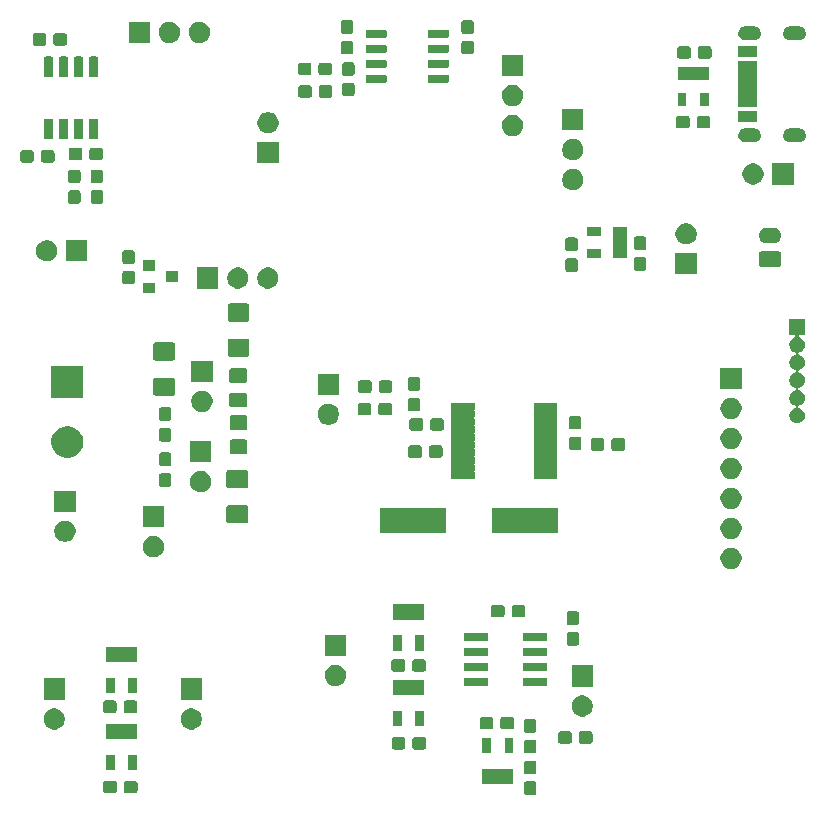
<source format=gts>
G04 #@! TF.GenerationSoftware,KiCad,Pcbnew,(5.1.5-0)*
G04 #@! TF.CreationDate,2022-02-24T14:37:53-07:00*
G04 #@! TF.ProjectId,adc_preamp,6164635f-7072-4656-916d-702e6b696361,rev?*
G04 #@! TF.SameCoordinates,Original*
G04 #@! TF.FileFunction,Soldermask,Top*
G04 #@! TF.FilePolarity,Negative*
%FSLAX46Y46*%
G04 Gerber Fmt 4.6, Leading zero omitted, Abs format (unit mm)*
G04 Created by KiCad (PCBNEW (5.1.5-0)) date 2022-02-24 14:37:53*
%MOMM*%
%LPD*%
G04 APERTURE LIST*
%ADD10C,0.100000*%
G04 APERTURE END LIST*
D10*
G36*
X155264499Y-116028445D02*
G01*
X155301995Y-116039820D01*
X155336554Y-116058292D01*
X155366847Y-116083153D01*
X155391708Y-116113446D01*
X155410180Y-116148005D01*
X155421555Y-116185501D01*
X155426000Y-116230638D01*
X155426000Y-116969362D01*
X155421555Y-117014499D01*
X155410180Y-117051995D01*
X155391708Y-117086554D01*
X155366847Y-117116847D01*
X155336554Y-117141708D01*
X155301995Y-117160180D01*
X155264499Y-117171555D01*
X155219362Y-117176000D01*
X154580638Y-117176000D01*
X154535501Y-117171555D01*
X154498005Y-117160180D01*
X154463446Y-117141708D01*
X154433153Y-117116847D01*
X154408292Y-117086554D01*
X154389820Y-117051995D01*
X154378445Y-117014499D01*
X154374000Y-116969362D01*
X154374000Y-116230638D01*
X154378445Y-116185501D01*
X154389820Y-116148005D01*
X154408292Y-116113446D01*
X154433153Y-116083153D01*
X154463446Y-116058292D01*
X154498005Y-116039820D01*
X154535501Y-116028445D01*
X154580638Y-116024000D01*
X155219362Y-116024000D01*
X155264499Y-116028445D01*
G37*
G36*
X121489499Y-115978445D02*
G01*
X121526995Y-115989820D01*
X121561554Y-116008292D01*
X121591847Y-116033153D01*
X121616708Y-116063446D01*
X121635180Y-116098005D01*
X121646555Y-116135501D01*
X121651000Y-116180638D01*
X121651000Y-116819362D01*
X121646555Y-116864499D01*
X121635180Y-116901995D01*
X121616708Y-116936554D01*
X121591847Y-116966847D01*
X121561554Y-116991708D01*
X121526995Y-117010180D01*
X121489499Y-117021555D01*
X121444362Y-117026000D01*
X120705638Y-117026000D01*
X120660501Y-117021555D01*
X120623005Y-117010180D01*
X120588446Y-116991708D01*
X120558153Y-116966847D01*
X120533292Y-116936554D01*
X120514820Y-116901995D01*
X120503445Y-116864499D01*
X120499000Y-116819362D01*
X120499000Y-116180638D01*
X120503445Y-116135501D01*
X120514820Y-116098005D01*
X120533292Y-116063446D01*
X120558153Y-116033153D01*
X120588446Y-116008292D01*
X120623005Y-115989820D01*
X120660501Y-115978445D01*
X120705638Y-115974000D01*
X121444362Y-115974000D01*
X121489499Y-115978445D01*
G37*
G36*
X119739499Y-115978445D02*
G01*
X119776995Y-115989820D01*
X119811554Y-116008292D01*
X119841847Y-116033153D01*
X119866708Y-116063446D01*
X119885180Y-116098005D01*
X119896555Y-116135501D01*
X119901000Y-116180638D01*
X119901000Y-116819362D01*
X119896555Y-116864499D01*
X119885180Y-116901995D01*
X119866708Y-116936554D01*
X119841847Y-116966847D01*
X119811554Y-116991708D01*
X119776995Y-117010180D01*
X119739499Y-117021555D01*
X119694362Y-117026000D01*
X118955638Y-117026000D01*
X118910501Y-117021555D01*
X118873005Y-117010180D01*
X118838446Y-116991708D01*
X118808153Y-116966847D01*
X118783292Y-116936554D01*
X118764820Y-116901995D01*
X118753445Y-116864499D01*
X118749000Y-116819362D01*
X118749000Y-116180638D01*
X118753445Y-116135501D01*
X118764820Y-116098005D01*
X118783292Y-116063446D01*
X118808153Y-116033153D01*
X118838446Y-116008292D01*
X118873005Y-115989820D01*
X118910501Y-115978445D01*
X118955638Y-115974000D01*
X119694362Y-115974000D01*
X119739499Y-115978445D01*
G37*
G36*
X153476000Y-116281000D02*
G01*
X150824000Y-116281000D01*
X150824000Y-114959000D01*
X153476000Y-114959000D01*
X153476000Y-116281000D01*
G37*
G36*
X155264499Y-114278445D02*
G01*
X155301995Y-114289820D01*
X155336554Y-114308292D01*
X155366847Y-114333153D01*
X155391708Y-114363446D01*
X155410180Y-114398005D01*
X155421555Y-114435501D01*
X155426000Y-114480638D01*
X155426000Y-115219362D01*
X155421555Y-115264499D01*
X155410180Y-115301995D01*
X155391708Y-115336554D01*
X155366847Y-115366847D01*
X155336554Y-115391708D01*
X155301995Y-115410180D01*
X155264499Y-115421555D01*
X155219362Y-115426000D01*
X154580638Y-115426000D01*
X154535501Y-115421555D01*
X154498005Y-115410180D01*
X154463446Y-115391708D01*
X154433153Y-115366847D01*
X154408292Y-115336554D01*
X154389820Y-115301995D01*
X154378445Y-115264499D01*
X154374000Y-115219362D01*
X154374000Y-114480638D01*
X154378445Y-114435501D01*
X154389820Y-114398005D01*
X154408292Y-114363446D01*
X154433153Y-114333153D01*
X154463446Y-114308292D01*
X154498005Y-114289820D01*
X154535501Y-114278445D01*
X154580638Y-114274000D01*
X155219362Y-114274000D01*
X155264499Y-114278445D01*
G37*
G36*
X121626000Y-115071000D02*
G01*
X120874000Y-115071000D01*
X120874000Y-113749000D01*
X121626000Y-113749000D01*
X121626000Y-115071000D01*
G37*
G36*
X119726000Y-115071000D02*
G01*
X118974000Y-115071000D01*
X118974000Y-113749000D01*
X119726000Y-113749000D01*
X119726000Y-115071000D01*
G37*
G36*
X153476000Y-113661000D02*
G01*
X152724000Y-113661000D01*
X152724000Y-112339000D01*
X153476000Y-112339000D01*
X153476000Y-113661000D01*
G37*
G36*
X151576000Y-113661000D02*
G01*
X150824000Y-113661000D01*
X150824000Y-112339000D01*
X151576000Y-112339000D01*
X151576000Y-113661000D01*
G37*
G36*
X155264499Y-112503445D02*
G01*
X155301995Y-112514820D01*
X155336554Y-112533292D01*
X155366847Y-112558153D01*
X155391708Y-112588446D01*
X155410180Y-112623005D01*
X155421555Y-112660501D01*
X155426000Y-112705638D01*
X155426000Y-113444362D01*
X155421555Y-113489499D01*
X155410180Y-113526995D01*
X155391708Y-113561554D01*
X155366847Y-113591847D01*
X155336554Y-113616708D01*
X155301995Y-113635180D01*
X155264499Y-113646555D01*
X155219362Y-113651000D01*
X154580638Y-113651000D01*
X154535501Y-113646555D01*
X154498005Y-113635180D01*
X154463446Y-113616708D01*
X154433153Y-113591847D01*
X154408292Y-113561554D01*
X154389820Y-113526995D01*
X154378445Y-113489499D01*
X154374000Y-113444362D01*
X154374000Y-112705638D01*
X154378445Y-112660501D01*
X154389820Y-112623005D01*
X154408292Y-112588446D01*
X154433153Y-112558153D01*
X154463446Y-112533292D01*
X154498005Y-112514820D01*
X154535501Y-112503445D01*
X154580638Y-112499000D01*
X155219362Y-112499000D01*
X155264499Y-112503445D01*
G37*
G36*
X144164499Y-112278445D02*
G01*
X144201995Y-112289820D01*
X144236554Y-112308292D01*
X144266847Y-112333153D01*
X144291708Y-112363446D01*
X144310180Y-112398005D01*
X144321555Y-112435501D01*
X144326000Y-112480638D01*
X144326000Y-113119362D01*
X144321555Y-113164499D01*
X144310180Y-113201995D01*
X144291708Y-113236554D01*
X144266847Y-113266847D01*
X144236554Y-113291708D01*
X144201995Y-113310180D01*
X144164499Y-113321555D01*
X144119362Y-113326000D01*
X143380638Y-113326000D01*
X143335501Y-113321555D01*
X143298005Y-113310180D01*
X143263446Y-113291708D01*
X143233153Y-113266847D01*
X143208292Y-113236554D01*
X143189820Y-113201995D01*
X143178445Y-113164499D01*
X143174000Y-113119362D01*
X143174000Y-112480638D01*
X143178445Y-112435501D01*
X143189820Y-112398005D01*
X143208292Y-112363446D01*
X143233153Y-112333153D01*
X143263446Y-112308292D01*
X143298005Y-112289820D01*
X143335501Y-112278445D01*
X143380638Y-112274000D01*
X144119362Y-112274000D01*
X144164499Y-112278445D01*
G37*
G36*
X145914499Y-112278445D02*
G01*
X145951995Y-112289820D01*
X145986554Y-112308292D01*
X146016847Y-112333153D01*
X146041708Y-112363446D01*
X146060180Y-112398005D01*
X146071555Y-112435501D01*
X146076000Y-112480638D01*
X146076000Y-113119362D01*
X146071555Y-113164499D01*
X146060180Y-113201995D01*
X146041708Y-113236554D01*
X146016847Y-113266847D01*
X145986554Y-113291708D01*
X145951995Y-113310180D01*
X145914499Y-113321555D01*
X145869362Y-113326000D01*
X145130638Y-113326000D01*
X145085501Y-113321555D01*
X145048005Y-113310180D01*
X145013446Y-113291708D01*
X144983153Y-113266847D01*
X144958292Y-113236554D01*
X144939820Y-113201995D01*
X144928445Y-113164499D01*
X144924000Y-113119362D01*
X144924000Y-112480638D01*
X144928445Y-112435501D01*
X144939820Y-112398005D01*
X144958292Y-112363446D01*
X144983153Y-112333153D01*
X145013446Y-112308292D01*
X145048005Y-112289820D01*
X145085501Y-112278445D01*
X145130638Y-112274000D01*
X145869362Y-112274000D01*
X145914499Y-112278445D01*
G37*
G36*
X158264499Y-111778445D02*
G01*
X158301995Y-111789820D01*
X158336554Y-111808292D01*
X158366847Y-111833153D01*
X158391708Y-111863446D01*
X158410180Y-111898005D01*
X158421555Y-111935501D01*
X158426000Y-111980638D01*
X158426000Y-112619362D01*
X158421555Y-112664499D01*
X158410180Y-112701995D01*
X158391708Y-112736554D01*
X158366847Y-112766847D01*
X158336554Y-112791708D01*
X158301995Y-112810180D01*
X158264499Y-112821555D01*
X158219362Y-112826000D01*
X157480638Y-112826000D01*
X157435501Y-112821555D01*
X157398005Y-112810180D01*
X157363446Y-112791708D01*
X157333153Y-112766847D01*
X157308292Y-112736554D01*
X157289820Y-112701995D01*
X157278445Y-112664499D01*
X157274000Y-112619362D01*
X157274000Y-111980638D01*
X157278445Y-111935501D01*
X157289820Y-111898005D01*
X157308292Y-111863446D01*
X157333153Y-111833153D01*
X157363446Y-111808292D01*
X157398005Y-111789820D01*
X157435501Y-111778445D01*
X157480638Y-111774000D01*
X158219362Y-111774000D01*
X158264499Y-111778445D01*
G37*
G36*
X160014499Y-111778445D02*
G01*
X160051995Y-111789820D01*
X160086554Y-111808292D01*
X160116847Y-111833153D01*
X160141708Y-111863446D01*
X160160180Y-111898005D01*
X160171555Y-111935501D01*
X160176000Y-111980638D01*
X160176000Y-112619362D01*
X160171555Y-112664499D01*
X160160180Y-112701995D01*
X160141708Y-112736554D01*
X160116847Y-112766847D01*
X160086554Y-112791708D01*
X160051995Y-112810180D01*
X160014499Y-112821555D01*
X159969362Y-112826000D01*
X159230638Y-112826000D01*
X159185501Y-112821555D01*
X159148005Y-112810180D01*
X159113446Y-112791708D01*
X159083153Y-112766847D01*
X159058292Y-112736554D01*
X159039820Y-112701995D01*
X159028445Y-112664499D01*
X159024000Y-112619362D01*
X159024000Y-111980638D01*
X159028445Y-111935501D01*
X159039820Y-111898005D01*
X159058292Y-111863446D01*
X159083153Y-111833153D01*
X159113446Y-111808292D01*
X159148005Y-111789820D01*
X159185501Y-111778445D01*
X159230638Y-111774000D01*
X159969362Y-111774000D01*
X160014499Y-111778445D01*
G37*
G36*
X121626000Y-112451000D02*
G01*
X118974000Y-112451000D01*
X118974000Y-111129000D01*
X121626000Y-111129000D01*
X121626000Y-112451000D01*
G37*
G36*
X155264499Y-110753445D02*
G01*
X155301995Y-110764820D01*
X155336554Y-110783292D01*
X155366847Y-110808153D01*
X155391708Y-110838446D01*
X155410180Y-110873005D01*
X155421555Y-110910501D01*
X155426000Y-110955638D01*
X155426000Y-111694362D01*
X155421555Y-111739499D01*
X155410180Y-111776995D01*
X155391708Y-111811554D01*
X155366847Y-111841847D01*
X155336554Y-111866708D01*
X155301995Y-111885180D01*
X155264499Y-111896555D01*
X155219362Y-111901000D01*
X154580638Y-111901000D01*
X154535501Y-111896555D01*
X154498005Y-111885180D01*
X154463446Y-111866708D01*
X154433153Y-111841847D01*
X154408292Y-111811554D01*
X154389820Y-111776995D01*
X154378445Y-111739499D01*
X154374000Y-111694362D01*
X154374000Y-110955638D01*
X154378445Y-110910501D01*
X154389820Y-110873005D01*
X154408292Y-110838446D01*
X154433153Y-110808153D01*
X154463446Y-110783292D01*
X154498005Y-110764820D01*
X154535501Y-110753445D01*
X154580638Y-110749000D01*
X155219362Y-110749000D01*
X155264499Y-110753445D01*
G37*
G36*
X126313512Y-109843927D02*
G01*
X126462812Y-109873624D01*
X126626784Y-109941544D01*
X126774354Y-110040147D01*
X126899853Y-110165646D01*
X126998456Y-110313216D01*
X127066376Y-110477188D01*
X127101000Y-110651259D01*
X127101000Y-110828741D01*
X127066376Y-111002812D01*
X126998456Y-111166784D01*
X126899853Y-111314354D01*
X126774354Y-111439853D01*
X126626784Y-111538456D01*
X126462812Y-111606376D01*
X126313512Y-111636073D01*
X126288742Y-111641000D01*
X126111258Y-111641000D01*
X126086488Y-111636073D01*
X125937188Y-111606376D01*
X125773216Y-111538456D01*
X125625646Y-111439853D01*
X125500147Y-111314354D01*
X125401544Y-111166784D01*
X125333624Y-111002812D01*
X125299000Y-110828741D01*
X125299000Y-110651259D01*
X125333624Y-110477188D01*
X125401544Y-110313216D01*
X125500147Y-110165646D01*
X125625646Y-110040147D01*
X125773216Y-109941544D01*
X125937188Y-109873624D01*
X126086488Y-109843927D01*
X126111258Y-109839000D01*
X126288742Y-109839000D01*
X126313512Y-109843927D01*
G37*
G36*
X114713512Y-109843927D02*
G01*
X114862812Y-109873624D01*
X115026784Y-109941544D01*
X115174354Y-110040147D01*
X115299853Y-110165646D01*
X115398456Y-110313216D01*
X115466376Y-110477188D01*
X115501000Y-110651259D01*
X115501000Y-110828741D01*
X115466376Y-111002812D01*
X115398456Y-111166784D01*
X115299853Y-111314354D01*
X115174354Y-111439853D01*
X115026784Y-111538456D01*
X114862812Y-111606376D01*
X114713512Y-111636073D01*
X114688742Y-111641000D01*
X114511258Y-111641000D01*
X114486488Y-111636073D01*
X114337188Y-111606376D01*
X114173216Y-111538456D01*
X114025646Y-111439853D01*
X113900147Y-111314354D01*
X113801544Y-111166784D01*
X113733624Y-111002812D01*
X113699000Y-110828741D01*
X113699000Y-110651259D01*
X113733624Y-110477188D01*
X113801544Y-110313216D01*
X113900147Y-110165646D01*
X114025646Y-110040147D01*
X114173216Y-109941544D01*
X114337188Y-109873624D01*
X114486488Y-109843927D01*
X114511258Y-109839000D01*
X114688742Y-109839000D01*
X114713512Y-109843927D01*
G37*
G36*
X153364499Y-110578445D02*
G01*
X153401995Y-110589820D01*
X153436554Y-110608292D01*
X153466847Y-110633153D01*
X153491708Y-110663446D01*
X153510180Y-110698005D01*
X153521555Y-110735501D01*
X153526000Y-110780638D01*
X153526000Y-111419362D01*
X153521555Y-111464499D01*
X153510180Y-111501995D01*
X153491708Y-111536554D01*
X153466847Y-111566847D01*
X153436554Y-111591708D01*
X153401995Y-111610180D01*
X153364499Y-111621555D01*
X153319362Y-111626000D01*
X152580638Y-111626000D01*
X152535501Y-111621555D01*
X152498005Y-111610180D01*
X152463446Y-111591708D01*
X152433153Y-111566847D01*
X152408292Y-111536554D01*
X152389820Y-111501995D01*
X152378445Y-111464499D01*
X152374000Y-111419362D01*
X152374000Y-110780638D01*
X152378445Y-110735501D01*
X152389820Y-110698005D01*
X152408292Y-110663446D01*
X152433153Y-110633153D01*
X152463446Y-110608292D01*
X152498005Y-110589820D01*
X152535501Y-110578445D01*
X152580638Y-110574000D01*
X153319362Y-110574000D01*
X153364499Y-110578445D01*
G37*
G36*
X151614499Y-110578445D02*
G01*
X151651995Y-110589820D01*
X151686554Y-110608292D01*
X151716847Y-110633153D01*
X151741708Y-110663446D01*
X151760180Y-110698005D01*
X151771555Y-110735501D01*
X151776000Y-110780638D01*
X151776000Y-111419362D01*
X151771555Y-111464499D01*
X151760180Y-111501995D01*
X151741708Y-111536554D01*
X151716847Y-111566847D01*
X151686554Y-111591708D01*
X151651995Y-111610180D01*
X151614499Y-111621555D01*
X151569362Y-111626000D01*
X150830638Y-111626000D01*
X150785501Y-111621555D01*
X150748005Y-111610180D01*
X150713446Y-111591708D01*
X150683153Y-111566847D01*
X150658292Y-111536554D01*
X150639820Y-111501995D01*
X150628445Y-111464499D01*
X150624000Y-111419362D01*
X150624000Y-110780638D01*
X150628445Y-110735501D01*
X150639820Y-110698005D01*
X150658292Y-110663446D01*
X150683153Y-110633153D01*
X150713446Y-110608292D01*
X150748005Y-110589820D01*
X150785501Y-110578445D01*
X150830638Y-110574000D01*
X151569362Y-110574000D01*
X151614499Y-110578445D01*
G37*
G36*
X145926000Y-111371000D02*
G01*
X145174000Y-111371000D01*
X145174000Y-110049000D01*
X145926000Y-110049000D01*
X145926000Y-111371000D01*
G37*
G36*
X144026000Y-111371000D02*
G01*
X143274000Y-111371000D01*
X143274000Y-110049000D01*
X144026000Y-110049000D01*
X144026000Y-111371000D01*
G37*
G36*
X159413512Y-108743927D02*
G01*
X159562812Y-108773624D01*
X159726784Y-108841544D01*
X159874354Y-108940147D01*
X159999853Y-109065646D01*
X160098456Y-109213216D01*
X160166376Y-109377188D01*
X160201000Y-109551259D01*
X160201000Y-109728741D01*
X160166376Y-109902812D01*
X160098456Y-110066784D01*
X159999853Y-110214354D01*
X159874354Y-110339853D01*
X159726784Y-110438456D01*
X159562812Y-110506376D01*
X159413512Y-110536073D01*
X159388742Y-110541000D01*
X159211258Y-110541000D01*
X159186488Y-110536073D01*
X159037188Y-110506376D01*
X158873216Y-110438456D01*
X158725646Y-110339853D01*
X158600147Y-110214354D01*
X158501544Y-110066784D01*
X158433624Y-109902812D01*
X158399000Y-109728741D01*
X158399000Y-109551259D01*
X158433624Y-109377188D01*
X158501544Y-109213216D01*
X158600147Y-109065646D01*
X158725646Y-108940147D01*
X158873216Y-108841544D01*
X159037188Y-108773624D01*
X159186488Y-108743927D01*
X159211258Y-108739000D01*
X159388742Y-108739000D01*
X159413512Y-108743927D01*
G37*
G36*
X121464499Y-109178445D02*
G01*
X121501995Y-109189820D01*
X121536554Y-109208292D01*
X121566847Y-109233153D01*
X121591708Y-109263446D01*
X121610180Y-109298005D01*
X121621555Y-109335501D01*
X121626000Y-109380638D01*
X121626000Y-110019362D01*
X121621555Y-110064499D01*
X121610180Y-110101995D01*
X121591708Y-110136554D01*
X121566847Y-110166847D01*
X121536554Y-110191708D01*
X121501995Y-110210180D01*
X121464499Y-110221555D01*
X121419362Y-110226000D01*
X120680638Y-110226000D01*
X120635501Y-110221555D01*
X120598005Y-110210180D01*
X120563446Y-110191708D01*
X120533153Y-110166847D01*
X120508292Y-110136554D01*
X120489820Y-110101995D01*
X120478445Y-110064499D01*
X120474000Y-110019362D01*
X120474000Y-109380638D01*
X120478445Y-109335501D01*
X120489820Y-109298005D01*
X120508292Y-109263446D01*
X120533153Y-109233153D01*
X120563446Y-109208292D01*
X120598005Y-109189820D01*
X120635501Y-109178445D01*
X120680638Y-109174000D01*
X121419362Y-109174000D01*
X121464499Y-109178445D01*
G37*
G36*
X119714499Y-109178445D02*
G01*
X119751995Y-109189820D01*
X119786554Y-109208292D01*
X119816847Y-109233153D01*
X119841708Y-109263446D01*
X119860180Y-109298005D01*
X119871555Y-109335501D01*
X119876000Y-109380638D01*
X119876000Y-110019362D01*
X119871555Y-110064499D01*
X119860180Y-110101995D01*
X119841708Y-110136554D01*
X119816847Y-110166847D01*
X119786554Y-110191708D01*
X119751995Y-110210180D01*
X119714499Y-110221555D01*
X119669362Y-110226000D01*
X118930638Y-110226000D01*
X118885501Y-110221555D01*
X118848005Y-110210180D01*
X118813446Y-110191708D01*
X118783153Y-110166847D01*
X118758292Y-110136554D01*
X118739820Y-110101995D01*
X118728445Y-110064499D01*
X118724000Y-110019362D01*
X118724000Y-109380638D01*
X118728445Y-109335501D01*
X118739820Y-109298005D01*
X118758292Y-109263446D01*
X118783153Y-109233153D01*
X118813446Y-109208292D01*
X118848005Y-109189820D01*
X118885501Y-109178445D01*
X118930638Y-109174000D01*
X119669362Y-109174000D01*
X119714499Y-109178445D01*
G37*
G36*
X127101000Y-109101000D02*
G01*
X125299000Y-109101000D01*
X125299000Y-107299000D01*
X127101000Y-107299000D01*
X127101000Y-109101000D01*
G37*
G36*
X115501000Y-109101000D02*
G01*
X113699000Y-109101000D01*
X113699000Y-107299000D01*
X115501000Y-107299000D01*
X115501000Y-109101000D01*
G37*
G36*
X145926000Y-108751000D02*
G01*
X143274000Y-108751000D01*
X143274000Y-107429000D01*
X145926000Y-107429000D01*
X145926000Y-108751000D01*
G37*
G36*
X121626000Y-108571000D02*
G01*
X120874000Y-108571000D01*
X120874000Y-107249000D01*
X121626000Y-107249000D01*
X121626000Y-108571000D01*
G37*
G36*
X119726000Y-108571000D02*
G01*
X118974000Y-108571000D01*
X118974000Y-107249000D01*
X119726000Y-107249000D01*
X119726000Y-108571000D01*
G37*
G36*
X160201000Y-108001000D02*
G01*
X158399000Y-108001000D01*
X158399000Y-106199000D01*
X160201000Y-106199000D01*
X160201000Y-108001000D01*
G37*
G36*
X156209928Y-107256764D02*
G01*
X156231009Y-107263160D01*
X156250445Y-107273548D01*
X156267476Y-107287524D01*
X156281452Y-107304555D01*
X156291840Y-107323991D01*
X156298236Y-107345072D01*
X156301000Y-107373140D01*
X156301000Y-107836860D01*
X156298236Y-107864928D01*
X156291840Y-107886009D01*
X156281452Y-107905445D01*
X156267476Y-107922476D01*
X156250445Y-107936452D01*
X156231009Y-107946840D01*
X156209928Y-107953236D01*
X156181860Y-107956000D01*
X154368140Y-107956000D01*
X154340072Y-107953236D01*
X154318991Y-107946840D01*
X154299555Y-107936452D01*
X154282524Y-107922476D01*
X154268548Y-107905445D01*
X154258160Y-107886009D01*
X154251764Y-107864928D01*
X154249000Y-107836860D01*
X154249000Y-107373140D01*
X154251764Y-107345072D01*
X154258160Y-107323991D01*
X154268548Y-107304555D01*
X154282524Y-107287524D01*
X154299555Y-107273548D01*
X154318991Y-107263160D01*
X154340072Y-107256764D01*
X154368140Y-107254000D01*
X156181860Y-107254000D01*
X156209928Y-107256764D01*
G37*
G36*
X151259928Y-107256764D02*
G01*
X151281009Y-107263160D01*
X151300445Y-107273548D01*
X151317476Y-107287524D01*
X151331452Y-107304555D01*
X151341840Y-107323991D01*
X151348236Y-107345072D01*
X151351000Y-107373140D01*
X151351000Y-107836860D01*
X151348236Y-107864928D01*
X151341840Y-107886009D01*
X151331452Y-107905445D01*
X151317476Y-107922476D01*
X151300445Y-107936452D01*
X151281009Y-107946840D01*
X151259928Y-107953236D01*
X151231860Y-107956000D01*
X149418140Y-107956000D01*
X149390072Y-107953236D01*
X149368991Y-107946840D01*
X149349555Y-107936452D01*
X149332524Y-107922476D01*
X149318548Y-107905445D01*
X149308160Y-107886009D01*
X149301764Y-107864928D01*
X149299000Y-107836860D01*
X149299000Y-107373140D01*
X149301764Y-107345072D01*
X149308160Y-107323991D01*
X149318548Y-107304555D01*
X149332524Y-107287524D01*
X149349555Y-107273548D01*
X149368991Y-107263160D01*
X149390072Y-107256764D01*
X149418140Y-107254000D01*
X151231860Y-107254000D01*
X151259928Y-107256764D01*
G37*
G36*
X138513512Y-106143927D02*
G01*
X138662812Y-106173624D01*
X138826784Y-106241544D01*
X138974354Y-106340147D01*
X139099853Y-106465646D01*
X139198456Y-106613216D01*
X139266376Y-106777188D01*
X139301000Y-106951259D01*
X139301000Y-107128741D01*
X139266376Y-107302812D01*
X139198456Y-107466784D01*
X139099853Y-107614354D01*
X138974354Y-107739853D01*
X138826784Y-107838456D01*
X138662812Y-107906376D01*
X138513512Y-107936073D01*
X138488742Y-107941000D01*
X138311258Y-107941000D01*
X138286488Y-107936073D01*
X138137188Y-107906376D01*
X137973216Y-107838456D01*
X137825646Y-107739853D01*
X137700147Y-107614354D01*
X137601544Y-107466784D01*
X137533624Y-107302812D01*
X137499000Y-107128741D01*
X137499000Y-106951259D01*
X137533624Y-106777188D01*
X137601544Y-106613216D01*
X137700147Y-106465646D01*
X137825646Y-106340147D01*
X137973216Y-106241544D01*
X138137188Y-106173624D01*
X138286488Y-106143927D01*
X138311258Y-106139000D01*
X138488742Y-106139000D01*
X138513512Y-106143927D01*
G37*
G36*
X145889499Y-105678445D02*
G01*
X145926995Y-105689820D01*
X145961554Y-105708292D01*
X145991847Y-105733153D01*
X146016708Y-105763446D01*
X146035180Y-105798005D01*
X146046555Y-105835501D01*
X146051000Y-105880638D01*
X146051000Y-106519362D01*
X146046555Y-106564499D01*
X146035180Y-106601995D01*
X146016708Y-106636554D01*
X145991847Y-106666847D01*
X145961554Y-106691708D01*
X145926995Y-106710180D01*
X145889499Y-106721555D01*
X145844362Y-106726000D01*
X145105638Y-106726000D01*
X145060501Y-106721555D01*
X145023005Y-106710180D01*
X144988446Y-106691708D01*
X144958153Y-106666847D01*
X144933292Y-106636554D01*
X144914820Y-106601995D01*
X144903445Y-106564499D01*
X144899000Y-106519362D01*
X144899000Y-105880638D01*
X144903445Y-105835501D01*
X144914820Y-105798005D01*
X144933292Y-105763446D01*
X144958153Y-105733153D01*
X144988446Y-105708292D01*
X145023005Y-105689820D01*
X145060501Y-105678445D01*
X145105638Y-105674000D01*
X145844362Y-105674000D01*
X145889499Y-105678445D01*
G37*
G36*
X144139499Y-105678445D02*
G01*
X144176995Y-105689820D01*
X144211554Y-105708292D01*
X144241847Y-105733153D01*
X144266708Y-105763446D01*
X144285180Y-105798005D01*
X144296555Y-105835501D01*
X144301000Y-105880638D01*
X144301000Y-106519362D01*
X144296555Y-106564499D01*
X144285180Y-106601995D01*
X144266708Y-106636554D01*
X144241847Y-106666847D01*
X144211554Y-106691708D01*
X144176995Y-106710180D01*
X144139499Y-106721555D01*
X144094362Y-106726000D01*
X143355638Y-106726000D01*
X143310501Y-106721555D01*
X143273005Y-106710180D01*
X143238446Y-106691708D01*
X143208153Y-106666847D01*
X143183292Y-106636554D01*
X143164820Y-106601995D01*
X143153445Y-106564499D01*
X143149000Y-106519362D01*
X143149000Y-105880638D01*
X143153445Y-105835501D01*
X143164820Y-105798005D01*
X143183292Y-105763446D01*
X143208153Y-105733153D01*
X143238446Y-105708292D01*
X143273005Y-105689820D01*
X143310501Y-105678445D01*
X143355638Y-105674000D01*
X144094362Y-105674000D01*
X144139499Y-105678445D01*
G37*
G36*
X156209928Y-105986764D02*
G01*
X156231009Y-105993160D01*
X156250445Y-106003548D01*
X156267476Y-106017524D01*
X156281452Y-106034555D01*
X156291840Y-106053991D01*
X156298236Y-106075072D01*
X156301000Y-106103140D01*
X156301000Y-106566860D01*
X156298236Y-106594928D01*
X156291840Y-106616009D01*
X156281452Y-106635445D01*
X156267476Y-106652476D01*
X156250445Y-106666452D01*
X156231009Y-106676840D01*
X156209928Y-106683236D01*
X156181860Y-106686000D01*
X154368140Y-106686000D01*
X154340072Y-106683236D01*
X154318991Y-106676840D01*
X154299555Y-106666452D01*
X154282524Y-106652476D01*
X154268548Y-106635445D01*
X154258160Y-106616009D01*
X154251764Y-106594928D01*
X154249000Y-106566860D01*
X154249000Y-106103140D01*
X154251764Y-106075072D01*
X154258160Y-106053991D01*
X154268548Y-106034555D01*
X154282524Y-106017524D01*
X154299555Y-106003548D01*
X154318991Y-105993160D01*
X154340072Y-105986764D01*
X154368140Y-105984000D01*
X156181860Y-105984000D01*
X156209928Y-105986764D01*
G37*
G36*
X151259928Y-105986764D02*
G01*
X151281009Y-105993160D01*
X151300445Y-106003548D01*
X151317476Y-106017524D01*
X151331452Y-106034555D01*
X151341840Y-106053991D01*
X151348236Y-106075072D01*
X151351000Y-106103140D01*
X151351000Y-106566860D01*
X151348236Y-106594928D01*
X151341840Y-106616009D01*
X151331452Y-106635445D01*
X151317476Y-106652476D01*
X151300445Y-106666452D01*
X151281009Y-106676840D01*
X151259928Y-106683236D01*
X151231860Y-106686000D01*
X149418140Y-106686000D01*
X149390072Y-106683236D01*
X149368991Y-106676840D01*
X149349555Y-106666452D01*
X149332524Y-106652476D01*
X149318548Y-106635445D01*
X149308160Y-106616009D01*
X149301764Y-106594928D01*
X149299000Y-106566860D01*
X149299000Y-106103140D01*
X149301764Y-106075072D01*
X149308160Y-106053991D01*
X149318548Y-106034555D01*
X149332524Y-106017524D01*
X149349555Y-106003548D01*
X149368991Y-105993160D01*
X149390072Y-105986764D01*
X149418140Y-105984000D01*
X151231860Y-105984000D01*
X151259928Y-105986764D01*
G37*
G36*
X121626000Y-105951000D02*
G01*
X118974000Y-105951000D01*
X118974000Y-104629000D01*
X121626000Y-104629000D01*
X121626000Y-105951000D01*
G37*
G36*
X156209928Y-104716764D02*
G01*
X156231009Y-104723160D01*
X156250445Y-104733548D01*
X156267476Y-104747524D01*
X156281452Y-104764555D01*
X156291840Y-104783991D01*
X156298236Y-104805072D01*
X156301000Y-104833140D01*
X156301000Y-105296860D01*
X156298236Y-105324928D01*
X156291840Y-105346009D01*
X156281452Y-105365445D01*
X156267476Y-105382476D01*
X156250445Y-105396452D01*
X156231009Y-105406840D01*
X156209928Y-105413236D01*
X156181860Y-105416000D01*
X154368140Y-105416000D01*
X154340072Y-105413236D01*
X154318991Y-105406840D01*
X154299555Y-105396452D01*
X154282524Y-105382476D01*
X154268548Y-105365445D01*
X154258160Y-105346009D01*
X154251764Y-105324928D01*
X154249000Y-105296860D01*
X154249000Y-104833140D01*
X154251764Y-104805072D01*
X154258160Y-104783991D01*
X154268548Y-104764555D01*
X154282524Y-104747524D01*
X154299555Y-104733548D01*
X154318991Y-104723160D01*
X154340072Y-104716764D01*
X154368140Y-104714000D01*
X156181860Y-104714000D01*
X156209928Y-104716764D01*
G37*
G36*
X151259928Y-104716764D02*
G01*
X151281009Y-104723160D01*
X151300445Y-104733548D01*
X151317476Y-104747524D01*
X151331452Y-104764555D01*
X151341840Y-104783991D01*
X151348236Y-104805072D01*
X151351000Y-104833140D01*
X151351000Y-105296860D01*
X151348236Y-105324928D01*
X151341840Y-105346009D01*
X151331452Y-105365445D01*
X151317476Y-105382476D01*
X151300445Y-105396452D01*
X151281009Y-105406840D01*
X151259928Y-105413236D01*
X151231860Y-105416000D01*
X149418140Y-105416000D01*
X149390072Y-105413236D01*
X149368991Y-105406840D01*
X149349555Y-105396452D01*
X149332524Y-105382476D01*
X149318548Y-105365445D01*
X149308160Y-105346009D01*
X149301764Y-105324928D01*
X149299000Y-105296860D01*
X149299000Y-104833140D01*
X149301764Y-104805072D01*
X149308160Y-104783991D01*
X149318548Y-104764555D01*
X149332524Y-104747524D01*
X149349555Y-104733548D01*
X149368991Y-104723160D01*
X149390072Y-104716764D01*
X149418140Y-104714000D01*
X151231860Y-104714000D01*
X151259928Y-104716764D01*
G37*
G36*
X139301000Y-105401000D02*
G01*
X137499000Y-105401000D01*
X137499000Y-103599000D01*
X139301000Y-103599000D01*
X139301000Y-105401000D01*
G37*
G36*
X144026000Y-104971000D02*
G01*
X143274000Y-104971000D01*
X143274000Y-103649000D01*
X144026000Y-103649000D01*
X144026000Y-104971000D01*
G37*
G36*
X145926000Y-104971000D02*
G01*
X145174000Y-104971000D01*
X145174000Y-103649000D01*
X145926000Y-103649000D01*
X145926000Y-104971000D01*
G37*
G36*
X158864499Y-103378445D02*
G01*
X158901995Y-103389820D01*
X158936554Y-103408292D01*
X158966847Y-103433153D01*
X158991708Y-103463446D01*
X159010180Y-103498005D01*
X159021555Y-103535501D01*
X159026000Y-103580638D01*
X159026000Y-104319362D01*
X159021555Y-104364499D01*
X159010180Y-104401995D01*
X158991708Y-104436554D01*
X158966847Y-104466847D01*
X158936554Y-104491708D01*
X158901995Y-104510180D01*
X158864499Y-104521555D01*
X158819362Y-104526000D01*
X158180638Y-104526000D01*
X158135501Y-104521555D01*
X158098005Y-104510180D01*
X158063446Y-104491708D01*
X158033153Y-104466847D01*
X158008292Y-104436554D01*
X157989820Y-104401995D01*
X157978445Y-104364499D01*
X157974000Y-104319362D01*
X157974000Y-103580638D01*
X157978445Y-103535501D01*
X157989820Y-103498005D01*
X158008292Y-103463446D01*
X158033153Y-103433153D01*
X158063446Y-103408292D01*
X158098005Y-103389820D01*
X158135501Y-103378445D01*
X158180638Y-103374000D01*
X158819362Y-103374000D01*
X158864499Y-103378445D01*
G37*
G36*
X156209928Y-103446764D02*
G01*
X156231009Y-103453160D01*
X156250445Y-103463548D01*
X156267476Y-103477524D01*
X156281452Y-103494555D01*
X156291840Y-103513991D01*
X156298236Y-103535072D01*
X156301000Y-103563140D01*
X156301000Y-104026860D01*
X156298236Y-104054928D01*
X156291840Y-104076009D01*
X156281452Y-104095445D01*
X156267476Y-104112476D01*
X156250445Y-104126452D01*
X156231009Y-104136840D01*
X156209928Y-104143236D01*
X156181860Y-104146000D01*
X154368140Y-104146000D01*
X154340072Y-104143236D01*
X154318991Y-104136840D01*
X154299555Y-104126452D01*
X154282524Y-104112476D01*
X154268548Y-104095445D01*
X154258160Y-104076009D01*
X154251764Y-104054928D01*
X154249000Y-104026860D01*
X154249000Y-103563140D01*
X154251764Y-103535072D01*
X154258160Y-103513991D01*
X154268548Y-103494555D01*
X154282524Y-103477524D01*
X154299555Y-103463548D01*
X154318991Y-103453160D01*
X154340072Y-103446764D01*
X154368140Y-103444000D01*
X156181860Y-103444000D01*
X156209928Y-103446764D01*
G37*
G36*
X151259928Y-103446764D02*
G01*
X151281009Y-103453160D01*
X151300445Y-103463548D01*
X151317476Y-103477524D01*
X151331452Y-103494555D01*
X151341840Y-103513991D01*
X151348236Y-103535072D01*
X151351000Y-103563140D01*
X151351000Y-104026860D01*
X151348236Y-104054928D01*
X151341840Y-104076009D01*
X151331452Y-104095445D01*
X151317476Y-104112476D01*
X151300445Y-104126452D01*
X151281009Y-104136840D01*
X151259928Y-104143236D01*
X151231860Y-104146000D01*
X149418140Y-104146000D01*
X149390072Y-104143236D01*
X149368991Y-104136840D01*
X149349555Y-104126452D01*
X149332524Y-104112476D01*
X149318548Y-104095445D01*
X149308160Y-104076009D01*
X149301764Y-104054928D01*
X149299000Y-104026860D01*
X149299000Y-103563140D01*
X149301764Y-103535072D01*
X149308160Y-103513991D01*
X149318548Y-103494555D01*
X149332524Y-103477524D01*
X149349555Y-103463548D01*
X149368991Y-103453160D01*
X149390072Y-103446764D01*
X149418140Y-103444000D01*
X151231860Y-103444000D01*
X151259928Y-103446764D01*
G37*
G36*
X158864499Y-101628445D02*
G01*
X158901995Y-101639820D01*
X158936554Y-101658292D01*
X158966847Y-101683153D01*
X158991708Y-101713446D01*
X159010180Y-101748005D01*
X159021555Y-101785501D01*
X159026000Y-101830638D01*
X159026000Y-102569362D01*
X159021555Y-102614499D01*
X159010180Y-102651995D01*
X158991708Y-102686554D01*
X158966847Y-102716847D01*
X158936554Y-102741708D01*
X158901995Y-102760180D01*
X158864499Y-102771555D01*
X158819362Y-102776000D01*
X158180638Y-102776000D01*
X158135501Y-102771555D01*
X158098005Y-102760180D01*
X158063446Y-102741708D01*
X158033153Y-102716847D01*
X158008292Y-102686554D01*
X157989820Y-102651995D01*
X157978445Y-102614499D01*
X157974000Y-102569362D01*
X157974000Y-101830638D01*
X157978445Y-101785501D01*
X157989820Y-101748005D01*
X158008292Y-101713446D01*
X158033153Y-101683153D01*
X158063446Y-101658292D01*
X158098005Y-101639820D01*
X158135501Y-101628445D01*
X158180638Y-101624000D01*
X158819362Y-101624000D01*
X158864499Y-101628445D01*
G37*
G36*
X145926000Y-102351000D02*
G01*
X143274000Y-102351000D01*
X143274000Y-101029000D01*
X145926000Y-101029000D01*
X145926000Y-102351000D01*
G37*
G36*
X154314499Y-101078445D02*
G01*
X154351995Y-101089820D01*
X154386554Y-101108292D01*
X154416847Y-101133153D01*
X154441708Y-101163446D01*
X154460180Y-101198005D01*
X154471555Y-101235501D01*
X154476000Y-101280638D01*
X154476000Y-101919362D01*
X154471555Y-101964499D01*
X154460180Y-102001995D01*
X154441708Y-102036554D01*
X154416847Y-102066847D01*
X154386554Y-102091708D01*
X154351995Y-102110180D01*
X154314499Y-102121555D01*
X154269362Y-102126000D01*
X153530638Y-102126000D01*
X153485501Y-102121555D01*
X153448005Y-102110180D01*
X153413446Y-102091708D01*
X153383153Y-102066847D01*
X153358292Y-102036554D01*
X153339820Y-102001995D01*
X153328445Y-101964499D01*
X153324000Y-101919362D01*
X153324000Y-101280638D01*
X153328445Y-101235501D01*
X153339820Y-101198005D01*
X153358292Y-101163446D01*
X153383153Y-101133153D01*
X153413446Y-101108292D01*
X153448005Y-101089820D01*
X153485501Y-101078445D01*
X153530638Y-101074000D01*
X154269362Y-101074000D01*
X154314499Y-101078445D01*
G37*
G36*
X152564499Y-101078445D02*
G01*
X152601995Y-101089820D01*
X152636554Y-101108292D01*
X152666847Y-101133153D01*
X152691708Y-101163446D01*
X152710180Y-101198005D01*
X152721555Y-101235501D01*
X152726000Y-101280638D01*
X152726000Y-101919362D01*
X152721555Y-101964499D01*
X152710180Y-102001995D01*
X152691708Y-102036554D01*
X152666847Y-102066847D01*
X152636554Y-102091708D01*
X152601995Y-102110180D01*
X152564499Y-102121555D01*
X152519362Y-102126000D01*
X151780638Y-102126000D01*
X151735501Y-102121555D01*
X151698005Y-102110180D01*
X151663446Y-102091708D01*
X151633153Y-102066847D01*
X151608292Y-102036554D01*
X151589820Y-102001995D01*
X151578445Y-101964499D01*
X151574000Y-101919362D01*
X151574000Y-101280638D01*
X151578445Y-101235501D01*
X151589820Y-101198005D01*
X151608292Y-101163446D01*
X151633153Y-101133153D01*
X151663446Y-101108292D01*
X151698005Y-101089820D01*
X151735501Y-101078445D01*
X151780638Y-101074000D01*
X152519362Y-101074000D01*
X152564499Y-101078445D01*
G37*
G36*
X172013512Y-96243927D02*
G01*
X172162812Y-96273624D01*
X172326784Y-96341544D01*
X172474354Y-96440147D01*
X172599853Y-96565646D01*
X172698456Y-96713216D01*
X172766376Y-96877188D01*
X172792072Y-97006375D01*
X172798960Y-97041000D01*
X172801000Y-97051259D01*
X172801000Y-97228741D01*
X172766376Y-97402812D01*
X172698456Y-97566784D01*
X172599853Y-97714354D01*
X172474354Y-97839853D01*
X172326784Y-97938456D01*
X172162812Y-98006376D01*
X172013512Y-98036073D01*
X171988742Y-98041000D01*
X171811258Y-98041000D01*
X171786488Y-98036073D01*
X171637188Y-98006376D01*
X171473216Y-97938456D01*
X171325646Y-97839853D01*
X171200147Y-97714354D01*
X171101544Y-97566784D01*
X171033624Y-97402812D01*
X170999000Y-97228741D01*
X170999000Y-97051259D01*
X171001041Y-97041000D01*
X171007928Y-97006375D01*
X171033624Y-96877188D01*
X171101544Y-96713216D01*
X171200147Y-96565646D01*
X171325646Y-96440147D01*
X171473216Y-96341544D01*
X171637188Y-96273624D01*
X171786488Y-96243927D01*
X171811258Y-96239000D01*
X171988742Y-96239000D01*
X172013512Y-96243927D01*
G37*
G36*
X123113512Y-95243927D02*
G01*
X123262812Y-95273624D01*
X123426784Y-95341544D01*
X123574354Y-95440147D01*
X123699853Y-95565646D01*
X123798456Y-95713216D01*
X123866376Y-95877188D01*
X123896073Y-96026488D01*
X123901000Y-96051258D01*
X123901000Y-96228742D01*
X123896073Y-96253512D01*
X123866376Y-96402812D01*
X123798456Y-96566784D01*
X123699853Y-96714354D01*
X123574354Y-96839853D01*
X123426784Y-96938456D01*
X123262812Y-97006376D01*
X123113512Y-97036073D01*
X123088742Y-97041000D01*
X122911258Y-97041000D01*
X122886488Y-97036073D01*
X122737188Y-97006376D01*
X122573216Y-96938456D01*
X122425646Y-96839853D01*
X122300147Y-96714354D01*
X122201544Y-96566784D01*
X122133624Y-96402812D01*
X122103927Y-96253512D01*
X122099000Y-96228742D01*
X122099000Y-96051258D01*
X122103927Y-96026488D01*
X122133624Y-95877188D01*
X122201544Y-95713216D01*
X122300147Y-95565646D01*
X122425646Y-95440147D01*
X122573216Y-95341544D01*
X122737188Y-95273624D01*
X122886488Y-95243927D01*
X122911258Y-95239000D01*
X123088742Y-95239000D01*
X123113512Y-95243927D01*
G37*
G36*
X115613512Y-93943927D02*
G01*
X115762812Y-93973624D01*
X115926784Y-94041544D01*
X116074354Y-94140147D01*
X116199853Y-94265646D01*
X116298456Y-94413216D01*
X116366376Y-94577188D01*
X116401000Y-94751259D01*
X116401000Y-94928741D01*
X116366376Y-95102812D01*
X116298456Y-95266784D01*
X116199853Y-95414354D01*
X116074354Y-95539853D01*
X115926784Y-95638456D01*
X115762812Y-95706376D01*
X115613512Y-95736073D01*
X115588742Y-95741000D01*
X115411258Y-95741000D01*
X115386488Y-95736073D01*
X115237188Y-95706376D01*
X115073216Y-95638456D01*
X114925646Y-95539853D01*
X114800147Y-95414354D01*
X114701544Y-95266784D01*
X114633624Y-95102812D01*
X114599000Y-94928741D01*
X114599000Y-94751259D01*
X114633624Y-94577188D01*
X114701544Y-94413216D01*
X114800147Y-94265646D01*
X114925646Y-94140147D01*
X115073216Y-94041544D01*
X115237188Y-93973624D01*
X115386488Y-93943927D01*
X115411258Y-93939000D01*
X115588742Y-93939000D01*
X115613512Y-93943927D01*
G37*
G36*
X172013512Y-93703927D02*
G01*
X172162812Y-93733624D01*
X172326784Y-93801544D01*
X172474354Y-93900147D01*
X172599853Y-94025646D01*
X172698456Y-94173216D01*
X172766376Y-94337188D01*
X172796073Y-94486488D01*
X172798960Y-94501000D01*
X172801000Y-94511259D01*
X172801000Y-94688741D01*
X172766376Y-94862812D01*
X172698456Y-95026784D01*
X172599853Y-95174354D01*
X172474354Y-95299853D01*
X172326784Y-95398456D01*
X172162812Y-95466376D01*
X172013512Y-95496073D01*
X171988742Y-95501000D01*
X171811258Y-95501000D01*
X171786488Y-95496073D01*
X171637188Y-95466376D01*
X171473216Y-95398456D01*
X171325646Y-95299853D01*
X171200147Y-95174354D01*
X171101544Y-95026784D01*
X171033624Y-94862812D01*
X170999000Y-94688741D01*
X170999000Y-94511259D01*
X171001041Y-94501000D01*
X171003927Y-94486488D01*
X171033624Y-94337188D01*
X171101544Y-94173216D01*
X171200147Y-94025646D01*
X171325646Y-93900147D01*
X171473216Y-93801544D01*
X171637188Y-93733624D01*
X171786488Y-93703927D01*
X171811258Y-93699000D01*
X171988742Y-93699000D01*
X172013512Y-93703927D01*
G37*
G36*
X157251000Y-94951000D02*
G01*
X151649000Y-94951000D01*
X151649000Y-92849000D01*
X157251000Y-92849000D01*
X157251000Y-94951000D01*
G37*
G36*
X147751000Y-94951000D02*
G01*
X142149000Y-94951000D01*
X142149000Y-92849000D01*
X147751000Y-92849000D01*
X147751000Y-94951000D01*
G37*
G36*
X123901000Y-94501000D02*
G01*
X122099000Y-94501000D01*
X122099000Y-92699000D01*
X123901000Y-92699000D01*
X123901000Y-94501000D01*
G37*
G36*
X130875562Y-92640681D02*
G01*
X130910481Y-92651274D01*
X130942663Y-92668476D01*
X130970873Y-92691627D01*
X130994024Y-92719837D01*
X131011226Y-92752019D01*
X131021819Y-92786938D01*
X131026000Y-92829395D01*
X131026000Y-93970605D01*
X131021819Y-94013062D01*
X131011226Y-94047981D01*
X130994024Y-94080163D01*
X130970873Y-94108373D01*
X130942663Y-94131524D01*
X130910481Y-94148726D01*
X130875562Y-94159319D01*
X130833105Y-94163500D01*
X129366895Y-94163500D01*
X129324438Y-94159319D01*
X129289519Y-94148726D01*
X129257337Y-94131524D01*
X129229127Y-94108373D01*
X129205976Y-94080163D01*
X129188774Y-94047981D01*
X129178181Y-94013062D01*
X129174000Y-93970605D01*
X129174000Y-92829395D01*
X129178181Y-92786938D01*
X129188774Y-92752019D01*
X129205976Y-92719837D01*
X129229127Y-92691627D01*
X129257337Y-92668476D01*
X129289519Y-92651274D01*
X129324438Y-92640681D01*
X129366895Y-92636500D01*
X130833105Y-92636500D01*
X130875562Y-92640681D01*
G37*
G36*
X116401000Y-93201000D02*
G01*
X114599000Y-93201000D01*
X114599000Y-91399000D01*
X116401000Y-91399000D01*
X116401000Y-93201000D01*
G37*
G36*
X172013512Y-91163927D02*
G01*
X172162812Y-91193624D01*
X172326784Y-91261544D01*
X172474354Y-91360147D01*
X172599853Y-91485646D01*
X172698456Y-91633216D01*
X172766376Y-91797188D01*
X172801000Y-91971259D01*
X172801000Y-92148741D01*
X172766376Y-92322812D01*
X172698456Y-92486784D01*
X172599853Y-92634354D01*
X172474354Y-92759853D01*
X172326784Y-92858456D01*
X172162812Y-92926376D01*
X172013512Y-92956073D01*
X171988742Y-92961000D01*
X171811258Y-92961000D01*
X171786488Y-92956073D01*
X171637188Y-92926376D01*
X171473216Y-92858456D01*
X171325646Y-92759853D01*
X171200147Y-92634354D01*
X171101544Y-92486784D01*
X171033624Y-92322812D01*
X170999000Y-92148741D01*
X170999000Y-91971259D01*
X171033624Y-91797188D01*
X171101544Y-91633216D01*
X171200147Y-91485646D01*
X171325646Y-91360147D01*
X171473216Y-91261544D01*
X171637188Y-91193624D01*
X171786488Y-91163927D01*
X171811258Y-91159000D01*
X171988742Y-91159000D01*
X172013512Y-91163927D01*
G37*
G36*
X127113512Y-89743927D02*
G01*
X127262812Y-89773624D01*
X127426784Y-89841544D01*
X127574354Y-89940147D01*
X127699853Y-90065646D01*
X127798456Y-90213216D01*
X127866376Y-90377188D01*
X127901000Y-90551259D01*
X127901000Y-90728741D01*
X127866376Y-90902812D01*
X127798456Y-91066784D01*
X127699853Y-91214354D01*
X127574354Y-91339853D01*
X127426784Y-91438456D01*
X127262812Y-91506376D01*
X127113512Y-91536073D01*
X127088742Y-91541000D01*
X126911258Y-91541000D01*
X126886488Y-91536073D01*
X126737188Y-91506376D01*
X126573216Y-91438456D01*
X126425646Y-91339853D01*
X126300147Y-91214354D01*
X126201544Y-91066784D01*
X126133624Y-90902812D01*
X126099000Y-90728741D01*
X126099000Y-90551259D01*
X126133624Y-90377188D01*
X126201544Y-90213216D01*
X126300147Y-90065646D01*
X126425646Y-89940147D01*
X126573216Y-89841544D01*
X126737188Y-89773624D01*
X126886488Y-89743927D01*
X126911258Y-89739000D01*
X127088742Y-89739000D01*
X127113512Y-89743927D01*
G37*
G36*
X130875562Y-89665681D02*
G01*
X130910481Y-89676274D01*
X130942663Y-89693476D01*
X130970873Y-89716627D01*
X130994024Y-89744837D01*
X131011226Y-89777019D01*
X131021819Y-89811938D01*
X131026000Y-89854395D01*
X131026000Y-90995605D01*
X131021819Y-91038062D01*
X131011226Y-91072981D01*
X130994024Y-91105163D01*
X130970873Y-91133373D01*
X130942663Y-91156524D01*
X130910481Y-91173726D01*
X130875562Y-91184319D01*
X130833105Y-91188500D01*
X129366895Y-91188500D01*
X129324438Y-91184319D01*
X129289519Y-91173726D01*
X129257337Y-91156524D01*
X129229127Y-91133373D01*
X129205976Y-91105163D01*
X129188774Y-91072981D01*
X129178181Y-91038062D01*
X129174000Y-90995605D01*
X129174000Y-89854395D01*
X129178181Y-89811938D01*
X129188774Y-89777019D01*
X129205976Y-89744837D01*
X129229127Y-89716627D01*
X129257337Y-89693476D01*
X129289519Y-89676274D01*
X129324438Y-89665681D01*
X129366895Y-89661500D01*
X130833105Y-89661500D01*
X130875562Y-89665681D01*
G37*
G36*
X124364499Y-89928445D02*
G01*
X124401995Y-89939820D01*
X124436554Y-89958292D01*
X124466847Y-89983153D01*
X124491708Y-90013446D01*
X124510180Y-90048005D01*
X124521555Y-90085501D01*
X124526000Y-90130638D01*
X124526000Y-90869362D01*
X124521555Y-90914499D01*
X124510180Y-90951995D01*
X124491708Y-90986554D01*
X124466847Y-91016847D01*
X124436554Y-91041708D01*
X124401995Y-91060180D01*
X124364499Y-91071555D01*
X124319362Y-91076000D01*
X123680638Y-91076000D01*
X123635501Y-91071555D01*
X123598005Y-91060180D01*
X123563446Y-91041708D01*
X123533153Y-91016847D01*
X123508292Y-90986554D01*
X123489820Y-90951995D01*
X123478445Y-90914499D01*
X123474000Y-90869362D01*
X123474000Y-90130638D01*
X123478445Y-90085501D01*
X123489820Y-90048005D01*
X123508292Y-90013446D01*
X123533153Y-89983153D01*
X123563446Y-89958292D01*
X123598005Y-89939820D01*
X123635501Y-89928445D01*
X123680638Y-89924000D01*
X124319362Y-89924000D01*
X124364499Y-89928445D01*
G37*
G36*
X150130051Y-83976284D02*
G01*
X150146443Y-83981257D01*
X150161555Y-83989334D01*
X150174798Y-84000202D01*
X150185666Y-84013445D01*
X150193743Y-84028557D01*
X150198716Y-84044949D01*
X150201000Y-84068141D01*
X150201000Y-84481859D01*
X150198716Y-84505051D01*
X150193742Y-84521446D01*
X150183249Y-84541078D01*
X150173872Y-84563717D01*
X150169092Y-84587750D01*
X150169092Y-84612254D01*
X150173873Y-84636287D01*
X150183249Y-84658922D01*
X150193742Y-84678554D01*
X150198716Y-84694949D01*
X150201000Y-84718141D01*
X150201000Y-85131859D01*
X150198716Y-85155051D01*
X150193742Y-85171446D01*
X150183249Y-85191078D01*
X150173872Y-85213717D01*
X150169092Y-85237750D01*
X150169092Y-85262254D01*
X150173873Y-85286287D01*
X150183249Y-85308922D01*
X150193742Y-85328554D01*
X150198716Y-85344949D01*
X150201000Y-85368141D01*
X150201000Y-85781859D01*
X150198716Y-85805051D01*
X150193742Y-85821446D01*
X150183249Y-85841078D01*
X150173872Y-85863717D01*
X150169092Y-85887750D01*
X150169092Y-85912254D01*
X150173873Y-85936287D01*
X150183249Y-85958922D01*
X150193742Y-85978554D01*
X150198716Y-85994949D01*
X150201000Y-86018141D01*
X150201000Y-86431859D01*
X150198716Y-86455051D01*
X150193742Y-86471446D01*
X150183249Y-86491078D01*
X150173872Y-86513717D01*
X150169092Y-86537750D01*
X150169092Y-86562254D01*
X150173873Y-86586287D01*
X150183249Y-86608922D01*
X150193742Y-86628554D01*
X150198716Y-86644949D01*
X150201000Y-86668141D01*
X150201000Y-87081859D01*
X150198716Y-87105051D01*
X150193742Y-87121446D01*
X150183249Y-87141078D01*
X150173872Y-87163717D01*
X150169092Y-87187750D01*
X150169092Y-87212254D01*
X150173873Y-87236287D01*
X150183249Y-87258922D01*
X150193742Y-87278554D01*
X150198716Y-87294949D01*
X150201000Y-87318141D01*
X150201000Y-87731859D01*
X150198716Y-87755051D01*
X150193742Y-87771446D01*
X150183249Y-87791078D01*
X150173872Y-87813717D01*
X150169092Y-87837750D01*
X150169092Y-87862254D01*
X150173873Y-87886287D01*
X150183249Y-87908922D01*
X150193742Y-87928554D01*
X150198716Y-87944949D01*
X150201000Y-87968141D01*
X150201000Y-88381859D01*
X150198716Y-88405051D01*
X150193742Y-88421446D01*
X150183249Y-88441078D01*
X150173872Y-88463717D01*
X150169092Y-88487750D01*
X150169092Y-88512254D01*
X150173873Y-88536287D01*
X150183249Y-88558922D01*
X150193742Y-88578554D01*
X150198716Y-88594949D01*
X150201000Y-88618141D01*
X150201000Y-89031859D01*
X150198716Y-89055051D01*
X150193742Y-89071446D01*
X150183249Y-89091078D01*
X150173872Y-89113717D01*
X150169092Y-89137750D01*
X150169092Y-89162254D01*
X150173873Y-89186287D01*
X150183249Y-89208922D01*
X150193742Y-89228554D01*
X150198716Y-89244949D01*
X150201000Y-89268141D01*
X150201000Y-89681859D01*
X150198716Y-89705051D01*
X150193742Y-89721446D01*
X150183249Y-89741078D01*
X150173872Y-89763717D01*
X150169092Y-89787750D01*
X150169092Y-89812254D01*
X150173873Y-89836287D01*
X150183249Y-89858922D01*
X150193742Y-89878554D01*
X150198716Y-89894949D01*
X150201000Y-89918141D01*
X150201000Y-90331859D01*
X150198716Y-90355051D01*
X150193743Y-90371443D01*
X150185666Y-90386555D01*
X150174798Y-90399798D01*
X150161555Y-90410666D01*
X150146443Y-90418743D01*
X150130051Y-90423716D01*
X150106859Y-90426000D01*
X148293141Y-90426000D01*
X148269949Y-90423716D01*
X148253557Y-90418743D01*
X148238445Y-90410666D01*
X148225202Y-90399798D01*
X148214334Y-90386555D01*
X148206257Y-90371443D01*
X148201284Y-90355051D01*
X148199000Y-90331859D01*
X148199000Y-89918141D01*
X148201284Y-89894949D01*
X148206258Y-89878554D01*
X148216751Y-89858922D01*
X148226128Y-89836283D01*
X148230908Y-89812250D01*
X148230908Y-89787746D01*
X148226127Y-89763713D01*
X148216751Y-89741078D01*
X148206258Y-89721446D01*
X148201284Y-89705051D01*
X148199000Y-89681859D01*
X148199000Y-89268141D01*
X148201284Y-89244949D01*
X148206258Y-89228554D01*
X148216751Y-89208922D01*
X148226128Y-89186283D01*
X148230908Y-89162250D01*
X148230908Y-89137746D01*
X148226127Y-89113713D01*
X148216751Y-89091078D01*
X148206258Y-89071446D01*
X148201284Y-89055051D01*
X148199000Y-89031859D01*
X148199000Y-88618141D01*
X148201284Y-88594949D01*
X148206258Y-88578554D01*
X148216751Y-88558922D01*
X148226128Y-88536283D01*
X148230908Y-88512250D01*
X148230908Y-88487746D01*
X148226127Y-88463713D01*
X148216751Y-88441078D01*
X148206258Y-88421446D01*
X148201284Y-88405051D01*
X148199000Y-88381859D01*
X148199000Y-87968141D01*
X148201284Y-87944949D01*
X148206258Y-87928554D01*
X148216751Y-87908922D01*
X148226128Y-87886283D01*
X148230908Y-87862250D01*
X148230908Y-87837746D01*
X148226127Y-87813713D01*
X148216751Y-87791078D01*
X148206258Y-87771446D01*
X148201284Y-87755051D01*
X148199000Y-87731859D01*
X148199000Y-87318141D01*
X148201284Y-87294949D01*
X148206258Y-87278554D01*
X148216751Y-87258922D01*
X148226128Y-87236283D01*
X148230908Y-87212250D01*
X148230908Y-87187746D01*
X148226127Y-87163713D01*
X148216751Y-87141078D01*
X148206258Y-87121446D01*
X148201284Y-87105051D01*
X148199000Y-87081859D01*
X148199000Y-86668141D01*
X148201284Y-86644949D01*
X148206258Y-86628554D01*
X148216751Y-86608922D01*
X148226128Y-86586283D01*
X148230908Y-86562250D01*
X148230908Y-86537746D01*
X148226127Y-86513713D01*
X148216751Y-86491078D01*
X148206258Y-86471446D01*
X148201284Y-86455051D01*
X148199000Y-86431859D01*
X148199000Y-86018141D01*
X148201284Y-85994949D01*
X148206258Y-85978554D01*
X148216751Y-85958922D01*
X148226128Y-85936283D01*
X148230908Y-85912250D01*
X148230908Y-85887746D01*
X148226127Y-85863713D01*
X148216751Y-85841078D01*
X148206258Y-85821446D01*
X148201284Y-85805051D01*
X148199000Y-85781859D01*
X148199000Y-85368141D01*
X148201284Y-85344949D01*
X148206258Y-85328554D01*
X148216751Y-85308922D01*
X148226128Y-85286283D01*
X148230908Y-85262250D01*
X148230908Y-85237746D01*
X148226127Y-85213713D01*
X148216751Y-85191078D01*
X148206258Y-85171446D01*
X148201284Y-85155051D01*
X148199000Y-85131859D01*
X148199000Y-84718141D01*
X148201284Y-84694949D01*
X148206258Y-84678554D01*
X148216751Y-84658922D01*
X148226128Y-84636283D01*
X148230908Y-84612250D01*
X148230908Y-84587746D01*
X148226127Y-84563713D01*
X148216751Y-84541078D01*
X148206258Y-84521446D01*
X148201284Y-84505051D01*
X148199000Y-84481859D01*
X148199000Y-84068141D01*
X148201284Y-84044949D01*
X148206257Y-84028557D01*
X148214334Y-84013445D01*
X148225202Y-84000202D01*
X148238445Y-83989334D01*
X148253557Y-83981257D01*
X148269949Y-83976284D01*
X148293141Y-83974000D01*
X150106859Y-83974000D01*
X150130051Y-83976284D01*
G37*
G36*
X157130051Y-83976284D02*
G01*
X157146443Y-83981257D01*
X157161555Y-83989334D01*
X157174798Y-84000202D01*
X157185666Y-84013445D01*
X157193743Y-84028557D01*
X157198716Y-84044949D01*
X157201000Y-84068141D01*
X157201000Y-84481859D01*
X157198716Y-84505051D01*
X157193742Y-84521446D01*
X157183249Y-84541078D01*
X157173872Y-84563717D01*
X157169092Y-84587750D01*
X157169092Y-84612254D01*
X157173873Y-84636287D01*
X157183249Y-84658922D01*
X157193742Y-84678554D01*
X157198716Y-84694949D01*
X157201000Y-84718141D01*
X157201000Y-85131859D01*
X157198716Y-85155051D01*
X157193742Y-85171446D01*
X157183249Y-85191078D01*
X157173872Y-85213717D01*
X157169092Y-85237750D01*
X157169092Y-85262254D01*
X157173873Y-85286287D01*
X157183249Y-85308922D01*
X157193742Y-85328554D01*
X157198716Y-85344949D01*
X157201000Y-85368141D01*
X157201000Y-85781859D01*
X157198716Y-85805051D01*
X157193742Y-85821446D01*
X157183249Y-85841078D01*
X157173872Y-85863717D01*
X157169092Y-85887750D01*
X157169092Y-85912254D01*
X157173873Y-85936287D01*
X157183249Y-85958922D01*
X157193742Y-85978554D01*
X157198716Y-85994949D01*
X157201000Y-86018141D01*
X157201000Y-86431859D01*
X157198716Y-86455051D01*
X157193742Y-86471446D01*
X157183249Y-86491078D01*
X157173872Y-86513717D01*
X157169092Y-86537750D01*
X157169092Y-86562254D01*
X157173873Y-86586287D01*
X157183249Y-86608922D01*
X157193742Y-86628554D01*
X157198716Y-86644949D01*
X157201000Y-86668141D01*
X157201000Y-87081859D01*
X157198716Y-87105051D01*
X157193742Y-87121446D01*
X157183249Y-87141078D01*
X157173872Y-87163717D01*
X157169092Y-87187750D01*
X157169092Y-87212254D01*
X157173873Y-87236287D01*
X157183249Y-87258922D01*
X157193742Y-87278554D01*
X157198716Y-87294949D01*
X157201000Y-87318141D01*
X157201000Y-87731859D01*
X157198716Y-87755051D01*
X157193742Y-87771446D01*
X157183249Y-87791078D01*
X157173872Y-87813717D01*
X157169092Y-87837750D01*
X157169092Y-87862254D01*
X157173873Y-87886287D01*
X157183249Y-87908922D01*
X157193742Y-87928554D01*
X157198716Y-87944949D01*
X157201000Y-87968141D01*
X157201000Y-88381859D01*
X157198716Y-88405051D01*
X157193742Y-88421446D01*
X157183249Y-88441078D01*
X157173872Y-88463717D01*
X157169092Y-88487750D01*
X157169092Y-88512254D01*
X157173873Y-88536287D01*
X157183249Y-88558922D01*
X157193742Y-88578554D01*
X157198716Y-88594949D01*
X157201000Y-88618141D01*
X157201000Y-89031859D01*
X157198716Y-89055051D01*
X157193742Y-89071446D01*
X157183249Y-89091078D01*
X157173872Y-89113717D01*
X157169092Y-89137750D01*
X157169092Y-89162254D01*
X157173873Y-89186287D01*
X157183249Y-89208922D01*
X157193742Y-89228554D01*
X157198716Y-89244949D01*
X157201000Y-89268141D01*
X157201000Y-89681859D01*
X157198716Y-89705051D01*
X157193742Y-89721446D01*
X157183249Y-89741078D01*
X157173872Y-89763717D01*
X157169092Y-89787750D01*
X157169092Y-89812254D01*
X157173873Y-89836287D01*
X157183249Y-89858922D01*
X157193742Y-89878554D01*
X157198716Y-89894949D01*
X157201000Y-89918141D01*
X157201000Y-90331859D01*
X157198716Y-90355051D01*
X157193743Y-90371443D01*
X157185666Y-90386555D01*
X157174798Y-90399798D01*
X157161555Y-90410666D01*
X157146443Y-90418743D01*
X157130051Y-90423716D01*
X157106859Y-90426000D01*
X155293141Y-90426000D01*
X155269949Y-90423716D01*
X155253557Y-90418743D01*
X155238445Y-90410666D01*
X155225202Y-90399798D01*
X155214334Y-90386555D01*
X155206257Y-90371443D01*
X155201284Y-90355051D01*
X155199000Y-90331859D01*
X155199000Y-89918141D01*
X155201284Y-89894949D01*
X155206258Y-89878554D01*
X155216751Y-89858922D01*
X155226128Y-89836283D01*
X155230908Y-89812250D01*
X155230908Y-89787746D01*
X155226127Y-89763713D01*
X155216751Y-89741078D01*
X155206258Y-89721446D01*
X155201284Y-89705051D01*
X155199000Y-89681859D01*
X155199000Y-89268141D01*
X155201284Y-89244949D01*
X155206258Y-89228554D01*
X155216751Y-89208922D01*
X155226128Y-89186283D01*
X155230908Y-89162250D01*
X155230908Y-89137746D01*
X155226127Y-89113713D01*
X155216751Y-89091078D01*
X155206258Y-89071446D01*
X155201284Y-89055051D01*
X155199000Y-89031859D01*
X155199000Y-88618141D01*
X155201284Y-88594949D01*
X155206258Y-88578554D01*
X155216751Y-88558922D01*
X155226128Y-88536283D01*
X155230908Y-88512250D01*
X155230908Y-88487746D01*
X155226127Y-88463713D01*
X155216751Y-88441078D01*
X155206258Y-88421446D01*
X155201284Y-88405051D01*
X155199000Y-88381859D01*
X155199000Y-87968141D01*
X155201284Y-87944949D01*
X155206258Y-87928554D01*
X155216751Y-87908922D01*
X155226128Y-87886283D01*
X155230908Y-87862250D01*
X155230908Y-87837746D01*
X155226127Y-87813713D01*
X155216751Y-87791078D01*
X155206258Y-87771446D01*
X155201284Y-87755051D01*
X155199000Y-87731859D01*
X155199000Y-87318141D01*
X155201284Y-87294949D01*
X155206258Y-87278554D01*
X155216751Y-87258922D01*
X155226128Y-87236283D01*
X155230908Y-87212250D01*
X155230908Y-87187746D01*
X155226127Y-87163713D01*
X155216751Y-87141078D01*
X155206258Y-87121446D01*
X155201284Y-87105051D01*
X155199000Y-87081859D01*
X155199000Y-86668141D01*
X155201284Y-86644949D01*
X155206258Y-86628554D01*
X155216751Y-86608922D01*
X155226128Y-86586283D01*
X155230908Y-86562250D01*
X155230908Y-86537746D01*
X155226127Y-86513713D01*
X155216751Y-86491078D01*
X155206258Y-86471446D01*
X155201284Y-86455051D01*
X155199000Y-86431859D01*
X155199000Y-86018141D01*
X155201284Y-85994949D01*
X155206258Y-85978554D01*
X155216751Y-85958922D01*
X155226128Y-85936283D01*
X155230908Y-85912250D01*
X155230908Y-85887746D01*
X155226127Y-85863713D01*
X155216751Y-85841078D01*
X155206258Y-85821446D01*
X155201284Y-85805051D01*
X155199000Y-85781859D01*
X155199000Y-85368141D01*
X155201284Y-85344949D01*
X155206258Y-85328554D01*
X155216751Y-85308922D01*
X155226128Y-85286283D01*
X155230908Y-85262250D01*
X155230908Y-85237746D01*
X155226127Y-85213713D01*
X155216751Y-85191078D01*
X155206258Y-85171446D01*
X155201284Y-85155051D01*
X155199000Y-85131859D01*
X155199000Y-84718141D01*
X155201284Y-84694949D01*
X155206258Y-84678554D01*
X155216751Y-84658922D01*
X155226128Y-84636283D01*
X155230908Y-84612250D01*
X155230908Y-84587746D01*
X155226127Y-84563713D01*
X155216751Y-84541078D01*
X155206258Y-84521446D01*
X155201284Y-84505051D01*
X155199000Y-84481859D01*
X155199000Y-84068141D01*
X155201284Y-84044949D01*
X155206257Y-84028557D01*
X155214334Y-84013445D01*
X155225202Y-84000202D01*
X155238445Y-83989334D01*
X155253557Y-83981257D01*
X155269949Y-83976284D01*
X155293141Y-83974000D01*
X157106859Y-83974000D01*
X157130051Y-83976284D01*
G37*
G36*
X172013512Y-88623927D02*
G01*
X172162812Y-88653624D01*
X172326784Y-88721544D01*
X172474354Y-88820147D01*
X172599853Y-88945646D01*
X172698456Y-89093216D01*
X172766376Y-89257188D01*
X172801000Y-89431259D01*
X172801000Y-89608741D01*
X172766376Y-89782812D01*
X172698456Y-89946784D01*
X172599853Y-90094354D01*
X172474354Y-90219853D01*
X172326784Y-90318456D01*
X172162812Y-90386376D01*
X172021198Y-90414544D01*
X171988742Y-90421000D01*
X171811258Y-90421000D01*
X171778802Y-90414544D01*
X171637188Y-90386376D01*
X171473216Y-90318456D01*
X171325646Y-90219853D01*
X171200147Y-90094354D01*
X171101544Y-89946784D01*
X171033624Y-89782812D01*
X170999000Y-89608741D01*
X170999000Y-89431259D01*
X171033624Y-89257188D01*
X171101544Y-89093216D01*
X171200147Y-88945646D01*
X171325646Y-88820147D01*
X171473216Y-88721544D01*
X171637188Y-88653624D01*
X171786488Y-88623927D01*
X171811258Y-88619000D01*
X171988742Y-88619000D01*
X172013512Y-88623927D01*
G37*
G36*
X124364499Y-88178445D02*
G01*
X124401995Y-88189820D01*
X124436554Y-88208292D01*
X124466847Y-88233153D01*
X124491708Y-88263446D01*
X124510180Y-88298005D01*
X124521555Y-88335501D01*
X124526000Y-88380638D01*
X124526000Y-89119362D01*
X124521555Y-89164499D01*
X124510180Y-89201995D01*
X124491708Y-89236554D01*
X124466847Y-89266847D01*
X124436554Y-89291708D01*
X124401995Y-89310180D01*
X124364499Y-89321555D01*
X124319362Y-89326000D01*
X123680638Y-89326000D01*
X123635501Y-89321555D01*
X123598005Y-89310180D01*
X123563446Y-89291708D01*
X123533153Y-89266847D01*
X123508292Y-89236554D01*
X123489820Y-89201995D01*
X123478445Y-89164499D01*
X123474000Y-89119362D01*
X123474000Y-88380638D01*
X123478445Y-88335501D01*
X123489820Y-88298005D01*
X123508292Y-88263446D01*
X123533153Y-88233153D01*
X123563446Y-88208292D01*
X123598005Y-88189820D01*
X123635501Y-88178445D01*
X123680638Y-88174000D01*
X124319362Y-88174000D01*
X124364499Y-88178445D01*
G37*
G36*
X127901000Y-89001000D02*
G01*
X126099000Y-89001000D01*
X126099000Y-87199000D01*
X127901000Y-87199000D01*
X127901000Y-89001000D01*
G37*
G36*
X116094072Y-85980918D02*
G01*
X116295856Y-86064499D01*
X116339939Y-86082759D01*
X116442617Y-86151367D01*
X116561211Y-86230609D01*
X116749391Y-86418789D01*
X116812817Y-86513713D01*
X116882554Y-86618080D01*
X116897242Y-86640063D01*
X116999082Y-86885928D01*
X117051000Y-87146937D01*
X117051000Y-87413063D01*
X116999082Y-87674072D01*
X116901725Y-87909115D01*
X116897241Y-87919939D01*
X116839750Y-88005980D01*
X116749391Y-88141211D01*
X116561211Y-88329391D01*
X116484515Y-88380638D01*
X116339939Y-88477241D01*
X116339938Y-88477242D01*
X116339937Y-88477242D01*
X116094072Y-88579082D01*
X115833063Y-88631000D01*
X115566937Y-88631000D01*
X115305928Y-88579082D01*
X115060063Y-88477242D01*
X115060062Y-88477242D01*
X115060061Y-88477241D01*
X114915485Y-88380638D01*
X114838789Y-88329391D01*
X114650609Y-88141211D01*
X114560250Y-88005980D01*
X114502759Y-87919939D01*
X114498276Y-87909115D01*
X114400918Y-87674072D01*
X114349000Y-87413063D01*
X114349000Y-87146937D01*
X114400918Y-86885928D01*
X114502758Y-86640063D01*
X114517447Y-86618080D01*
X114587183Y-86513713D01*
X114650609Y-86418789D01*
X114838789Y-86230609D01*
X114957383Y-86151367D01*
X115060061Y-86082759D01*
X115104145Y-86064499D01*
X115305928Y-85980918D01*
X115566937Y-85929000D01*
X115833063Y-85929000D01*
X116094072Y-85980918D01*
G37*
G36*
X147314499Y-87578445D02*
G01*
X147351995Y-87589820D01*
X147386554Y-87608292D01*
X147416847Y-87633153D01*
X147441708Y-87663446D01*
X147460180Y-87698005D01*
X147471555Y-87735501D01*
X147476000Y-87780638D01*
X147476000Y-88419362D01*
X147471555Y-88464499D01*
X147460180Y-88501995D01*
X147441708Y-88536554D01*
X147416847Y-88566847D01*
X147386554Y-88591708D01*
X147351995Y-88610180D01*
X147314499Y-88621555D01*
X147269362Y-88626000D01*
X146530638Y-88626000D01*
X146485501Y-88621555D01*
X146448005Y-88610180D01*
X146413446Y-88591708D01*
X146383153Y-88566847D01*
X146358292Y-88536554D01*
X146339820Y-88501995D01*
X146328445Y-88464499D01*
X146324000Y-88419362D01*
X146324000Y-87780638D01*
X146328445Y-87735501D01*
X146339820Y-87698005D01*
X146358292Y-87663446D01*
X146383153Y-87633153D01*
X146413446Y-87608292D01*
X146448005Y-87589820D01*
X146485501Y-87578445D01*
X146530638Y-87574000D01*
X147269362Y-87574000D01*
X147314499Y-87578445D01*
G37*
G36*
X145564499Y-87578445D02*
G01*
X145601995Y-87589820D01*
X145636554Y-87608292D01*
X145666847Y-87633153D01*
X145691708Y-87663446D01*
X145710180Y-87698005D01*
X145721555Y-87735501D01*
X145726000Y-87780638D01*
X145726000Y-88419362D01*
X145721555Y-88464499D01*
X145710180Y-88501995D01*
X145691708Y-88536554D01*
X145666847Y-88566847D01*
X145636554Y-88591708D01*
X145601995Y-88610180D01*
X145564499Y-88621555D01*
X145519362Y-88626000D01*
X144780638Y-88626000D01*
X144735501Y-88621555D01*
X144698005Y-88610180D01*
X144663446Y-88591708D01*
X144633153Y-88566847D01*
X144608292Y-88536554D01*
X144589820Y-88501995D01*
X144578445Y-88464499D01*
X144574000Y-88419362D01*
X144574000Y-87780638D01*
X144578445Y-87735501D01*
X144589820Y-87698005D01*
X144608292Y-87663446D01*
X144633153Y-87633153D01*
X144663446Y-87608292D01*
X144698005Y-87589820D01*
X144735501Y-87578445D01*
X144780638Y-87574000D01*
X145519362Y-87574000D01*
X145564499Y-87578445D01*
G37*
G36*
X130788674Y-87078465D02*
G01*
X130826367Y-87089899D01*
X130861103Y-87108466D01*
X130891548Y-87133452D01*
X130916534Y-87163897D01*
X130935101Y-87198633D01*
X130946535Y-87236326D01*
X130951000Y-87281661D01*
X130951000Y-88118339D01*
X130946535Y-88163674D01*
X130935101Y-88201367D01*
X130916534Y-88236103D01*
X130891548Y-88266548D01*
X130861103Y-88291534D01*
X130826367Y-88310101D01*
X130788674Y-88321535D01*
X130743339Y-88326000D01*
X129656661Y-88326000D01*
X129611326Y-88321535D01*
X129573633Y-88310101D01*
X129538897Y-88291534D01*
X129508452Y-88266548D01*
X129483466Y-88236103D01*
X129464899Y-88201367D01*
X129453465Y-88163674D01*
X129449000Y-88118339D01*
X129449000Y-87281661D01*
X129453465Y-87236326D01*
X129464899Y-87198633D01*
X129483466Y-87163897D01*
X129508452Y-87133452D01*
X129538897Y-87108466D01*
X129573633Y-87089899D01*
X129611326Y-87078465D01*
X129656661Y-87074000D01*
X130743339Y-87074000D01*
X130788674Y-87078465D01*
G37*
G36*
X162764499Y-86978445D02*
G01*
X162801995Y-86989820D01*
X162836554Y-87008292D01*
X162866847Y-87033153D01*
X162891708Y-87063446D01*
X162910180Y-87098005D01*
X162921555Y-87135501D01*
X162926000Y-87180638D01*
X162926000Y-87819362D01*
X162921555Y-87864499D01*
X162910180Y-87901995D01*
X162891708Y-87936554D01*
X162866847Y-87966847D01*
X162836554Y-87991708D01*
X162801995Y-88010180D01*
X162764499Y-88021555D01*
X162719362Y-88026000D01*
X161980638Y-88026000D01*
X161935501Y-88021555D01*
X161898005Y-88010180D01*
X161863446Y-87991708D01*
X161833153Y-87966847D01*
X161808292Y-87936554D01*
X161789820Y-87901995D01*
X161778445Y-87864499D01*
X161774000Y-87819362D01*
X161774000Y-87180638D01*
X161778445Y-87135501D01*
X161789820Y-87098005D01*
X161808292Y-87063446D01*
X161833153Y-87033153D01*
X161863446Y-87008292D01*
X161898005Y-86989820D01*
X161935501Y-86978445D01*
X161980638Y-86974000D01*
X162719362Y-86974000D01*
X162764499Y-86978445D01*
G37*
G36*
X161014499Y-86978445D02*
G01*
X161051995Y-86989820D01*
X161086554Y-87008292D01*
X161116847Y-87033153D01*
X161141708Y-87063446D01*
X161160180Y-87098005D01*
X161171555Y-87135501D01*
X161176000Y-87180638D01*
X161176000Y-87819362D01*
X161171555Y-87864499D01*
X161160180Y-87901995D01*
X161141708Y-87936554D01*
X161116847Y-87966847D01*
X161086554Y-87991708D01*
X161051995Y-88010180D01*
X161014499Y-88021555D01*
X160969362Y-88026000D01*
X160230638Y-88026000D01*
X160185501Y-88021555D01*
X160148005Y-88010180D01*
X160113446Y-87991708D01*
X160083153Y-87966847D01*
X160058292Y-87936554D01*
X160039820Y-87901995D01*
X160028445Y-87864499D01*
X160024000Y-87819362D01*
X160024000Y-87180638D01*
X160028445Y-87135501D01*
X160039820Y-87098005D01*
X160058292Y-87063446D01*
X160083153Y-87033153D01*
X160113446Y-87008292D01*
X160148005Y-86989820D01*
X160185501Y-86978445D01*
X160230638Y-86974000D01*
X160969362Y-86974000D01*
X161014499Y-86978445D01*
G37*
G36*
X159064499Y-86828445D02*
G01*
X159101995Y-86839820D01*
X159136554Y-86858292D01*
X159166847Y-86883153D01*
X159191708Y-86913446D01*
X159210180Y-86948005D01*
X159221555Y-86985501D01*
X159226000Y-87030638D01*
X159226000Y-87769362D01*
X159221555Y-87814499D01*
X159210180Y-87851995D01*
X159191708Y-87886554D01*
X159166847Y-87916847D01*
X159136554Y-87941708D01*
X159101995Y-87960180D01*
X159064499Y-87971555D01*
X159019362Y-87976000D01*
X158380638Y-87976000D01*
X158335501Y-87971555D01*
X158298005Y-87960180D01*
X158263446Y-87941708D01*
X158233153Y-87916847D01*
X158208292Y-87886554D01*
X158189820Y-87851995D01*
X158178445Y-87814499D01*
X158174000Y-87769362D01*
X158174000Y-87030638D01*
X158178445Y-86985501D01*
X158189820Y-86948005D01*
X158208292Y-86913446D01*
X158233153Y-86883153D01*
X158263446Y-86858292D01*
X158298005Y-86839820D01*
X158335501Y-86828445D01*
X158380638Y-86824000D01*
X159019362Y-86824000D01*
X159064499Y-86828445D01*
G37*
G36*
X172007634Y-86082758D02*
G01*
X172162812Y-86113624D01*
X172326784Y-86181544D01*
X172474354Y-86280147D01*
X172599853Y-86405646D01*
X172698456Y-86553216D01*
X172766376Y-86717188D01*
X172801000Y-86891259D01*
X172801000Y-87068741D01*
X172766376Y-87242812D01*
X172698456Y-87406784D01*
X172599853Y-87554354D01*
X172474354Y-87679853D01*
X172326784Y-87778456D01*
X172162812Y-87846376D01*
X172023933Y-87874000D01*
X171988742Y-87881000D01*
X171811258Y-87881000D01*
X171776067Y-87874000D01*
X171637188Y-87846376D01*
X171473216Y-87778456D01*
X171325646Y-87679853D01*
X171200147Y-87554354D01*
X171101544Y-87406784D01*
X171033624Y-87242812D01*
X170999000Y-87068741D01*
X170999000Y-86891259D01*
X171033624Y-86717188D01*
X171101544Y-86553216D01*
X171200147Y-86405646D01*
X171325646Y-86280147D01*
X171473216Y-86181544D01*
X171637188Y-86113624D01*
X171792366Y-86082758D01*
X171811258Y-86079000D01*
X171988742Y-86079000D01*
X172007634Y-86082758D01*
G37*
G36*
X124364499Y-86103445D02*
G01*
X124401995Y-86114820D01*
X124436554Y-86133292D01*
X124466847Y-86158153D01*
X124491708Y-86188446D01*
X124510180Y-86223005D01*
X124521555Y-86260501D01*
X124526000Y-86305638D01*
X124526000Y-87044362D01*
X124521555Y-87089499D01*
X124510180Y-87126995D01*
X124491708Y-87161554D01*
X124466847Y-87191847D01*
X124436554Y-87216708D01*
X124401995Y-87235180D01*
X124364499Y-87246555D01*
X124319362Y-87251000D01*
X123680638Y-87251000D01*
X123635501Y-87246555D01*
X123598005Y-87235180D01*
X123563446Y-87216708D01*
X123533153Y-87191847D01*
X123508292Y-87161554D01*
X123489820Y-87126995D01*
X123478445Y-87089499D01*
X123474000Y-87044362D01*
X123474000Y-86305638D01*
X123478445Y-86260501D01*
X123489820Y-86223005D01*
X123508292Y-86188446D01*
X123533153Y-86158153D01*
X123563446Y-86133292D01*
X123598005Y-86114820D01*
X123635501Y-86103445D01*
X123680638Y-86099000D01*
X124319362Y-86099000D01*
X124364499Y-86103445D01*
G37*
G36*
X145664499Y-85278445D02*
G01*
X145701995Y-85289820D01*
X145736554Y-85308292D01*
X145766847Y-85333153D01*
X145791708Y-85363446D01*
X145810180Y-85398005D01*
X145821555Y-85435501D01*
X145826000Y-85480638D01*
X145826000Y-86119362D01*
X145821555Y-86164499D01*
X145810180Y-86201995D01*
X145791708Y-86236554D01*
X145766847Y-86266847D01*
X145736554Y-86291708D01*
X145701995Y-86310180D01*
X145664499Y-86321555D01*
X145619362Y-86326000D01*
X144880638Y-86326000D01*
X144835501Y-86321555D01*
X144798005Y-86310180D01*
X144763446Y-86291708D01*
X144733153Y-86266847D01*
X144708292Y-86236554D01*
X144689820Y-86201995D01*
X144678445Y-86164499D01*
X144674000Y-86119362D01*
X144674000Y-85480638D01*
X144678445Y-85435501D01*
X144689820Y-85398005D01*
X144708292Y-85363446D01*
X144733153Y-85333153D01*
X144763446Y-85308292D01*
X144798005Y-85289820D01*
X144835501Y-85278445D01*
X144880638Y-85274000D01*
X145619362Y-85274000D01*
X145664499Y-85278445D01*
G37*
G36*
X147414499Y-85278445D02*
G01*
X147451995Y-85289820D01*
X147486554Y-85308292D01*
X147516847Y-85333153D01*
X147541708Y-85363446D01*
X147560180Y-85398005D01*
X147571555Y-85435501D01*
X147576000Y-85480638D01*
X147576000Y-86119362D01*
X147571555Y-86164499D01*
X147560180Y-86201995D01*
X147541708Y-86236554D01*
X147516847Y-86266847D01*
X147486554Y-86291708D01*
X147451995Y-86310180D01*
X147414499Y-86321555D01*
X147369362Y-86326000D01*
X146630638Y-86326000D01*
X146585501Y-86321555D01*
X146548005Y-86310180D01*
X146513446Y-86291708D01*
X146483153Y-86266847D01*
X146458292Y-86236554D01*
X146439820Y-86201995D01*
X146428445Y-86164499D01*
X146424000Y-86119362D01*
X146424000Y-85480638D01*
X146428445Y-85435501D01*
X146439820Y-85398005D01*
X146458292Y-85363446D01*
X146483153Y-85333153D01*
X146513446Y-85308292D01*
X146548005Y-85289820D01*
X146585501Y-85278445D01*
X146630638Y-85274000D01*
X147369362Y-85274000D01*
X147414499Y-85278445D01*
G37*
G36*
X130788674Y-85028465D02*
G01*
X130826367Y-85039899D01*
X130861103Y-85058466D01*
X130891548Y-85083452D01*
X130916534Y-85113897D01*
X130935101Y-85148633D01*
X130946535Y-85186326D01*
X130951000Y-85231661D01*
X130951000Y-86068339D01*
X130946535Y-86113674D01*
X130935101Y-86151367D01*
X130916534Y-86186103D01*
X130891548Y-86216548D01*
X130861103Y-86241534D01*
X130826367Y-86260101D01*
X130788674Y-86271535D01*
X130743339Y-86276000D01*
X129656661Y-86276000D01*
X129611326Y-86271535D01*
X129573633Y-86260101D01*
X129538897Y-86241534D01*
X129508452Y-86216548D01*
X129483466Y-86186103D01*
X129464899Y-86151367D01*
X129453465Y-86113674D01*
X129449000Y-86068339D01*
X129449000Y-85231661D01*
X129453465Y-85186326D01*
X129464899Y-85148633D01*
X129483466Y-85113897D01*
X129508452Y-85083452D01*
X129538897Y-85058466D01*
X129573633Y-85039899D01*
X129611326Y-85028465D01*
X129656661Y-85024000D01*
X130743339Y-85024000D01*
X130788674Y-85028465D01*
G37*
G36*
X159064499Y-85078445D02*
G01*
X159101995Y-85089820D01*
X159136554Y-85108292D01*
X159166847Y-85133153D01*
X159191708Y-85163446D01*
X159210180Y-85198005D01*
X159221555Y-85235501D01*
X159226000Y-85280638D01*
X159226000Y-86019362D01*
X159221555Y-86064499D01*
X159210180Y-86101995D01*
X159191708Y-86136554D01*
X159166847Y-86166847D01*
X159136554Y-86191708D01*
X159101995Y-86210180D01*
X159064499Y-86221555D01*
X159019362Y-86226000D01*
X158380638Y-86226000D01*
X158335501Y-86221555D01*
X158298005Y-86210180D01*
X158263446Y-86191708D01*
X158233153Y-86166847D01*
X158208292Y-86136554D01*
X158189820Y-86101995D01*
X158178445Y-86064499D01*
X158174000Y-86019362D01*
X158174000Y-85280638D01*
X158178445Y-85235501D01*
X158189820Y-85198005D01*
X158208292Y-85163446D01*
X158233153Y-85133153D01*
X158263446Y-85108292D01*
X158298005Y-85089820D01*
X158335501Y-85078445D01*
X158380638Y-85074000D01*
X159019362Y-85074000D01*
X159064499Y-85078445D01*
G37*
G36*
X137898228Y-84040887D02*
G01*
X138062812Y-84073624D01*
X138226784Y-84141544D01*
X138374354Y-84240147D01*
X138499853Y-84365646D01*
X138598456Y-84513216D01*
X138666376Y-84677188D01*
X138701000Y-84851259D01*
X138701000Y-85028741D01*
X138666376Y-85202812D01*
X138598456Y-85366784D01*
X138499853Y-85514354D01*
X138374354Y-85639853D01*
X138226784Y-85738456D01*
X138062812Y-85806376D01*
X137934390Y-85831920D01*
X137888742Y-85841000D01*
X137711258Y-85841000D01*
X137665610Y-85831920D01*
X137537188Y-85806376D01*
X137373216Y-85738456D01*
X137225646Y-85639853D01*
X137100147Y-85514354D01*
X137001544Y-85366784D01*
X136933624Y-85202812D01*
X136899000Y-85028741D01*
X136899000Y-84851259D01*
X136933624Y-84677188D01*
X137001544Y-84513216D01*
X137100147Y-84365646D01*
X137225646Y-84240147D01*
X137373216Y-84141544D01*
X137537188Y-84073624D01*
X137701772Y-84040887D01*
X137711258Y-84039000D01*
X137888742Y-84039000D01*
X137898228Y-84040887D01*
G37*
G36*
X178155000Y-78205000D02*
G01*
X177799999Y-78205000D01*
X177775613Y-78207402D01*
X177752164Y-78214515D01*
X177730553Y-78226066D01*
X177711611Y-78241611D01*
X177696066Y-78260553D01*
X177684515Y-78282164D01*
X177677402Y-78305613D01*
X177675000Y-78329999D01*
X177677402Y-78354385D01*
X177684515Y-78377834D01*
X177696066Y-78399445D01*
X177711611Y-78418387D01*
X177730553Y-78433932D01*
X177752164Y-78445483D01*
X177810257Y-78469546D01*
X177810259Y-78469547D01*
X177917538Y-78541228D01*
X178008772Y-78632462D01*
X178073540Y-78729395D01*
X178080454Y-78739743D01*
X178129829Y-78858945D01*
X178155000Y-78985487D01*
X178155000Y-79114513D01*
X178129829Y-79241055D01*
X178080454Y-79360257D01*
X178080453Y-79360259D01*
X178008772Y-79467538D01*
X177917538Y-79558772D01*
X177810259Y-79630453D01*
X177810258Y-79630454D01*
X177810257Y-79630454D01*
X177679740Y-79684516D01*
X177658129Y-79696067D01*
X177639187Y-79711612D01*
X177623642Y-79730554D01*
X177612091Y-79752165D01*
X177604978Y-79775614D01*
X177602576Y-79800000D01*
X177604978Y-79824386D01*
X177612091Y-79847835D01*
X177623642Y-79869446D01*
X177639187Y-79888388D01*
X177658129Y-79903933D01*
X177679740Y-79915484D01*
X177810257Y-79969546D01*
X177810259Y-79969547D01*
X177917538Y-80041228D01*
X178008772Y-80132462D01*
X178050962Y-80195605D01*
X178080454Y-80239743D01*
X178129829Y-80358945D01*
X178155000Y-80485487D01*
X178155000Y-80614513D01*
X178129829Y-80741055D01*
X178085117Y-80849000D01*
X178080453Y-80860259D01*
X178008772Y-80967538D01*
X177917538Y-81058772D01*
X177810259Y-81130453D01*
X177810258Y-81130454D01*
X177810257Y-81130454D01*
X177679740Y-81184516D01*
X177658129Y-81196067D01*
X177639187Y-81211612D01*
X177623642Y-81230554D01*
X177612091Y-81252165D01*
X177604978Y-81275614D01*
X177602576Y-81300000D01*
X177604978Y-81324386D01*
X177612091Y-81347835D01*
X177623642Y-81369446D01*
X177639187Y-81388388D01*
X177658129Y-81403933D01*
X177679740Y-81415484D01*
X177810257Y-81469546D01*
X177810259Y-81469547D01*
X177917538Y-81541228D01*
X178008772Y-81632462D01*
X178080453Y-81739741D01*
X178080454Y-81739743D01*
X178129829Y-81858945D01*
X178155000Y-81985487D01*
X178155000Y-82114513D01*
X178129829Y-82241055D01*
X178111340Y-82285691D01*
X178080453Y-82360259D01*
X178008772Y-82467538D01*
X177917538Y-82558772D01*
X177810259Y-82630453D01*
X177810258Y-82630454D01*
X177810257Y-82630454D01*
X177679740Y-82684516D01*
X177658129Y-82696067D01*
X177639187Y-82711612D01*
X177623642Y-82730554D01*
X177612091Y-82752165D01*
X177604978Y-82775614D01*
X177602576Y-82800000D01*
X177604978Y-82824386D01*
X177612091Y-82847835D01*
X177623642Y-82869446D01*
X177639187Y-82888388D01*
X177658129Y-82903933D01*
X177679740Y-82915484D01*
X177796013Y-82963646D01*
X177810259Y-82969547D01*
X177917538Y-83041228D01*
X178008772Y-83132462D01*
X178067237Y-83219962D01*
X178080454Y-83239743D01*
X178129829Y-83358945D01*
X178155000Y-83485487D01*
X178155000Y-83614513D01*
X178129829Y-83741055D01*
X178080454Y-83860257D01*
X178080453Y-83860259D01*
X178008772Y-83967538D01*
X177917538Y-84058772D01*
X177810259Y-84130453D01*
X177810258Y-84130454D01*
X177810257Y-84130454D01*
X177679740Y-84184516D01*
X177658129Y-84196067D01*
X177639187Y-84211612D01*
X177623642Y-84230554D01*
X177612091Y-84252165D01*
X177604978Y-84275614D01*
X177602576Y-84300000D01*
X177604978Y-84324386D01*
X177612091Y-84347835D01*
X177623642Y-84369446D01*
X177639187Y-84388388D01*
X177658129Y-84403933D01*
X177679740Y-84415484D01*
X177810257Y-84469546D01*
X177810259Y-84469547D01*
X177917538Y-84541228D01*
X178008772Y-84632462D01*
X178058159Y-84706376D01*
X178080454Y-84739743D01*
X178129829Y-84858945D01*
X178155000Y-84985487D01*
X178155000Y-85114513D01*
X178129829Y-85241055D01*
X178080454Y-85360257D01*
X178080453Y-85360259D01*
X178008772Y-85467538D01*
X177917538Y-85558772D01*
X177810259Y-85630453D01*
X177810258Y-85630454D01*
X177810257Y-85630454D01*
X177691055Y-85679829D01*
X177564513Y-85705000D01*
X177435487Y-85705000D01*
X177308945Y-85679829D01*
X177189743Y-85630454D01*
X177189742Y-85630454D01*
X177189741Y-85630453D01*
X177082462Y-85558772D01*
X176991228Y-85467538D01*
X176919547Y-85360259D01*
X176919546Y-85360257D01*
X176870171Y-85241055D01*
X176845000Y-85114513D01*
X176845000Y-84985487D01*
X176870171Y-84858945D01*
X176919546Y-84739743D01*
X176941841Y-84706376D01*
X176991228Y-84632462D01*
X177082462Y-84541228D01*
X177189741Y-84469547D01*
X177189743Y-84469546D01*
X177320260Y-84415484D01*
X177341871Y-84403933D01*
X177360813Y-84388388D01*
X177376358Y-84369446D01*
X177387909Y-84347835D01*
X177395022Y-84324386D01*
X177397424Y-84300000D01*
X177395022Y-84275614D01*
X177387909Y-84252165D01*
X177376358Y-84230554D01*
X177360813Y-84211612D01*
X177341871Y-84196067D01*
X177320260Y-84184516D01*
X177189743Y-84130454D01*
X177189742Y-84130454D01*
X177189741Y-84130453D01*
X177082462Y-84058772D01*
X176991228Y-83967538D01*
X176919547Y-83860259D01*
X176919546Y-83860257D01*
X176870171Y-83741055D01*
X176845000Y-83614513D01*
X176845000Y-83485487D01*
X176870171Y-83358945D01*
X176919546Y-83239743D01*
X176932763Y-83219962D01*
X176991228Y-83132462D01*
X177082462Y-83041228D01*
X177189741Y-82969547D01*
X177203987Y-82963646D01*
X177320260Y-82915484D01*
X177341871Y-82903933D01*
X177360813Y-82888388D01*
X177376358Y-82869446D01*
X177387909Y-82847835D01*
X177395022Y-82824386D01*
X177397424Y-82800000D01*
X177395022Y-82775614D01*
X177387909Y-82752165D01*
X177376358Y-82730554D01*
X177360813Y-82711612D01*
X177341871Y-82696067D01*
X177320260Y-82684516D01*
X177189743Y-82630454D01*
X177189742Y-82630454D01*
X177189741Y-82630453D01*
X177082462Y-82558772D01*
X176991228Y-82467538D01*
X176919547Y-82360259D01*
X176888660Y-82285691D01*
X176870171Y-82241055D01*
X176845000Y-82114513D01*
X176845000Y-81985487D01*
X176870171Y-81858945D01*
X176919546Y-81739743D01*
X176919547Y-81739741D01*
X176991228Y-81632462D01*
X177082462Y-81541228D01*
X177189741Y-81469547D01*
X177189743Y-81469546D01*
X177320260Y-81415484D01*
X177341871Y-81403933D01*
X177360813Y-81388388D01*
X177376358Y-81369446D01*
X177387909Y-81347835D01*
X177395022Y-81324386D01*
X177397424Y-81300000D01*
X177395022Y-81275614D01*
X177387909Y-81252165D01*
X177376358Y-81230554D01*
X177360813Y-81211612D01*
X177341871Y-81196067D01*
X177320260Y-81184516D01*
X177189743Y-81130454D01*
X177189742Y-81130454D01*
X177189741Y-81130453D01*
X177082462Y-81058772D01*
X176991228Y-80967538D01*
X176919547Y-80860259D01*
X176914883Y-80849000D01*
X176870171Y-80741055D01*
X176845000Y-80614513D01*
X176845000Y-80485487D01*
X176870171Y-80358945D01*
X176919546Y-80239743D01*
X176949038Y-80195605D01*
X176991228Y-80132462D01*
X177082462Y-80041228D01*
X177189741Y-79969547D01*
X177189743Y-79969546D01*
X177320260Y-79915484D01*
X177341871Y-79903933D01*
X177360813Y-79888388D01*
X177376358Y-79869446D01*
X177387909Y-79847835D01*
X177395022Y-79824386D01*
X177397424Y-79800000D01*
X177395022Y-79775614D01*
X177387909Y-79752165D01*
X177376358Y-79730554D01*
X177360813Y-79711612D01*
X177341871Y-79696067D01*
X177320260Y-79684516D01*
X177189743Y-79630454D01*
X177189742Y-79630454D01*
X177189741Y-79630453D01*
X177082462Y-79558772D01*
X176991228Y-79467538D01*
X176919547Y-79360259D01*
X176919546Y-79360257D01*
X176870171Y-79241055D01*
X176845000Y-79114513D01*
X176845000Y-78985487D01*
X176870171Y-78858945D01*
X176919546Y-78739743D01*
X176926460Y-78729395D01*
X176991228Y-78632462D01*
X177082462Y-78541228D01*
X177189741Y-78469547D01*
X177189743Y-78469546D01*
X177247836Y-78445483D01*
X177269447Y-78433932D01*
X177288389Y-78418387D01*
X177303934Y-78399445D01*
X177315485Y-78377834D01*
X177322598Y-78354385D01*
X177325000Y-78329999D01*
X177322598Y-78305613D01*
X177315485Y-78282164D01*
X177303934Y-78260553D01*
X177288389Y-78241611D01*
X177269447Y-78226066D01*
X177247836Y-78214515D01*
X177224387Y-78207402D01*
X177200001Y-78205000D01*
X176845000Y-78205000D01*
X176845000Y-76895000D01*
X178155000Y-76895000D01*
X178155000Y-78205000D01*
G37*
G36*
X124364499Y-84353445D02*
G01*
X124401995Y-84364820D01*
X124436554Y-84383292D01*
X124466847Y-84408153D01*
X124491708Y-84438446D01*
X124510180Y-84473005D01*
X124521555Y-84510501D01*
X124526000Y-84555638D01*
X124526000Y-85294362D01*
X124521555Y-85339499D01*
X124510180Y-85376995D01*
X124491708Y-85411554D01*
X124466847Y-85441847D01*
X124436554Y-85466708D01*
X124401995Y-85485180D01*
X124364499Y-85496555D01*
X124319362Y-85501000D01*
X123680638Y-85501000D01*
X123635501Y-85496555D01*
X123598005Y-85485180D01*
X123563446Y-85466708D01*
X123533153Y-85441847D01*
X123508292Y-85411554D01*
X123489820Y-85376995D01*
X123478445Y-85339499D01*
X123474000Y-85294362D01*
X123474000Y-84555638D01*
X123478445Y-84510501D01*
X123489820Y-84473005D01*
X123508292Y-84438446D01*
X123533153Y-84408153D01*
X123563446Y-84383292D01*
X123598005Y-84364820D01*
X123635501Y-84353445D01*
X123680638Y-84349000D01*
X124319362Y-84349000D01*
X124364499Y-84353445D01*
G37*
G36*
X172013512Y-83543927D02*
G01*
X172162812Y-83573624D01*
X172326784Y-83641544D01*
X172474354Y-83740147D01*
X172599853Y-83865646D01*
X172698456Y-84013216D01*
X172766376Y-84177188D01*
X172789123Y-84291548D01*
X172800949Y-84351000D01*
X172801000Y-84351259D01*
X172801000Y-84528741D01*
X172766376Y-84702812D01*
X172698456Y-84866784D01*
X172599853Y-85014354D01*
X172474354Y-85139853D01*
X172326784Y-85238456D01*
X172162812Y-85306376D01*
X172013512Y-85336073D01*
X171988742Y-85341000D01*
X171811258Y-85341000D01*
X171786488Y-85336073D01*
X171637188Y-85306376D01*
X171473216Y-85238456D01*
X171325646Y-85139853D01*
X171200147Y-85014354D01*
X171101544Y-84866784D01*
X171033624Y-84702812D01*
X170999000Y-84528741D01*
X170999000Y-84351259D01*
X170999052Y-84351000D01*
X171010877Y-84291548D01*
X171033624Y-84177188D01*
X171101544Y-84013216D01*
X171200147Y-83865646D01*
X171325646Y-83740147D01*
X171473216Y-83641544D01*
X171637188Y-83573624D01*
X171786488Y-83543927D01*
X171811258Y-83539000D01*
X171988742Y-83539000D01*
X172013512Y-83543927D01*
G37*
G36*
X143039499Y-83978445D02*
G01*
X143076995Y-83989820D01*
X143111554Y-84008292D01*
X143141847Y-84033153D01*
X143166708Y-84063446D01*
X143185180Y-84098005D01*
X143196555Y-84135501D01*
X143201000Y-84180638D01*
X143201000Y-84819362D01*
X143196555Y-84864499D01*
X143185180Y-84901995D01*
X143166708Y-84936554D01*
X143141847Y-84966847D01*
X143111554Y-84991708D01*
X143076995Y-85010180D01*
X143039499Y-85021555D01*
X142994362Y-85026000D01*
X142255638Y-85026000D01*
X142210501Y-85021555D01*
X142173005Y-85010180D01*
X142138446Y-84991708D01*
X142108153Y-84966847D01*
X142083292Y-84936554D01*
X142064820Y-84901995D01*
X142053445Y-84864499D01*
X142049000Y-84819362D01*
X142049000Y-84180638D01*
X142053445Y-84135501D01*
X142064820Y-84098005D01*
X142083292Y-84063446D01*
X142108153Y-84033153D01*
X142138446Y-84008292D01*
X142173005Y-83989820D01*
X142210501Y-83978445D01*
X142255638Y-83974000D01*
X142994362Y-83974000D01*
X143039499Y-83978445D01*
G37*
G36*
X141289499Y-83978445D02*
G01*
X141326995Y-83989820D01*
X141361554Y-84008292D01*
X141391847Y-84033153D01*
X141416708Y-84063446D01*
X141435180Y-84098005D01*
X141446555Y-84135501D01*
X141451000Y-84180638D01*
X141451000Y-84819362D01*
X141446555Y-84864499D01*
X141435180Y-84901995D01*
X141416708Y-84936554D01*
X141391847Y-84966847D01*
X141361554Y-84991708D01*
X141326995Y-85010180D01*
X141289499Y-85021555D01*
X141244362Y-85026000D01*
X140505638Y-85026000D01*
X140460501Y-85021555D01*
X140423005Y-85010180D01*
X140388446Y-84991708D01*
X140358153Y-84966847D01*
X140333292Y-84936554D01*
X140314820Y-84901995D01*
X140303445Y-84864499D01*
X140299000Y-84819362D01*
X140299000Y-84180638D01*
X140303445Y-84135501D01*
X140314820Y-84098005D01*
X140333292Y-84063446D01*
X140358153Y-84033153D01*
X140388446Y-84008292D01*
X140423005Y-83989820D01*
X140460501Y-83978445D01*
X140505638Y-83974000D01*
X141244362Y-83974000D01*
X141289499Y-83978445D01*
G37*
G36*
X127213512Y-82943927D02*
G01*
X127362812Y-82973624D01*
X127526784Y-83041544D01*
X127674354Y-83140147D01*
X127799853Y-83265646D01*
X127898456Y-83413216D01*
X127966376Y-83577188D01*
X128001000Y-83751259D01*
X128001000Y-83928741D01*
X127966376Y-84102812D01*
X127898456Y-84266784D01*
X127799853Y-84414354D01*
X127674354Y-84539853D01*
X127526784Y-84638456D01*
X127362812Y-84706376D01*
X127213512Y-84736073D01*
X127188742Y-84741000D01*
X127011258Y-84741000D01*
X126986488Y-84736073D01*
X126837188Y-84706376D01*
X126673216Y-84638456D01*
X126525646Y-84539853D01*
X126400147Y-84414354D01*
X126301544Y-84266784D01*
X126233624Y-84102812D01*
X126199000Y-83928741D01*
X126199000Y-83751259D01*
X126233624Y-83577188D01*
X126301544Y-83413216D01*
X126400147Y-83265646D01*
X126525646Y-83140147D01*
X126673216Y-83041544D01*
X126837188Y-82973624D01*
X126986488Y-82943927D01*
X127011258Y-82939000D01*
X127188742Y-82939000D01*
X127213512Y-82943927D01*
G37*
G36*
X145414499Y-83553445D02*
G01*
X145451995Y-83564820D01*
X145486554Y-83583292D01*
X145516847Y-83608153D01*
X145541708Y-83638446D01*
X145560180Y-83673005D01*
X145571555Y-83710501D01*
X145576000Y-83755638D01*
X145576000Y-84494362D01*
X145571555Y-84539499D01*
X145560180Y-84576995D01*
X145541708Y-84611554D01*
X145516847Y-84641847D01*
X145486554Y-84666708D01*
X145451995Y-84685180D01*
X145414499Y-84696555D01*
X145369362Y-84701000D01*
X144730638Y-84701000D01*
X144685501Y-84696555D01*
X144648005Y-84685180D01*
X144613446Y-84666708D01*
X144583153Y-84641847D01*
X144558292Y-84611554D01*
X144539820Y-84576995D01*
X144528445Y-84539499D01*
X144524000Y-84494362D01*
X144524000Y-83755638D01*
X144528445Y-83710501D01*
X144539820Y-83673005D01*
X144558292Y-83638446D01*
X144583153Y-83608153D01*
X144613446Y-83583292D01*
X144648005Y-83564820D01*
X144685501Y-83553445D01*
X144730638Y-83549000D01*
X145369362Y-83549000D01*
X145414499Y-83553445D01*
G37*
G36*
X130763674Y-83103465D02*
G01*
X130801367Y-83114899D01*
X130836103Y-83133466D01*
X130866548Y-83158452D01*
X130891534Y-83188897D01*
X130910101Y-83223633D01*
X130921535Y-83261326D01*
X130926000Y-83306661D01*
X130926000Y-84143339D01*
X130921535Y-84188674D01*
X130910101Y-84226367D01*
X130891534Y-84261103D01*
X130866548Y-84291548D01*
X130836103Y-84316534D01*
X130801367Y-84335101D01*
X130763674Y-84346535D01*
X130718339Y-84351000D01*
X129631661Y-84351000D01*
X129586326Y-84346535D01*
X129548633Y-84335101D01*
X129513897Y-84316534D01*
X129483452Y-84291548D01*
X129458466Y-84261103D01*
X129439899Y-84226367D01*
X129428465Y-84188674D01*
X129424000Y-84143339D01*
X129424000Y-83306661D01*
X129428465Y-83261326D01*
X129439899Y-83223633D01*
X129458466Y-83188897D01*
X129483452Y-83158452D01*
X129513897Y-83133466D01*
X129548633Y-83114899D01*
X129586326Y-83103465D01*
X129631661Y-83099000D01*
X130718339Y-83099000D01*
X130763674Y-83103465D01*
G37*
G36*
X117051000Y-83551000D02*
G01*
X114349000Y-83551000D01*
X114349000Y-80849000D01*
X117051000Y-80849000D01*
X117051000Y-83551000D01*
G37*
G36*
X124675562Y-81840681D02*
G01*
X124710481Y-81851274D01*
X124742663Y-81868476D01*
X124770873Y-81891627D01*
X124794024Y-81919837D01*
X124811226Y-81952019D01*
X124821819Y-81986938D01*
X124826000Y-82029395D01*
X124826000Y-83170605D01*
X124821819Y-83213062D01*
X124811226Y-83247981D01*
X124794024Y-83280163D01*
X124770873Y-83308373D01*
X124742663Y-83331524D01*
X124710481Y-83348726D01*
X124675562Y-83359319D01*
X124633105Y-83363500D01*
X123166895Y-83363500D01*
X123124438Y-83359319D01*
X123089519Y-83348726D01*
X123057337Y-83331524D01*
X123029127Y-83308373D01*
X123005976Y-83280163D01*
X122988774Y-83247981D01*
X122978181Y-83213062D01*
X122974000Y-83170605D01*
X122974000Y-82029395D01*
X122978181Y-81986938D01*
X122988774Y-81952019D01*
X123005976Y-81919837D01*
X123029127Y-81891627D01*
X123057337Y-81868476D01*
X123089519Y-81851274D01*
X123124438Y-81840681D01*
X123166895Y-81836500D01*
X124633105Y-81836500D01*
X124675562Y-81840681D01*
G37*
G36*
X138701000Y-83301000D02*
G01*
X136899000Y-83301000D01*
X136899000Y-81499000D01*
X138701000Y-81499000D01*
X138701000Y-83301000D01*
G37*
G36*
X141314499Y-82078445D02*
G01*
X141351995Y-82089820D01*
X141386554Y-82108292D01*
X141416847Y-82133153D01*
X141441708Y-82163446D01*
X141460180Y-82198005D01*
X141471555Y-82235501D01*
X141476000Y-82280638D01*
X141476000Y-82919362D01*
X141471555Y-82964499D01*
X141460180Y-83001995D01*
X141441708Y-83036554D01*
X141416847Y-83066847D01*
X141386554Y-83091708D01*
X141351995Y-83110180D01*
X141314499Y-83121555D01*
X141269362Y-83126000D01*
X140530638Y-83126000D01*
X140485501Y-83121555D01*
X140448005Y-83110180D01*
X140413446Y-83091708D01*
X140383153Y-83066847D01*
X140358292Y-83036554D01*
X140339820Y-83001995D01*
X140328445Y-82964499D01*
X140324000Y-82919362D01*
X140324000Y-82280638D01*
X140328445Y-82235501D01*
X140339820Y-82198005D01*
X140358292Y-82163446D01*
X140383153Y-82133153D01*
X140413446Y-82108292D01*
X140448005Y-82089820D01*
X140485501Y-82078445D01*
X140530638Y-82074000D01*
X141269362Y-82074000D01*
X141314499Y-82078445D01*
G37*
G36*
X143064499Y-82078445D02*
G01*
X143101995Y-82089820D01*
X143136554Y-82108292D01*
X143166847Y-82133153D01*
X143191708Y-82163446D01*
X143210180Y-82198005D01*
X143221555Y-82235501D01*
X143226000Y-82280638D01*
X143226000Y-82919362D01*
X143221555Y-82964499D01*
X143210180Y-83001995D01*
X143191708Y-83036554D01*
X143166847Y-83066847D01*
X143136554Y-83091708D01*
X143101995Y-83110180D01*
X143064499Y-83121555D01*
X143019362Y-83126000D01*
X142280638Y-83126000D01*
X142235501Y-83121555D01*
X142198005Y-83110180D01*
X142163446Y-83091708D01*
X142133153Y-83066847D01*
X142108292Y-83036554D01*
X142089820Y-83001995D01*
X142078445Y-82964499D01*
X142074000Y-82919362D01*
X142074000Y-82280638D01*
X142078445Y-82235501D01*
X142089820Y-82198005D01*
X142108292Y-82163446D01*
X142133153Y-82133153D01*
X142163446Y-82108292D01*
X142198005Y-82089820D01*
X142235501Y-82078445D01*
X142280638Y-82074000D01*
X143019362Y-82074000D01*
X143064499Y-82078445D01*
G37*
G36*
X145414499Y-81803445D02*
G01*
X145451995Y-81814820D01*
X145486554Y-81833292D01*
X145516847Y-81858153D01*
X145541708Y-81888446D01*
X145560180Y-81923005D01*
X145571555Y-81960501D01*
X145576000Y-82005638D01*
X145576000Y-82744362D01*
X145571555Y-82789499D01*
X145560180Y-82826995D01*
X145541708Y-82861554D01*
X145516847Y-82891847D01*
X145486554Y-82916708D01*
X145451995Y-82935180D01*
X145414499Y-82946555D01*
X145369362Y-82951000D01*
X144730638Y-82951000D01*
X144685501Y-82946555D01*
X144648005Y-82935180D01*
X144613446Y-82916708D01*
X144583153Y-82891847D01*
X144558292Y-82861554D01*
X144539820Y-82826995D01*
X144528445Y-82789499D01*
X144524000Y-82744362D01*
X144524000Y-82005638D01*
X144528445Y-81960501D01*
X144539820Y-81923005D01*
X144558292Y-81888446D01*
X144583153Y-81858153D01*
X144613446Y-81833292D01*
X144648005Y-81814820D01*
X144685501Y-81803445D01*
X144730638Y-81799000D01*
X145369362Y-81799000D01*
X145414499Y-81803445D01*
G37*
G36*
X172801000Y-82801000D02*
G01*
X170999000Y-82801000D01*
X170999000Y-80999000D01*
X172801000Y-80999000D01*
X172801000Y-82801000D01*
G37*
G36*
X130763674Y-81053465D02*
G01*
X130801367Y-81064899D01*
X130836103Y-81083466D01*
X130866548Y-81108452D01*
X130891534Y-81138897D01*
X130910101Y-81173633D01*
X130921535Y-81211326D01*
X130926000Y-81256661D01*
X130926000Y-82093339D01*
X130921535Y-82138674D01*
X130910101Y-82176367D01*
X130891534Y-82211103D01*
X130866548Y-82241548D01*
X130836103Y-82266534D01*
X130801367Y-82285101D01*
X130763674Y-82296535D01*
X130718339Y-82301000D01*
X129631661Y-82301000D01*
X129586326Y-82296535D01*
X129548633Y-82285101D01*
X129513897Y-82266534D01*
X129483452Y-82241548D01*
X129458466Y-82211103D01*
X129439899Y-82176367D01*
X129428465Y-82138674D01*
X129424000Y-82093339D01*
X129424000Y-81256661D01*
X129428465Y-81211326D01*
X129439899Y-81173633D01*
X129458466Y-81138897D01*
X129483452Y-81108452D01*
X129513897Y-81083466D01*
X129548633Y-81064899D01*
X129586326Y-81053465D01*
X129631661Y-81049000D01*
X130718339Y-81049000D01*
X130763674Y-81053465D01*
G37*
G36*
X128001000Y-82201000D02*
G01*
X126199000Y-82201000D01*
X126199000Y-80399000D01*
X128001000Y-80399000D01*
X128001000Y-82201000D01*
G37*
G36*
X124675562Y-78865681D02*
G01*
X124710481Y-78876274D01*
X124742663Y-78893476D01*
X124770873Y-78916627D01*
X124794024Y-78944837D01*
X124811226Y-78977019D01*
X124821819Y-79011938D01*
X124826000Y-79054395D01*
X124826000Y-80195605D01*
X124821819Y-80238062D01*
X124811226Y-80272981D01*
X124794024Y-80305163D01*
X124770873Y-80333373D01*
X124742663Y-80356524D01*
X124710481Y-80373726D01*
X124675562Y-80384319D01*
X124633105Y-80388500D01*
X123166895Y-80388500D01*
X123124438Y-80384319D01*
X123089519Y-80373726D01*
X123057337Y-80356524D01*
X123029127Y-80333373D01*
X123005976Y-80305163D01*
X122988774Y-80272981D01*
X122978181Y-80238062D01*
X122974000Y-80195605D01*
X122974000Y-79054395D01*
X122978181Y-79011938D01*
X122988774Y-78977019D01*
X123005976Y-78944837D01*
X123029127Y-78916627D01*
X123057337Y-78893476D01*
X123089519Y-78876274D01*
X123124438Y-78865681D01*
X123166895Y-78861500D01*
X124633105Y-78861500D01*
X124675562Y-78865681D01*
G37*
G36*
X130975562Y-78540681D02*
G01*
X131010481Y-78551274D01*
X131042663Y-78568476D01*
X131070873Y-78591627D01*
X131094024Y-78619837D01*
X131111226Y-78652019D01*
X131121819Y-78686938D01*
X131126000Y-78729395D01*
X131126000Y-79870605D01*
X131121819Y-79913062D01*
X131111226Y-79947981D01*
X131094024Y-79980163D01*
X131070873Y-80008373D01*
X131042663Y-80031524D01*
X131010481Y-80048726D01*
X130975562Y-80059319D01*
X130933105Y-80063500D01*
X129466895Y-80063500D01*
X129424438Y-80059319D01*
X129389519Y-80048726D01*
X129357337Y-80031524D01*
X129329127Y-80008373D01*
X129305976Y-79980163D01*
X129288774Y-79947981D01*
X129278181Y-79913062D01*
X129274000Y-79870605D01*
X129274000Y-78729395D01*
X129278181Y-78686938D01*
X129288774Y-78652019D01*
X129305976Y-78619837D01*
X129329127Y-78591627D01*
X129357337Y-78568476D01*
X129389519Y-78551274D01*
X129424438Y-78540681D01*
X129466895Y-78536500D01*
X130933105Y-78536500D01*
X130975562Y-78540681D01*
G37*
G36*
X130975562Y-75565681D02*
G01*
X131010481Y-75576274D01*
X131042663Y-75593476D01*
X131070873Y-75616627D01*
X131094024Y-75644837D01*
X131111226Y-75677019D01*
X131121819Y-75711938D01*
X131126000Y-75754395D01*
X131126000Y-76895605D01*
X131121819Y-76938062D01*
X131111226Y-76972981D01*
X131094024Y-77005163D01*
X131070873Y-77033373D01*
X131042663Y-77056524D01*
X131010481Y-77073726D01*
X130975562Y-77084319D01*
X130933105Y-77088500D01*
X129466895Y-77088500D01*
X129424438Y-77084319D01*
X129389519Y-77073726D01*
X129357337Y-77056524D01*
X129329127Y-77033373D01*
X129305976Y-77005163D01*
X129288774Y-76972981D01*
X129278181Y-76938062D01*
X129274000Y-76895605D01*
X129274000Y-75754395D01*
X129278181Y-75711938D01*
X129288774Y-75677019D01*
X129305976Y-75644837D01*
X129329127Y-75616627D01*
X129357337Y-75593476D01*
X129389519Y-75576274D01*
X129424438Y-75565681D01*
X129466895Y-75561500D01*
X130933105Y-75561500D01*
X130975562Y-75565681D01*
G37*
G36*
X123101000Y-74701000D02*
G01*
X122099000Y-74701000D01*
X122099000Y-73799000D01*
X123101000Y-73799000D01*
X123101000Y-74701000D01*
G37*
G36*
X132793512Y-72503927D02*
G01*
X132942812Y-72533624D01*
X133106784Y-72601544D01*
X133254354Y-72700147D01*
X133379853Y-72825646D01*
X133478456Y-72973216D01*
X133546376Y-73137188D01*
X133581000Y-73311259D01*
X133581000Y-73488741D01*
X133546376Y-73662812D01*
X133478456Y-73826784D01*
X133379853Y-73974354D01*
X133254354Y-74099853D01*
X133106784Y-74198456D01*
X132942812Y-74266376D01*
X132793512Y-74296073D01*
X132768742Y-74301000D01*
X132591258Y-74301000D01*
X132566488Y-74296073D01*
X132417188Y-74266376D01*
X132253216Y-74198456D01*
X132105646Y-74099853D01*
X131980147Y-73974354D01*
X131881544Y-73826784D01*
X131813624Y-73662812D01*
X131779000Y-73488741D01*
X131779000Y-73311259D01*
X131813624Y-73137188D01*
X131881544Y-72973216D01*
X131980147Y-72825646D01*
X132105646Y-72700147D01*
X132253216Y-72601544D01*
X132417188Y-72533624D01*
X132566488Y-72503927D01*
X132591258Y-72499000D01*
X132768742Y-72499000D01*
X132793512Y-72503927D01*
G37*
G36*
X128501000Y-74301000D02*
G01*
X126699000Y-74301000D01*
X126699000Y-72499000D01*
X128501000Y-72499000D01*
X128501000Y-74301000D01*
G37*
G36*
X130253512Y-72503927D02*
G01*
X130402812Y-72533624D01*
X130566784Y-72601544D01*
X130714354Y-72700147D01*
X130839853Y-72825646D01*
X130938456Y-72973216D01*
X131006376Y-73137188D01*
X131041000Y-73311259D01*
X131041000Y-73488741D01*
X131006376Y-73662812D01*
X130938456Y-73826784D01*
X130839853Y-73974354D01*
X130714354Y-74099853D01*
X130566784Y-74198456D01*
X130402812Y-74266376D01*
X130253512Y-74296073D01*
X130228742Y-74301000D01*
X130051258Y-74301000D01*
X130026488Y-74296073D01*
X129877188Y-74266376D01*
X129713216Y-74198456D01*
X129565646Y-74099853D01*
X129440147Y-73974354D01*
X129341544Y-73826784D01*
X129273624Y-73662812D01*
X129239000Y-73488741D01*
X129239000Y-73311259D01*
X129273624Y-73137188D01*
X129341544Y-72973216D01*
X129440147Y-72825646D01*
X129565646Y-72700147D01*
X129713216Y-72601544D01*
X129877188Y-72533624D01*
X130026488Y-72503927D01*
X130051258Y-72499000D01*
X130228742Y-72499000D01*
X130253512Y-72503927D01*
G37*
G36*
X121264499Y-72803445D02*
G01*
X121301995Y-72814820D01*
X121336554Y-72833292D01*
X121366847Y-72858153D01*
X121391708Y-72888446D01*
X121410180Y-72923005D01*
X121421555Y-72960501D01*
X121426000Y-73005638D01*
X121426000Y-73744362D01*
X121421555Y-73789499D01*
X121410180Y-73826995D01*
X121391708Y-73861554D01*
X121366847Y-73891847D01*
X121336554Y-73916708D01*
X121301995Y-73935180D01*
X121264499Y-73946555D01*
X121219362Y-73951000D01*
X120580638Y-73951000D01*
X120535501Y-73946555D01*
X120498005Y-73935180D01*
X120463446Y-73916708D01*
X120433153Y-73891847D01*
X120408292Y-73861554D01*
X120389820Y-73826995D01*
X120378445Y-73789499D01*
X120374000Y-73744362D01*
X120374000Y-73005638D01*
X120378445Y-72960501D01*
X120389820Y-72923005D01*
X120408292Y-72888446D01*
X120433153Y-72858153D01*
X120463446Y-72833292D01*
X120498005Y-72814820D01*
X120535501Y-72803445D01*
X120580638Y-72799000D01*
X121219362Y-72799000D01*
X121264499Y-72803445D01*
G37*
G36*
X125101000Y-73751000D02*
G01*
X124099000Y-73751000D01*
X124099000Y-72849000D01*
X125101000Y-72849000D01*
X125101000Y-73751000D01*
G37*
G36*
X169001000Y-73101000D02*
G01*
X167199000Y-73101000D01*
X167199000Y-71299000D01*
X169001000Y-71299000D01*
X169001000Y-73101000D01*
G37*
G36*
X158764499Y-71728445D02*
G01*
X158801995Y-71739820D01*
X158836554Y-71758292D01*
X158866847Y-71783153D01*
X158891708Y-71813446D01*
X158910180Y-71848005D01*
X158921555Y-71885501D01*
X158926000Y-71930638D01*
X158926000Y-72669362D01*
X158921555Y-72714499D01*
X158910180Y-72751995D01*
X158891708Y-72786554D01*
X158866847Y-72816847D01*
X158836554Y-72841708D01*
X158801995Y-72860180D01*
X158764499Y-72871555D01*
X158719362Y-72876000D01*
X158080638Y-72876000D01*
X158035501Y-72871555D01*
X157998005Y-72860180D01*
X157963446Y-72841708D01*
X157933153Y-72816847D01*
X157908292Y-72786554D01*
X157889820Y-72751995D01*
X157878445Y-72714499D01*
X157874000Y-72669362D01*
X157874000Y-71930638D01*
X157878445Y-71885501D01*
X157889820Y-71848005D01*
X157908292Y-71813446D01*
X157933153Y-71783153D01*
X157963446Y-71758292D01*
X157998005Y-71739820D01*
X158035501Y-71728445D01*
X158080638Y-71724000D01*
X158719362Y-71724000D01*
X158764499Y-71728445D01*
G37*
G36*
X123101000Y-72801000D02*
G01*
X122099000Y-72801000D01*
X122099000Y-71899000D01*
X123101000Y-71899000D01*
X123101000Y-72801000D01*
G37*
G36*
X164564499Y-71628445D02*
G01*
X164601995Y-71639820D01*
X164636554Y-71658292D01*
X164666847Y-71683153D01*
X164691708Y-71713446D01*
X164710180Y-71748005D01*
X164721555Y-71785501D01*
X164726000Y-71830638D01*
X164726000Y-72569362D01*
X164721555Y-72614499D01*
X164710180Y-72651995D01*
X164691708Y-72686554D01*
X164666847Y-72716847D01*
X164636554Y-72741708D01*
X164601995Y-72760180D01*
X164564499Y-72771555D01*
X164519362Y-72776000D01*
X163880638Y-72776000D01*
X163835501Y-72771555D01*
X163798005Y-72760180D01*
X163763446Y-72741708D01*
X163733153Y-72716847D01*
X163708292Y-72686554D01*
X163689820Y-72651995D01*
X163678445Y-72614499D01*
X163674000Y-72569362D01*
X163674000Y-71830638D01*
X163678445Y-71785501D01*
X163689820Y-71748005D01*
X163708292Y-71713446D01*
X163733153Y-71683153D01*
X163763446Y-71658292D01*
X163798005Y-71639820D01*
X163835501Y-71628445D01*
X163880638Y-71624000D01*
X164519362Y-71624000D01*
X164564499Y-71628445D01*
G37*
G36*
X175966242Y-71153404D02*
G01*
X176003337Y-71164657D01*
X176037515Y-71182925D01*
X176067481Y-71207519D01*
X176092075Y-71237485D01*
X176110343Y-71271663D01*
X176121596Y-71308758D01*
X176126000Y-71353474D01*
X176126000Y-72246526D01*
X176121596Y-72291242D01*
X176110343Y-72328337D01*
X176092075Y-72362515D01*
X176067481Y-72392481D01*
X176037515Y-72417075D01*
X176003337Y-72435343D01*
X175966242Y-72446596D01*
X175921526Y-72451000D01*
X174478474Y-72451000D01*
X174433758Y-72446596D01*
X174396663Y-72435343D01*
X174362485Y-72417075D01*
X174332519Y-72392481D01*
X174307925Y-72362515D01*
X174289657Y-72328337D01*
X174278404Y-72291242D01*
X174274000Y-72246526D01*
X174274000Y-71353474D01*
X174278404Y-71308758D01*
X174289657Y-71271663D01*
X174307925Y-71237485D01*
X174332519Y-71207519D01*
X174362485Y-71182925D01*
X174396663Y-71164657D01*
X174433758Y-71153404D01*
X174478474Y-71149000D01*
X175921526Y-71149000D01*
X175966242Y-71153404D01*
G37*
G36*
X121264499Y-71053445D02*
G01*
X121301995Y-71064820D01*
X121336554Y-71083292D01*
X121366847Y-71108153D01*
X121391708Y-71138446D01*
X121410180Y-71173005D01*
X121421555Y-71210501D01*
X121426000Y-71255638D01*
X121426000Y-71994362D01*
X121421555Y-72039499D01*
X121410180Y-72076995D01*
X121391708Y-72111554D01*
X121366847Y-72141847D01*
X121336554Y-72166708D01*
X121301995Y-72185180D01*
X121264499Y-72196555D01*
X121219362Y-72201000D01*
X120580638Y-72201000D01*
X120535501Y-72196555D01*
X120498005Y-72185180D01*
X120463446Y-72166708D01*
X120433153Y-72141847D01*
X120408292Y-72111554D01*
X120389820Y-72076995D01*
X120378445Y-72039499D01*
X120374000Y-71994362D01*
X120374000Y-71255638D01*
X120378445Y-71210501D01*
X120389820Y-71173005D01*
X120408292Y-71138446D01*
X120433153Y-71108153D01*
X120463446Y-71083292D01*
X120498005Y-71064820D01*
X120535501Y-71053445D01*
X120580638Y-71049000D01*
X121219362Y-71049000D01*
X121264499Y-71053445D01*
G37*
G36*
X117401000Y-72001000D02*
G01*
X115599000Y-72001000D01*
X115599000Y-70199000D01*
X117401000Y-70199000D01*
X117401000Y-72001000D01*
G37*
G36*
X114073512Y-70203927D02*
G01*
X114222812Y-70233624D01*
X114386784Y-70301544D01*
X114534354Y-70400147D01*
X114659853Y-70525646D01*
X114758456Y-70673216D01*
X114826376Y-70837188D01*
X114848610Y-70948969D01*
X114860786Y-71010180D01*
X114861000Y-71011259D01*
X114861000Y-71188741D01*
X114826376Y-71362812D01*
X114758456Y-71526784D01*
X114659853Y-71674354D01*
X114534354Y-71799853D01*
X114386784Y-71898456D01*
X114222812Y-71966376D01*
X114082113Y-71994362D01*
X114048742Y-72001000D01*
X113871258Y-72001000D01*
X113837887Y-71994362D01*
X113697188Y-71966376D01*
X113533216Y-71898456D01*
X113385646Y-71799853D01*
X113260147Y-71674354D01*
X113161544Y-71526784D01*
X113093624Y-71362812D01*
X113059000Y-71188741D01*
X113059000Y-71011259D01*
X113059215Y-71010180D01*
X113071390Y-70948969D01*
X113093624Y-70837188D01*
X113161544Y-70673216D01*
X113260147Y-70525646D01*
X113385646Y-70400147D01*
X113533216Y-70301544D01*
X113697188Y-70233624D01*
X113846488Y-70203927D01*
X113871258Y-70199000D01*
X114048742Y-70199000D01*
X114073512Y-70203927D01*
G37*
G36*
X160881000Y-71726000D02*
G01*
X159719000Y-71726000D01*
X159719000Y-70974000D01*
X160881000Y-70974000D01*
X160881000Y-71726000D01*
G37*
G36*
X163081000Y-71726000D02*
G01*
X161919000Y-71726000D01*
X161919000Y-69074000D01*
X163081000Y-69074000D01*
X163081000Y-71726000D01*
G37*
G36*
X158764499Y-69978445D02*
G01*
X158801995Y-69989820D01*
X158836554Y-70008292D01*
X158866847Y-70033153D01*
X158891708Y-70063446D01*
X158910180Y-70098005D01*
X158921555Y-70135501D01*
X158926000Y-70180638D01*
X158926000Y-70919362D01*
X158921555Y-70964499D01*
X158910180Y-71001995D01*
X158891708Y-71036554D01*
X158866847Y-71066847D01*
X158836554Y-71091708D01*
X158801995Y-71110180D01*
X158764499Y-71121555D01*
X158719362Y-71126000D01*
X158080638Y-71126000D01*
X158035501Y-71121555D01*
X157998005Y-71110180D01*
X157963446Y-71091708D01*
X157933153Y-71066847D01*
X157908292Y-71036554D01*
X157889820Y-71001995D01*
X157878445Y-70964499D01*
X157874000Y-70919362D01*
X157874000Y-70180638D01*
X157878445Y-70135501D01*
X157889820Y-70098005D01*
X157908292Y-70063446D01*
X157933153Y-70033153D01*
X157963446Y-70008292D01*
X157998005Y-69989820D01*
X158035501Y-69978445D01*
X158080638Y-69974000D01*
X158719362Y-69974000D01*
X158764499Y-69978445D01*
G37*
G36*
X164564499Y-69878445D02*
G01*
X164601995Y-69889820D01*
X164636554Y-69908292D01*
X164666847Y-69933153D01*
X164691708Y-69963446D01*
X164710180Y-69998005D01*
X164721555Y-70035501D01*
X164726000Y-70080638D01*
X164726000Y-70819362D01*
X164721555Y-70864499D01*
X164710180Y-70901995D01*
X164691708Y-70936554D01*
X164666847Y-70966847D01*
X164636554Y-70991708D01*
X164601995Y-71010180D01*
X164564499Y-71021555D01*
X164519362Y-71026000D01*
X163880638Y-71026000D01*
X163835501Y-71021555D01*
X163798005Y-71010180D01*
X163763446Y-70991708D01*
X163733153Y-70966847D01*
X163708292Y-70936554D01*
X163689820Y-70901995D01*
X163678445Y-70864499D01*
X163674000Y-70819362D01*
X163674000Y-70080638D01*
X163678445Y-70035501D01*
X163689820Y-69998005D01*
X163708292Y-69963446D01*
X163733153Y-69933153D01*
X163763446Y-69908292D01*
X163798005Y-69889820D01*
X163835501Y-69878445D01*
X163880638Y-69874000D01*
X164519362Y-69874000D01*
X164564499Y-69878445D01*
G37*
G36*
X168213512Y-68763927D02*
G01*
X168362812Y-68793624D01*
X168526784Y-68861544D01*
X168674354Y-68960147D01*
X168799853Y-69085646D01*
X168898456Y-69233216D01*
X168966376Y-69397188D01*
X169001000Y-69571259D01*
X169001000Y-69748741D01*
X168966376Y-69922812D01*
X168898456Y-70086784D01*
X168799853Y-70234354D01*
X168674354Y-70359853D01*
X168526784Y-70458456D01*
X168362812Y-70526376D01*
X168213512Y-70556073D01*
X168188742Y-70561000D01*
X168011258Y-70561000D01*
X167986488Y-70556073D01*
X167837188Y-70526376D01*
X167673216Y-70458456D01*
X167525646Y-70359853D01*
X167400147Y-70234354D01*
X167301544Y-70086784D01*
X167233624Y-69922812D01*
X167199000Y-69748741D01*
X167199000Y-69571259D01*
X167233624Y-69397188D01*
X167301544Y-69233216D01*
X167400147Y-69085646D01*
X167525646Y-68960147D01*
X167673216Y-68861544D01*
X167837188Y-68793624D01*
X167986488Y-68763927D01*
X168011258Y-68759000D01*
X168188742Y-68759000D01*
X168213512Y-68763927D01*
G37*
G36*
X175538855Y-69152140D02*
G01*
X175602618Y-69158420D01*
X175693404Y-69185960D01*
X175725336Y-69195646D01*
X175838425Y-69256094D01*
X175937554Y-69337446D01*
X176018906Y-69436575D01*
X176079354Y-69549664D01*
X176079355Y-69549668D01*
X176116580Y-69672382D01*
X176129149Y-69800000D01*
X176116580Y-69927618D01*
X176100977Y-69979053D01*
X176079354Y-70050336D01*
X176018906Y-70163425D01*
X175937554Y-70262554D01*
X175838425Y-70343906D01*
X175725336Y-70404354D01*
X175693404Y-70414040D01*
X175602618Y-70441580D01*
X175538855Y-70447860D01*
X175506974Y-70451000D01*
X174893026Y-70451000D01*
X174861145Y-70447860D01*
X174797382Y-70441580D01*
X174706596Y-70414040D01*
X174674664Y-70404354D01*
X174561575Y-70343906D01*
X174462446Y-70262554D01*
X174381094Y-70163425D01*
X174320646Y-70050336D01*
X174299023Y-69979053D01*
X174283420Y-69927618D01*
X174270851Y-69800000D01*
X174283420Y-69672382D01*
X174320645Y-69549668D01*
X174320646Y-69549664D01*
X174381094Y-69436575D01*
X174462446Y-69337446D01*
X174561575Y-69256094D01*
X174674664Y-69195646D01*
X174706596Y-69185960D01*
X174797382Y-69158420D01*
X174861145Y-69152140D01*
X174893026Y-69149000D01*
X175506974Y-69149000D01*
X175538855Y-69152140D01*
G37*
G36*
X160881000Y-69826000D02*
G01*
X159719000Y-69826000D01*
X159719000Y-69074000D01*
X160881000Y-69074000D01*
X160881000Y-69826000D01*
G37*
G36*
X118564499Y-65978445D02*
G01*
X118601995Y-65989820D01*
X118636554Y-66008292D01*
X118666847Y-66033153D01*
X118691708Y-66063446D01*
X118710180Y-66098005D01*
X118721555Y-66135501D01*
X118726000Y-66180638D01*
X118726000Y-66919362D01*
X118721555Y-66964499D01*
X118710180Y-67001995D01*
X118691708Y-67036554D01*
X118666847Y-67066847D01*
X118636554Y-67091708D01*
X118601995Y-67110180D01*
X118564499Y-67121555D01*
X118519362Y-67126000D01*
X117880638Y-67126000D01*
X117835501Y-67121555D01*
X117798005Y-67110180D01*
X117763446Y-67091708D01*
X117733153Y-67066847D01*
X117708292Y-67036554D01*
X117689820Y-67001995D01*
X117678445Y-66964499D01*
X117674000Y-66919362D01*
X117674000Y-66180638D01*
X117678445Y-66135501D01*
X117689820Y-66098005D01*
X117708292Y-66063446D01*
X117733153Y-66033153D01*
X117763446Y-66008292D01*
X117798005Y-65989820D01*
X117835501Y-65978445D01*
X117880638Y-65974000D01*
X118519362Y-65974000D01*
X118564499Y-65978445D01*
G37*
G36*
X116664499Y-65978445D02*
G01*
X116701995Y-65989820D01*
X116736554Y-66008292D01*
X116766847Y-66033153D01*
X116791708Y-66063446D01*
X116810180Y-66098005D01*
X116821555Y-66135501D01*
X116826000Y-66180638D01*
X116826000Y-66919362D01*
X116821555Y-66964499D01*
X116810180Y-67001995D01*
X116791708Y-67036554D01*
X116766847Y-67066847D01*
X116736554Y-67091708D01*
X116701995Y-67110180D01*
X116664499Y-67121555D01*
X116619362Y-67126000D01*
X115980638Y-67126000D01*
X115935501Y-67121555D01*
X115898005Y-67110180D01*
X115863446Y-67091708D01*
X115833153Y-67066847D01*
X115808292Y-67036554D01*
X115789820Y-67001995D01*
X115778445Y-66964499D01*
X115774000Y-66919362D01*
X115774000Y-66180638D01*
X115778445Y-66135501D01*
X115789820Y-66098005D01*
X115808292Y-66063446D01*
X115833153Y-66033153D01*
X115863446Y-66008292D01*
X115898005Y-65989820D01*
X115935501Y-65978445D01*
X115980638Y-65974000D01*
X116619362Y-65974000D01*
X116664499Y-65978445D01*
G37*
G36*
X158613512Y-64183927D02*
G01*
X158762812Y-64213624D01*
X158926784Y-64281544D01*
X159074354Y-64380147D01*
X159199853Y-64505646D01*
X159298456Y-64653216D01*
X159366376Y-64817188D01*
X159396073Y-64966488D01*
X159401000Y-64991258D01*
X159401000Y-65168742D01*
X159399884Y-65174353D01*
X159366376Y-65342812D01*
X159298456Y-65506784D01*
X159199853Y-65654354D01*
X159074354Y-65779853D01*
X158926784Y-65878456D01*
X158762812Y-65946376D01*
X158623933Y-65974000D01*
X158588742Y-65981000D01*
X158411258Y-65981000D01*
X158376067Y-65974000D01*
X158237188Y-65946376D01*
X158073216Y-65878456D01*
X157925646Y-65779853D01*
X157800147Y-65654354D01*
X157701544Y-65506784D01*
X157633624Y-65342812D01*
X157600116Y-65174353D01*
X157599000Y-65168742D01*
X157599000Y-64991258D01*
X157603927Y-64966488D01*
X157633624Y-64817188D01*
X157701544Y-64653216D01*
X157800147Y-64505646D01*
X157925646Y-64380147D01*
X158073216Y-64281544D01*
X158237188Y-64213624D01*
X158386488Y-64183927D01*
X158411258Y-64179000D01*
X158588742Y-64179000D01*
X158613512Y-64183927D01*
G37*
G36*
X173873512Y-63703927D02*
G01*
X174022812Y-63733624D01*
X174186784Y-63801544D01*
X174334354Y-63900147D01*
X174459853Y-64025646D01*
X174558456Y-64173216D01*
X174626376Y-64337188D01*
X174661000Y-64511259D01*
X174661000Y-64688741D01*
X174626376Y-64862812D01*
X174558456Y-65026784D01*
X174459853Y-65174354D01*
X174334354Y-65299853D01*
X174186784Y-65398456D01*
X174022812Y-65466376D01*
X173873512Y-65496073D01*
X173848742Y-65501000D01*
X173671258Y-65501000D01*
X173646488Y-65496073D01*
X173497188Y-65466376D01*
X173333216Y-65398456D01*
X173185646Y-65299853D01*
X173060147Y-65174354D01*
X172961544Y-65026784D01*
X172893624Y-64862812D01*
X172859000Y-64688741D01*
X172859000Y-64511259D01*
X172893624Y-64337188D01*
X172961544Y-64173216D01*
X173060147Y-64025646D01*
X173185646Y-63900147D01*
X173333216Y-63801544D01*
X173497188Y-63733624D01*
X173646488Y-63703927D01*
X173671258Y-63699000D01*
X173848742Y-63699000D01*
X173873512Y-63703927D01*
G37*
G36*
X177201000Y-65501000D02*
G01*
X175399000Y-65501000D01*
X175399000Y-63699000D01*
X177201000Y-63699000D01*
X177201000Y-65501000D01*
G37*
G36*
X118564499Y-64228445D02*
G01*
X118601995Y-64239820D01*
X118636554Y-64258292D01*
X118666847Y-64283153D01*
X118691708Y-64313446D01*
X118710180Y-64348005D01*
X118721555Y-64385501D01*
X118726000Y-64430638D01*
X118726000Y-65169362D01*
X118721555Y-65214499D01*
X118710180Y-65251995D01*
X118691708Y-65286554D01*
X118666847Y-65316847D01*
X118636554Y-65341708D01*
X118601995Y-65360180D01*
X118564499Y-65371555D01*
X118519362Y-65376000D01*
X117880638Y-65376000D01*
X117835501Y-65371555D01*
X117798005Y-65360180D01*
X117763446Y-65341708D01*
X117733153Y-65316847D01*
X117708292Y-65286554D01*
X117689820Y-65251995D01*
X117678445Y-65214499D01*
X117674000Y-65169362D01*
X117674000Y-64430638D01*
X117678445Y-64385501D01*
X117689820Y-64348005D01*
X117708292Y-64313446D01*
X117733153Y-64283153D01*
X117763446Y-64258292D01*
X117798005Y-64239820D01*
X117835501Y-64228445D01*
X117880638Y-64224000D01*
X118519362Y-64224000D01*
X118564499Y-64228445D01*
G37*
G36*
X116664499Y-64228445D02*
G01*
X116701995Y-64239820D01*
X116736554Y-64258292D01*
X116766847Y-64283153D01*
X116791708Y-64313446D01*
X116810180Y-64348005D01*
X116821555Y-64385501D01*
X116826000Y-64430638D01*
X116826000Y-65169362D01*
X116821555Y-65214499D01*
X116810180Y-65251995D01*
X116791708Y-65286554D01*
X116766847Y-65316847D01*
X116736554Y-65341708D01*
X116701995Y-65360180D01*
X116664499Y-65371555D01*
X116619362Y-65376000D01*
X115980638Y-65376000D01*
X115935501Y-65371555D01*
X115898005Y-65360180D01*
X115863446Y-65341708D01*
X115833153Y-65316847D01*
X115808292Y-65286554D01*
X115789820Y-65251995D01*
X115778445Y-65214499D01*
X115774000Y-65169362D01*
X115774000Y-64430638D01*
X115778445Y-64385501D01*
X115789820Y-64348005D01*
X115808292Y-64313446D01*
X115833153Y-64283153D01*
X115863446Y-64258292D01*
X115898005Y-64239820D01*
X115935501Y-64228445D01*
X115980638Y-64224000D01*
X116619362Y-64224000D01*
X116664499Y-64228445D01*
G37*
G36*
X133601000Y-63701000D02*
G01*
X131799000Y-63701000D01*
X131799000Y-61899000D01*
X133601000Y-61899000D01*
X133601000Y-63701000D01*
G37*
G36*
X114464499Y-62578445D02*
G01*
X114501995Y-62589820D01*
X114536554Y-62608292D01*
X114566847Y-62633153D01*
X114591708Y-62663446D01*
X114610180Y-62698005D01*
X114621555Y-62735501D01*
X114626000Y-62780638D01*
X114626000Y-63419362D01*
X114621555Y-63464499D01*
X114610180Y-63501995D01*
X114591708Y-63536554D01*
X114566847Y-63566847D01*
X114536554Y-63591708D01*
X114501995Y-63610180D01*
X114464499Y-63621555D01*
X114419362Y-63626000D01*
X113680638Y-63626000D01*
X113635501Y-63621555D01*
X113598005Y-63610180D01*
X113563446Y-63591708D01*
X113533153Y-63566847D01*
X113508292Y-63536554D01*
X113489820Y-63501995D01*
X113478445Y-63464499D01*
X113474000Y-63419362D01*
X113474000Y-62780638D01*
X113478445Y-62735501D01*
X113489820Y-62698005D01*
X113508292Y-62663446D01*
X113533153Y-62633153D01*
X113563446Y-62608292D01*
X113598005Y-62589820D01*
X113635501Y-62578445D01*
X113680638Y-62574000D01*
X114419362Y-62574000D01*
X114464499Y-62578445D01*
G37*
G36*
X112714499Y-62578445D02*
G01*
X112751995Y-62589820D01*
X112786554Y-62608292D01*
X112816847Y-62633153D01*
X112841708Y-62663446D01*
X112860180Y-62698005D01*
X112871555Y-62735501D01*
X112876000Y-62780638D01*
X112876000Y-63419362D01*
X112871555Y-63464499D01*
X112860180Y-63501995D01*
X112841708Y-63536554D01*
X112816847Y-63566847D01*
X112786554Y-63591708D01*
X112751995Y-63610180D01*
X112714499Y-63621555D01*
X112669362Y-63626000D01*
X111930638Y-63626000D01*
X111885501Y-63621555D01*
X111848005Y-63610180D01*
X111813446Y-63591708D01*
X111783153Y-63566847D01*
X111758292Y-63536554D01*
X111739820Y-63501995D01*
X111728445Y-63464499D01*
X111724000Y-63419362D01*
X111724000Y-62780638D01*
X111728445Y-62735501D01*
X111739820Y-62698005D01*
X111758292Y-62663446D01*
X111783153Y-62633153D01*
X111813446Y-62608292D01*
X111848005Y-62589820D01*
X111885501Y-62578445D01*
X111930638Y-62574000D01*
X112669362Y-62574000D01*
X112714499Y-62578445D01*
G37*
G36*
X158603019Y-61641840D02*
G01*
X158762812Y-61673624D01*
X158926784Y-61741544D01*
X159074354Y-61840147D01*
X159199853Y-61965646D01*
X159298456Y-62113216D01*
X159366376Y-62277188D01*
X159394449Y-62418323D01*
X159401000Y-62451258D01*
X159401000Y-62628742D01*
X159399357Y-62637000D01*
X159366376Y-62802812D01*
X159298456Y-62966784D01*
X159199853Y-63114354D01*
X159074354Y-63239853D01*
X158926784Y-63338456D01*
X158762812Y-63406376D01*
X158613512Y-63436073D01*
X158588742Y-63441000D01*
X158411258Y-63441000D01*
X158386488Y-63436073D01*
X158237188Y-63406376D01*
X158073216Y-63338456D01*
X157925646Y-63239853D01*
X157800147Y-63114354D01*
X157701544Y-62966784D01*
X157633624Y-62802812D01*
X157600643Y-62637000D01*
X157599000Y-62628742D01*
X157599000Y-62451258D01*
X157605551Y-62418323D01*
X157633624Y-62277188D01*
X157701544Y-62113216D01*
X157800147Y-61965646D01*
X157925646Y-61840147D01*
X158073216Y-61741544D01*
X158237188Y-61673624D01*
X158396981Y-61641840D01*
X158411258Y-61639000D01*
X158588742Y-61639000D01*
X158603019Y-61641840D01*
G37*
G36*
X116814499Y-62378445D02*
G01*
X116851995Y-62389820D01*
X116886554Y-62408292D01*
X116916847Y-62433153D01*
X116941708Y-62463446D01*
X116960180Y-62498005D01*
X116971555Y-62535501D01*
X116976000Y-62580638D01*
X116976000Y-63219362D01*
X116971555Y-63264499D01*
X116960180Y-63301995D01*
X116941708Y-63336554D01*
X116916847Y-63366847D01*
X116886554Y-63391708D01*
X116851995Y-63410180D01*
X116814499Y-63421555D01*
X116769362Y-63426000D01*
X116030638Y-63426000D01*
X115985501Y-63421555D01*
X115948005Y-63410180D01*
X115913446Y-63391708D01*
X115883153Y-63366847D01*
X115858292Y-63336554D01*
X115839820Y-63301995D01*
X115828445Y-63264499D01*
X115824000Y-63219362D01*
X115824000Y-62580638D01*
X115828445Y-62535501D01*
X115839820Y-62498005D01*
X115858292Y-62463446D01*
X115883153Y-62433153D01*
X115913446Y-62408292D01*
X115948005Y-62389820D01*
X115985501Y-62378445D01*
X116030638Y-62374000D01*
X116769362Y-62374000D01*
X116814499Y-62378445D01*
G37*
G36*
X118564499Y-62378445D02*
G01*
X118601995Y-62389820D01*
X118636554Y-62408292D01*
X118666847Y-62433153D01*
X118691708Y-62463446D01*
X118710180Y-62498005D01*
X118721555Y-62535501D01*
X118726000Y-62580638D01*
X118726000Y-63219362D01*
X118721555Y-63264499D01*
X118710180Y-63301995D01*
X118691708Y-63336554D01*
X118666847Y-63366847D01*
X118636554Y-63391708D01*
X118601995Y-63410180D01*
X118564499Y-63421555D01*
X118519362Y-63426000D01*
X117780638Y-63426000D01*
X117735501Y-63421555D01*
X117698005Y-63410180D01*
X117663446Y-63391708D01*
X117633153Y-63366847D01*
X117608292Y-63336554D01*
X117589820Y-63301995D01*
X117578445Y-63264499D01*
X117574000Y-63219362D01*
X117574000Y-62580638D01*
X117578445Y-62535501D01*
X117589820Y-62498005D01*
X117608292Y-62463446D01*
X117633153Y-62433153D01*
X117663446Y-62408292D01*
X117698005Y-62389820D01*
X117735501Y-62378445D01*
X117780638Y-62374000D01*
X118519362Y-62374000D01*
X118564499Y-62378445D01*
G37*
G36*
X173942818Y-60727696D02*
G01*
X174056105Y-60762062D01*
X174160512Y-60817869D01*
X174252027Y-60892973D01*
X174327131Y-60984488D01*
X174382938Y-61088895D01*
X174417304Y-61202182D01*
X174428907Y-61320000D01*
X174417304Y-61437818D01*
X174382938Y-61551105D01*
X174327131Y-61655512D01*
X174252027Y-61747027D01*
X174160512Y-61822131D01*
X174056105Y-61877938D01*
X173942818Y-61912304D01*
X173854519Y-61921000D01*
X173095481Y-61921000D01*
X173007182Y-61912304D01*
X172893895Y-61877938D01*
X172789488Y-61822131D01*
X172697973Y-61747027D01*
X172622869Y-61655512D01*
X172567062Y-61551105D01*
X172532696Y-61437818D01*
X172521093Y-61320000D01*
X172532696Y-61202182D01*
X172567062Y-61088895D01*
X172622869Y-60984488D01*
X172697973Y-60892973D01*
X172789488Y-60817869D01*
X172893895Y-60762062D01*
X173007182Y-60727696D01*
X173095481Y-60719000D01*
X173854519Y-60719000D01*
X173942818Y-60727696D01*
G37*
G36*
X177742818Y-60727696D02*
G01*
X177856105Y-60762062D01*
X177960512Y-60817869D01*
X178052027Y-60892973D01*
X178127131Y-60984488D01*
X178182938Y-61088895D01*
X178217304Y-61202182D01*
X178228907Y-61320000D01*
X178217304Y-61437818D01*
X178182938Y-61551105D01*
X178127131Y-61655512D01*
X178052027Y-61747027D01*
X177960512Y-61822131D01*
X177856105Y-61877938D01*
X177742818Y-61912304D01*
X177654519Y-61921000D01*
X176895481Y-61921000D01*
X176807182Y-61912304D01*
X176693895Y-61877938D01*
X176589488Y-61822131D01*
X176497973Y-61747027D01*
X176422869Y-61655512D01*
X176367062Y-61551105D01*
X176332696Y-61437818D01*
X176321093Y-61320000D01*
X176332696Y-61202182D01*
X176367062Y-61088895D01*
X176422869Y-60984488D01*
X176497973Y-60892973D01*
X176589488Y-60817869D01*
X176693895Y-60762062D01*
X176807182Y-60727696D01*
X176895481Y-60719000D01*
X177654519Y-60719000D01*
X177742818Y-60727696D01*
G37*
G36*
X118184928Y-59901764D02*
G01*
X118206009Y-59908160D01*
X118225445Y-59918548D01*
X118242476Y-59932524D01*
X118256452Y-59949555D01*
X118266840Y-59968991D01*
X118273236Y-59990072D01*
X118276000Y-60018140D01*
X118276000Y-61531860D01*
X118273236Y-61559928D01*
X118266840Y-61581009D01*
X118256452Y-61600445D01*
X118242476Y-61617476D01*
X118225445Y-61631452D01*
X118206009Y-61641840D01*
X118184928Y-61648236D01*
X118156860Y-61651000D01*
X117693140Y-61651000D01*
X117665072Y-61648236D01*
X117643991Y-61641840D01*
X117624555Y-61631452D01*
X117607524Y-61617476D01*
X117593548Y-61600445D01*
X117583160Y-61581009D01*
X117576764Y-61559928D01*
X117574000Y-61531860D01*
X117574000Y-60018140D01*
X117576764Y-59990072D01*
X117583160Y-59968991D01*
X117593548Y-59949555D01*
X117607524Y-59932524D01*
X117624555Y-59918548D01*
X117643991Y-59908160D01*
X117665072Y-59901764D01*
X117693140Y-59899000D01*
X118156860Y-59899000D01*
X118184928Y-59901764D01*
G37*
G36*
X116914928Y-59901764D02*
G01*
X116936009Y-59908160D01*
X116955445Y-59918548D01*
X116972476Y-59932524D01*
X116986452Y-59949555D01*
X116996840Y-59968991D01*
X117003236Y-59990072D01*
X117006000Y-60018140D01*
X117006000Y-61531860D01*
X117003236Y-61559928D01*
X116996840Y-61581009D01*
X116986452Y-61600445D01*
X116972476Y-61617476D01*
X116955445Y-61631452D01*
X116936009Y-61641840D01*
X116914928Y-61648236D01*
X116886860Y-61651000D01*
X116423140Y-61651000D01*
X116395072Y-61648236D01*
X116373991Y-61641840D01*
X116354555Y-61631452D01*
X116337524Y-61617476D01*
X116323548Y-61600445D01*
X116313160Y-61581009D01*
X116306764Y-61559928D01*
X116304000Y-61531860D01*
X116304000Y-60018140D01*
X116306764Y-59990072D01*
X116313160Y-59968991D01*
X116323548Y-59949555D01*
X116337524Y-59932524D01*
X116354555Y-59918548D01*
X116373991Y-59908160D01*
X116395072Y-59901764D01*
X116423140Y-59899000D01*
X116886860Y-59899000D01*
X116914928Y-59901764D01*
G37*
G36*
X115644928Y-59901764D02*
G01*
X115666009Y-59908160D01*
X115685445Y-59918548D01*
X115702476Y-59932524D01*
X115716452Y-59949555D01*
X115726840Y-59968991D01*
X115733236Y-59990072D01*
X115736000Y-60018140D01*
X115736000Y-61531860D01*
X115733236Y-61559928D01*
X115726840Y-61581009D01*
X115716452Y-61600445D01*
X115702476Y-61617476D01*
X115685445Y-61631452D01*
X115666009Y-61641840D01*
X115644928Y-61648236D01*
X115616860Y-61651000D01*
X115153140Y-61651000D01*
X115125072Y-61648236D01*
X115103991Y-61641840D01*
X115084555Y-61631452D01*
X115067524Y-61617476D01*
X115053548Y-61600445D01*
X115043160Y-61581009D01*
X115036764Y-61559928D01*
X115034000Y-61531860D01*
X115034000Y-60018140D01*
X115036764Y-59990072D01*
X115043160Y-59968991D01*
X115053548Y-59949555D01*
X115067524Y-59932524D01*
X115084555Y-59918548D01*
X115103991Y-59908160D01*
X115125072Y-59901764D01*
X115153140Y-59899000D01*
X115616860Y-59899000D01*
X115644928Y-59901764D01*
G37*
G36*
X114374928Y-59901764D02*
G01*
X114396009Y-59908160D01*
X114415445Y-59918548D01*
X114432476Y-59932524D01*
X114446452Y-59949555D01*
X114456840Y-59968991D01*
X114463236Y-59990072D01*
X114466000Y-60018140D01*
X114466000Y-61531860D01*
X114463236Y-61559928D01*
X114456840Y-61581009D01*
X114446452Y-61600445D01*
X114432476Y-61617476D01*
X114415445Y-61631452D01*
X114396009Y-61641840D01*
X114374928Y-61648236D01*
X114346860Y-61651000D01*
X113883140Y-61651000D01*
X113855072Y-61648236D01*
X113833991Y-61641840D01*
X113814555Y-61631452D01*
X113797524Y-61617476D01*
X113783548Y-61600445D01*
X113773160Y-61581009D01*
X113766764Y-61559928D01*
X113764000Y-61531860D01*
X113764000Y-60018140D01*
X113766764Y-59990072D01*
X113773160Y-59968991D01*
X113783548Y-59949555D01*
X113797524Y-59932524D01*
X113814555Y-59918548D01*
X113833991Y-59908160D01*
X113855072Y-59901764D01*
X113883140Y-59899000D01*
X114346860Y-59899000D01*
X114374928Y-59901764D01*
G37*
G36*
X153513512Y-59583927D02*
G01*
X153662812Y-59613624D01*
X153826784Y-59681544D01*
X153974354Y-59780147D01*
X154099853Y-59905646D01*
X154198456Y-60053216D01*
X154266376Y-60217188D01*
X154301000Y-60391259D01*
X154301000Y-60568741D01*
X154266376Y-60742812D01*
X154198456Y-60906784D01*
X154099853Y-61054354D01*
X153974354Y-61179853D01*
X153826784Y-61278456D01*
X153662812Y-61346376D01*
X153513512Y-61376073D01*
X153488742Y-61381000D01*
X153311258Y-61381000D01*
X153286488Y-61376073D01*
X153137188Y-61346376D01*
X152973216Y-61278456D01*
X152825646Y-61179853D01*
X152700147Y-61054354D01*
X152601544Y-60906784D01*
X152533624Y-60742812D01*
X152499000Y-60568741D01*
X152499000Y-60391259D01*
X152533624Y-60217188D01*
X152601544Y-60053216D01*
X152700147Y-59905646D01*
X152825646Y-59780147D01*
X152973216Y-59681544D01*
X153137188Y-59613624D01*
X153286488Y-59583927D01*
X153311258Y-59579000D01*
X153488742Y-59579000D01*
X153513512Y-59583927D01*
G37*
G36*
X132813512Y-59363927D02*
G01*
X132962812Y-59393624D01*
X133126784Y-59461544D01*
X133274354Y-59560147D01*
X133399853Y-59685646D01*
X133498456Y-59833216D01*
X133566376Y-59997188D01*
X133601000Y-60171259D01*
X133601000Y-60348741D01*
X133566376Y-60522812D01*
X133498456Y-60686784D01*
X133399853Y-60834354D01*
X133274354Y-60959853D01*
X133126784Y-61058456D01*
X132962812Y-61126376D01*
X132813512Y-61156073D01*
X132788742Y-61161000D01*
X132611258Y-61161000D01*
X132586488Y-61156073D01*
X132437188Y-61126376D01*
X132273216Y-61058456D01*
X132125646Y-60959853D01*
X132000147Y-60834354D01*
X131901544Y-60686784D01*
X131833624Y-60522812D01*
X131799000Y-60348741D01*
X131799000Y-60171259D01*
X131833624Y-59997188D01*
X131901544Y-59833216D01*
X132000147Y-59685646D01*
X132125646Y-59560147D01*
X132273216Y-59461544D01*
X132437188Y-59393624D01*
X132586488Y-59363927D01*
X132611258Y-59359000D01*
X132788742Y-59359000D01*
X132813512Y-59363927D01*
G37*
G36*
X159401000Y-60901000D02*
G01*
X157599000Y-60901000D01*
X157599000Y-59099000D01*
X159401000Y-59099000D01*
X159401000Y-60901000D01*
G37*
G36*
X169989499Y-59678445D02*
G01*
X170026995Y-59689820D01*
X170061554Y-59708292D01*
X170091847Y-59733153D01*
X170116708Y-59763446D01*
X170135180Y-59798005D01*
X170146555Y-59835501D01*
X170151000Y-59880638D01*
X170151000Y-60519362D01*
X170146555Y-60564499D01*
X170135180Y-60601995D01*
X170116708Y-60636554D01*
X170091847Y-60666847D01*
X170061554Y-60691708D01*
X170026995Y-60710180D01*
X169989499Y-60721555D01*
X169944362Y-60726000D01*
X169205638Y-60726000D01*
X169160501Y-60721555D01*
X169123005Y-60710180D01*
X169088446Y-60691708D01*
X169058153Y-60666847D01*
X169033292Y-60636554D01*
X169014820Y-60601995D01*
X169003445Y-60564499D01*
X168999000Y-60519362D01*
X168999000Y-59880638D01*
X169003445Y-59835501D01*
X169014820Y-59798005D01*
X169033292Y-59763446D01*
X169058153Y-59733153D01*
X169088446Y-59708292D01*
X169123005Y-59689820D01*
X169160501Y-59678445D01*
X169205638Y-59674000D01*
X169944362Y-59674000D01*
X169989499Y-59678445D01*
G37*
G36*
X168239499Y-59678445D02*
G01*
X168276995Y-59689820D01*
X168311554Y-59708292D01*
X168341847Y-59733153D01*
X168366708Y-59763446D01*
X168385180Y-59798005D01*
X168396555Y-59835501D01*
X168401000Y-59880638D01*
X168401000Y-60519362D01*
X168396555Y-60564499D01*
X168385180Y-60601995D01*
X168366708Y-60636554D01*
X168341847Y-60666847D01*
X168311554Y-60691708D01*
X168276995Y-60710180D01*
X168239499Y-60721555D01*
X168194362Y-60726000D01*
X167455638Y-60726000D01*
X167410501Y-60721555D01*
X167373005Y-60710180D01*
X167338446Y-60691708D01*
X167308153Y-60666847D01*
X167283292Y-60636554D01*
X167264820Y-60601995D01*
X167253445Y-60564499D01*
X167249000Y-60519362D01*
X167249000Y-59880638D01*
X167253445Y-59835501D01*
X167264820Y-59798005D01*
X167283292Y-59763446D01*
X167308153Y-59733153D01*
X167338446Y-59708292D01*
X167373005Y-59689820D01*
X167410501Y-59678445D01*
X167455638Y-59674000D01*
X168194362Y-59674000D01*
X168239499Y-59678445D01*
G37*
G36*
X174126000Y-60201000D02*
G01*
X172524000Y-60201000D01*
X172524000Y-59299000D01*
X174126000Y-59299000D01*
X174126000Y-60201000D01*
G37*
G36*
X174126000Y-58951000D02*
G01*
X172524000Y-58951000D01*
X172524000Y-55049000D01*
X174126000Y-55049000D01*
X174126000Y-58951000D01*
G37*
G36*
X168126000Y-58881000D02*
G01*
X167374000Y-58881000D01*
X167374000Y-57719000D01*
X168126000Y-57719000D01*
X168126000Y-58881000D01*
G37*
G36*
X170026000Y-58881000D02*
G01*
X169274000Y-58881000D01*
X169274000Y-57719000D01*
X170026000Y-57719000D01*
X170026000Y-58881000D01*
G37*
G36*
X153513512Y-57043927D02*
G01*
X153662812Y-57073624D01*
X153826784Y-57141544D01*
X153974354Y-57240147D01*
X154099853Y-57365646D01*
X154198456Y-57513216D01*
X154266376Y-57677188D01*
X154301000Y-57851259D01*
X154301000Y-58028741D01*
X154266376Y-58202812D01*
X154198456Y-58366784D01*
X154099853Y-58514354D01*
X153974354Y-58639853D01*
X153826784Y-58738456D01*
X153662812Y-58806376D01*
X153513512Y-58836073D01*
X153488742Y-58841000D01*
X153311258Y-58841000D01*
X153286488Y-58836073D01*
X153137188Y-58806376D01*
X152973216Y-58738456D01*
X152825646Y-58639853D01*
X152700147Y-58514354D01*
X152601544Y-58366784D01*
X152533624Y-58202812D01*
X152499000Y-58028741D01*
X152499000Y-57851259D01*
X152533624Y-57677188D01*
X152601544Y-57513216D01*
X152700147Y-57365646D01*
X152825646Y-57240147D01*
X152973216Y-57141544D01*
X153137188Y-57073624D01*
X153286488Y-57043927D01*
X153311258Y-57039000D01*
X153488742Y-57039000D01*
X153513512Y-57043927D01*
G37*
G36*
X136239499Y-57078445D02*
G01*
X136276995Y-57089820D01*
X136311554Y-57108292D01*
X136341847Y-57133153D01*
X136366708Y-57163446D01*
X136385180Y-57198005D01*
X136396555Y-57235501D01*
X136401000Y-57280638D01*
X136401000Y-57919362D01*
X136396555Y-57964499D01*
X136385180Y-58001995D01*
X136366708Y-58036554D01*
X136341847Y-58066847D01*
X136311554Y-58091708D01*
X136276995Y-58110180D01*
X136239499Y-58121555D01*
X136194362Y-58126000D01*
X135455638Y-58126000D01*
X135410501Y-58121555D01*
X135373005Y-58110180D01*
X135338446Y-58091708D01*
X135308153Y-58066847D01*
X135283292Y-58036554D01*
X135264820Y-58001995D01*
X135253445Y-57964499D01*
X135249000Y-57919362D01*
X135249000Y-57280638D01*
X135253445Y-57235501D01*
X135264820Y-57198005D01*
X135283292Y-57163446D01*
X135308153Y-57133153D01*
X135338446Y-57108292D01*
X135373005Y-57089820D01*
X135410501Y-57078445D01*
X135455638Y-57074000D01*
X136194362Y-57074000D01*
X136239499Y-57078445D01*
G37*
G36*
X137989499Y-57078445D02*
G01*
X138026995Y-57089820D01*
X138061554Y-57108292D01*
X138091847Y-57133153D01*
X138116708Y-57163446D01*
X138135180Y-57198005D01*
X138146555Y-57235501D01*
X138151000Y-57280638D01*
X138151000Y-57919362D01*
X138146555Y-57964499D01*
X138135180Y-58001995D01*
X138116708Y-58036554D01*
X138091847Y-58066847D01*
X138061554Y-58091708D01*
X138026995Y-58110180D01*
X137989499Y-58121555D01*
X137944362Y-58126000D01*
X137205638Y-58126000D01*
X137160501Y-58121555D01*
X137123005Y-58110180D01*
X137088446Y-58091708D01*
X137058153Y-58066847D01*
X137033292Y-58036554D01*
X137014820Y-58001995D01*
X137003445Y-57964499D01*
X136999000Y-57919362D01*
X136999000Y-57280638D01*
X137003445Y-57235501D01*
X137014820Y-57198005D01*
X137033292Y-57163446D01*
X137058153Y-57133153D01*
X137088446Y-57108292D01*
X137123005Y-57089820D01*
X137160501Y-57078445D01*
X137205638Y-57074000D01*
X137944362Y-57074000D01*
X137989499Y-57078445D01*
G37*
G36*
X139864499Y-56878445D02*
G01*
X139901995Y-56889820D01*
X139936554Y-56908292D01*
X139966847Y-56933153D01*
X139991708Y-56963446D01*
X140010180Y-56998005D01*
X140021555Y-57035501D01*
X140026000Y-57080638D01*
X140026000Y-57819362D01*
X140021555Y-57864499D01*
X140010180Y-57901995D01*
X139991708Y-57936554D01*
X139966847Y-57966847D01*
X139936554Y-57991708D01*
X139901995Y-58010180D01*
X139864499Y-58021555D01*
X139819362Y-58026000D01*
X139180638Y-58026000D01*
X139135501Y-58021555D01*
X139098005Y-58010180D01*
X139063446Y-57991708D01*
X139033153Y-57966847D01*
X139008292Y-57936554D01*
X138989820Y-57901995D01*
X138978445Y-57864499D01*
X138974000Y-57819362D01*
X138974000Y-57080638D01*
X138978445Y-57035501D01*
X138989820Y-56998005D01*
X139008292Y-56963446D01*
X139033153Y-56933153D01*
X139063446Y-56908292D01*
X139098005Y-56889820D01*
X139135501Y-56878445D01*
X139180638Y-56874000D01*
X139819362Y-56874000D01*
X139864499Y-56878445D01*
G37*
G36*
X147899928Y-56176764D02*
G01*
X147921009Y-56183160D01*
X147940445Y-56193548D01*
X147957476Y-56207524D01*
X147971452Y-56224555D01*
X147981840Y-56243991D01*
X147988236Y-56265072D01*
X147991000Y-56293140D01*
X147991000Y-56756860D01*
X147988236Y-56784928D01*
X147981840Y-56806009D01*
X147971452Y-56825445D01*
X147957476Y-56842476D01*
X147940445Y-56856452D01*
X147921009Y-56866840D01*
X147899928Y-56873236D01*
X147871860Y-56876000D01*
X146358140Y-56876000D01*
X146330072Y-56873236D01*
X146308991Y-56866840D01*
X146289555Y-56856452D01*
X146272524Y-56842476D01*
X146258548Y-56825445D01*
X146248160Y-56806009D01*
X146241764Y-56784928D01*
X146239000Y-56756860D01*
X146239000Y-56293140D01*
X146241764Y-56265072D01*
X146248160Y-56243991D01*
X146258548Y-56224555D01*
X146272524Y-56207524D01*
X146289555Y-56193548D01*
X146308991Y-56183160D01*
X146330072Y-56176764D01*
X146358140Y-56174000D01*
X147871860Y-56174000D01*
X147899928Y-56176764D01*
G37*
G36*
X142649928Y-56176764D02*
G01*
X142671009Y-56183160D01*
X142690445Y-56193548D01*
X142707476Y-56207524D01*
X142721452Y-56224555D01*
X142731840Y-56243991D01*
X142738236Y-56265072D01*
X142741000Y-56293140D01*
X142741000Y-56756860D01*
X142738236Y-56784928D01*
X142731840Y-56806009D01*
X142721452Y-56825445D01*
X142707476Y-56842476D01*
X142690445Y-56856452D01*
X142671009Y-56866840D01*
X142649928Y-56873236D01*
X142621860Y-56876000D01*
X141108140Y-56876000D01*
X141080072Y-56873236D01*
X141058991Y-56866840D01*
X141039555Y-56856452D01*
X141022524Y-56842476D01*
X141008548Y-56825445D01*
X140998160Y-56806009D01*
X140991764Y-56784928D01*
X140989000Y-56756860D01*
X140989000Y-56293140D01*
X140991764Y-56265072D01*
X140998160Y-56243991D01*
X141008548Y-56224555D01*
X141022524Y-56207524D01*
X141039555Y-56193548D01*
X141058991Y-56183160D01*
X141080072Y-56176764D01*
X141108140Y-56174000D01*
X142621860Y-56174000D01*
X142649928Y-56176764D01*
G37*
G36*
X170026000Y-56681000D02*
G01*
X167374000Y-56681000D01*
X167374000Y-55519000D01*
X170026000Y-55519000D01*
X170026000Y-56681000D01*
G37*
G36*
X116914928Y-54651764D02*
G01*
X116936009Y-54658160D01*
X116955445Y-54668548D01*
X116972476Y-54682524D01*
X116986452Y-54699555D01*
X116996840Y-54718991D01*
X117003236Y-54740072D01*
X117006000Y-54768140D01*
X117006000Y-56281860D01*
X117003236Y-56309928D01*
X116996840Y-56331009D01*
X116986452Y-56350445D01*
X116972476Y-56367476D01*
X116955445Y-56381452D01*
X116936009Y-56391840D01*
X116914928Y-56398236D01*
X116886860Y-56401000D01*
X116423140Y-56401000D01*
X116395072Y-56398236D01*
X116373991Y-56391840D01*
X116354555Y-56381452D01*
X116337524Y-56367476D01*
X116323548Y-56350445D01*
X116313160Y-56331009D01*
X116306764Y-56309928D01*
X116304000Y-56281860D01*
X116304000Y-54768140D01*
X116306764Y-54740072D01*
X116313160Y-54718991D01*
X116323548Y-54699555D01*
X116337524Y-54682524D01*
X116354555Y-54668548D01*
X116373991Y-54658160D01*
X116395072Y-54651764D01*
X116423140Y-54649000D01*
X116886860Y-54649000D01*
X116914928Y-54651764D01*
G37*
G36*
X118184928Y-54651764D02*
G01*
X118206009Y-54658160D01*
X118225445Y-54668548D01*
X118242476Y-54682524D01*
X118256452Y-54699555D01*
X118266840Y-54718991D01*
X118273236Y-54740072D01*
X118276000Y-54768140D01*
X118276000Y-56281860D01*
X118273236Y-56309928D01*
X118266840Y-56331009D01*
X118256452Y-56350445D01*
X118242476Y-56367476D01*
X118225445Y-56381452D01*
X118206009Y-56391840D01*
X118184928Y-56398236D01*
X118156860Y-56401000D01*
X117693140Y-56401000D01*
X117665072Y-56398236D01*
X117643991Y-56391840D01*
X117624555Y-56381452D01*
X117607524Y-56367476D01*
X117593548Y-56350445D01*
X117583160Y-56331009D01*
X117576764Y-56309928D01*
X117574000Y-56281860D01*
X117574000Y-54768140D01*
X117576764Y-54740072D01*
X117583160Y-54718991D01*
X117593548Y-54699555D01*
X117607524Y-54682524D01*
X117624555Y-54668548D01*
X117643991Y-54658160D01*
X117665072Y-54651764D01*
X117693140Y-54649000D01*
X118156860Y-54649000D01*
X118184928Y-54651764D01*
G37*
G36*
X115644928Y-54651764D02*
G01*
X115666009Y-54658160D01*
X115685445Y-54668548D01*
X115702476Y-54682524D01*
X115716452Y-54699555D01*
X115726840Y-54718991D01*
X115733236Y-54740072D01*
X115736000Y-54768140D01*
X115736000Y-56281860D01*
X115733236Y-56309928D01*
X115726840Y-56331009D01*
X115716452Y-56350445D01*
X115702476Y-56367476D01*
X115685445Y-56381452D01*
X115666009Y-56391840D01*
X115644928Y-56398236D01*
X115616860Y-56401000D01*
X115153140Y-56401000D01*
X115125072Y-56398236D01*
X115103991Y-56391840D01*
X115084555Y-56381452D01*
X115067524Y-56367476D01*
X115053548Y-56350445D01*
X115043160Y-56331009D01*
X115036764Y-56309928D01*
X115034000Y-56281860D01*
X115034000Y-54768140D01*
X115036764Y-54740072D01*
X115043160Y-54718991D01*
X115053548Y-54699555D01*
X115067524Y-54682524D01*
X115084555Y-54668548D01*
X115103991Y-54658160D01*
X115125072Y-54651764D01*
X115153140Y-54649000D01*
X115616860Y-54649000D01*
X115644928Y-54651764D01*
G37*
G36*
X114374928Y-54651764D02*
G01*
X114396009Y-54658160D01*
X114415445Y-54668548D01*
X114432476Y-54682524D01*
X114446452Y-54699555D01*
X114456840Y-54718991D01*
X114463236Y-54740072D01*
X114466000Y-54768140D01*
X114466000Y-56281860D01*
X114463236Y-56309928D01*
X114456840Y-56331009D01*
X114446452Y-56350445D01*
X114432476Y-56367476D01*
X114415445Y-56381452D01*
X114396009Y-56391840D01*
X114374928Y-56398236D01*
X114346860Y-56401000D01*
X113883140Y-56401000D01*
X113855072Y-56398236D01*
X113833991Y-56391840D01*
X113814555Y-56381452D01*
X113797524Y-56367476D01*
X113783548Y-56350445D01*
X113773160Y-56331009D01*
X113766764Y-56309928D01*
X113764000Y-56281860D01*
X113764000Y-54768140D01*
X113766764Y-54740072D01*
X113773160Y-54718991D01*
X113783548Y-54699555D01*
X113797524Y-54682524D01*
X113814555Y-54668548D01*
X113833991Y-54658160D01*
X113855072Y-54651764D01*
X113883140Y-54649000D01*
X114346860Y-54649000D01*
X114374928Y-54651764D01*
G37*
G36*
X154301000Y-56301000D02*
G01*
X152499000Y-56301000D01*
X152499000Y-54499000D01*
X154301000Y-54499000D01*
X154301000Y-56301000D01*
G37*
G36*
X139864499Y-55128445D02*
G01*
X139901995Y-55139820D01*
X139936554Y-55158292D01*
X139966847Y-55183153D01*
X139991708Y-55213446D01*
X140010180Y-55248005D01*
X140021555Y-55285501D01*
X140026000Y-55330638D01*
X140026000Y-56069362D01*
X140021555Y-56114499D01*
X140010180Y-56151995D01*
X139991708Y-56186554D01*
X139966847Y-56216847D01*
X139936554Y-56241708D01*
X139901995Y-56260180D01*
X139864499Y-56271555D01*
X139819362Y-56276000D01*
X139180638Y-56276000D01*
X139135501Y-56271555D01*
X139098005Y-56260180D01*
X139063446Y-56241708D01*
X139033153Y-56216847D01*
X139008292Y-56186554D01*
X138989820Y-56151995D01*
X138978445Y-56114499D01*
X138974000Y-56069362D01*
X138974000Y-55330638D01*
X138978445Y-55285501D01*
X138989820Y-55248005D01*
X139008292Y-55213446D01*
X139033153Y-55183153D01*
X139063446Y-55158292D01*
X139098005Y-55139820D01*
X139135501Y-55128445D01*
X139180638Y-55124000D01*
X139819362Y-55124000D01*
X139864499Y-55128445D01*
G37*
G36*
X137964499Y-55178445D02*
G01*
X138001995Y-55189820D01*
X138036554Y-55208292D01*
X138066847Y-55233153D01*
X138091708Y-55263446D01*
X138110180Y-55298005D01*
X138121555Y-55335501D01*
X138126000Y-55380638D01*
X138126000Y-56019362D01*
X138121555Y-56064499D01*
X138110180Y-56101995D01*
X138091708Y-56136554D01*
X138066847Y-56166847D01*
X138036554Y-56191708D01*
X138001995Y-56210180D01*
X137964499Y-56221555D01*
X137919362Y-56226000D01*
X137180638Y-56226000D01*
X137135501Y-56221555D01*
X137098005Y-56210180D01*
X137063446Y-56191708D01*
X137033153Y-56166847D01*
X137008292Y-56136554D01*
X136989820Y-56101995D01*
X136978445Y-56064499D01*
X136974000Y-56019362D01*
X136974000Y-55380638D01*
X136978445Y-55335501D01*
X136989820Y-55298005D01*
X137008292Y-55263446D01*
X137033153Y-55233153D01*
X137063446Y-55208292D01*
X137098005Y-55189820D01*
X137135501Y-55178445D01*
X137180638Y-55174000D01*
X137919362Y-55174000D01*
X137964499Y-55178445D01*
G37*
G36*
X136214499Y-55178445D02*
G01*
X136251995Y-55189820D01*
X136286554Y-55208292D01*
X136316847Y-55233153D01*
X136341708Y-55263446D01*
X136360180Y-55298005D01*
X136371555Y-55335501D01*
X136376000Y-55380638D01*
X136376000Y-56019362D01*
X136371555Y-56064499D01*
X136360180Y-56101995D01*
X136341708Y-56136554D01*
X136316847Y-56166847D01*
X136286554Y-56191708D01*
X136251995Y-56210180D01*
X136214499Y-56221555D01*
X136169362Y-56226000D01*
X135430638Y-56226000D01*
X135385501Y-56221555D01*
X135348005Y-56210180D01*
X135313446Y-56191708D01*
X135283153Y-56166847D01*
X135258292Y-56136554D01*
X135239820Y-56101995D01*
X135228445Y-56064499D01*
X135224000Y-56019362D01*
X135224000Y-55380638D01*
X135228445Y-55335501D01*
X135239820Y-55298005D01*
X135258292Y-55263446D01*
X135283153Y-55233153D01*
X135313446Y-55208292D01*
X135348005Y-55189820D01*
X135385501Y-55178445D01*
X135430638Y-55174000D01*
X136169362Y-55174000D01*
X136214499Y-55178445D01*
G37*
G36*
X147899928Y-54906764D02*
G01*
X147921009Y-54913160D01*
X147940445Y-54923548D01*
X147957476Y-54937524D01*
X147971452Y-54954555D01*
X147981840Y-54973991D01*
X147988236Y-54995072D01*
X147991000Y-55023140D01*
X147991000Y-55486860D01*
X147988236Y-55514928D01*
X147981840Y-55536009D01*
X147971452Y-55555445D01*
X147957476Y-55572476D01*
X147940445Y-55586452D01*
X147921009Y-55596840D01*
X147899928Y-55603236D01*
X147871860Y-55606000D01*
X146358140Y-55606000D01*
X146330072Y-55603236D01*
X146308991Y-55596840D01*
X146289555Y-55586452D01*
X146272524Y-55572476D01*
X146258548Y-55555445D01*
X146248160Y-55536009D01*
X146241764Y-55514928D01*
X146239000Y-55486860D01*
X146239000Y-55023140D01*
X146241764Y-54995072D01*
X146248160Y-54973991D01*
X146258548Y-54954555D01*
X146272524Y-54937524D01*
X146289555Y-54923548D01*
X146308991Y-54913160D01*
X146330072Y-54906764D01*
X146358140Y-54904000D01*
X147871860Y-54904000D01*
X147899928Y-54906764D01*
G37*
G36*
X142649928Y-54906764D02*
G01*
X142671009Y-54913160D01*
X142690445Y-54923548D01*
X142707476Y-54937524D01*
X142721452Y-54954555D01*
X142731840Y-54973991D01*
X142738236Y-54995072D01*
X142741000Y-55023140D01*
X142741000Y-55486860D01*
X142738236Y-55514928D01*
X142731840Y-55536009D01*
X142721452Y-55555445D01*
X142707476Y-55572476D01*
X142690445Y-55586452D01*
X142671009Y-55596840D01*
X142649928Y-55603236D01*
X142621860Y-55606000D01*
X141108140Y-55606000D01*
X141080072Y-55603236D01*
X141058991Y-55596840D01*
X141039555Y-55586452D01*
X141022524Y-55572476D01*
X141008548Y-55555445D01*
X140998160Y-55536009D01*
X140991764Y-55514928D01*
X140989000Y-55486860D01*
X140989000Y-55023140D01*
X140991764Y-54995072D01*
X140998160Y-54973991D01*
X141008548Y-54954555D01*
X141022524Y-54937524D01*
X141039555Y-54923548D01*
X141058991Y-54913160D01*
X141080072Y-54906764D01*
X141108140Y-54904000D01*
X142621860Y-54904000D01*
X142649928Y-54906764D01*
G37*
G36*
X168339499Y-53778445D02*
G01*
X168376995Y-53789820D01*
X168411554Y-53808292D01*
X168441847Y-53833153D01*
X168466708Y-53863446D01*
X168485180Y-53898005D01*
X168496555Y-53935501D01*
X168501000Y-53980638D01*
X168501000Y-54619362D01*
X168496555Y-54664499D01*
X168485180Y-54701995D01*
X168466708Y-54736554D01*
X168441847Y-54766847D01*
X168411554Y-54791708D01*
X168376995Y-54810180D01*
X168339499Y-54821555D01*
X168294362Y-54826000D01*
X167555638Y-54826000D01*
X167510501Y-54821555D01*
X167473005Y-54810180D01*
X167438446Y-54791708D01*
X167408153Y-54766847D01*
X167383292Y-54736554D01*
X167364820Y-54701995D01*
X167353445Y-54664499D01*
X167349000Y-54619362D01*
X167349000Y-53980638D01*
X167353445Y-53935501D01*
X167364820Y-53898005D01*
X167383292Y-53863446D01*
X167408153Y-53833153D01*
X167438446Y-53808292D01*
X167473005Y-53789820D01*
X167510501Y-53778445D01*
X167555638Y-53774000D01*
X168294362Y-53774000D01*
X168339499Y-53778445D01*
G37*
G36*
X170089499Y-53778445D02*
G01*
X170126995Y-53789820D01*
X170161554Y-53808292D01*
X170191847Y-53833153D01*
X170216708Y-53863446D01*
X170235180Y-53898005D01*
X170246555Y-53935501D01*
X170251000Y-53980638D01*
X170251000Y-54619362D01*
X170246555Y-54664499D01*
X170235180Y-54701995D01*
X170216708Y-54736554D01*
X170191847Y-54766847D01*
X170161554Y-54791708D01*
X170126995Y-54810180D01*
X170089499Y-54821555D01*
X170044362Y-54826000D01*
X169305638Y-54826000D01*
X169260501Y-54821555D01*
X169223005Y-54810180D01*
X169188446Y-54791708D01*
X169158153Y-54766847D01*
X169133292Y-54736554D01*
X169114820Y-54701995D01*
X169103445Y-54664499D01*
X169099000Y-54619362D01*
X169099000Y-53980638D01*
X169103445Y-53935501D01*
X169114820Y-53898005D01*
X169133292Y-53863446D01*
X169158153Y-53833153D01*
X169188446Y-53808292D01*
X169223005Y-53789820D01*
X169260501Y-53778445D01*
X169305638Y-53774000D01*
X170044362Y-53774000D01*
X170089499Y-53778445D01*
G37*
G36*
X174126000Y-54701000D02*
G01*
X172524000Y-54701000D01*
X172524000Y-53799000D01*
X174126000Y-53799000D01*
X174126000Y-54701000D01*
G37*
G36*
X149964499Y-53328445D02*
G01*
X150001995Y-53339820D01*
X150036554Y-53358292D01*
X150066847Y-53383153D01*
X150091708Y-53413446D01*
X150110180Y-53448005D01*
X150121555Y-53485501D01*
X150126000Y-53530638D01*
X150126000Y-54269362D01*
X150121555Y-54314499D01*
X150110180Y-54351995D01*
X150091708Y-54386554D01*
X150066847Y-54416847D01*
X150036554Y-54441708D01*
X150001995Y-54460180D01*
X149964499Y-54471555D01*
X149919362Y-54476000D01*
X149280638Y-54476000D01*
X149235501Y-54471555D01*
X149198005Y-54460180D01*
X149163446Y-54441708D01*
X149133153Y-54416847D01*
X149108292Y-54386554D01*
X149089820Y-54351995D01*
X149078445Y-54314499D01*
X149074000Y-54269362D01*
X149074000Y-53530638D01*
X149078445Y-53485501D01*
X149089820Y-53448005D01*
X149108292Y-53413446D01*
X149133153Y-53383153D01*
X149163446Y-53358292D01*
X149198005Y-53339820D01*
X149235501Y-53328445D01*
X149280638Y-53324000D01*
X149919362Y-53324000D01*
X149964499Y-53328445D01*
G37*
G36*
X139764499Y-53328445D02*
G01*
X139801995Y-53339820D01*
X139836554Y-53358292D01*
X139866847Y-53383153D01*
X139891708Y-53413446D01*
X139910180Y-53448005D01*
X139921555Y-53485501D01*
X139926000Y-53530638D01*
X139926000Y-54269362D01*
X139921555Y-54314499D01*
X139910180Y-54351995D01*
X139891708Y-54386554D01*
X139866847Y-54416847D01*
X139836554Y-54441708D01*
X139801995Y-54460180D01*
X139764499Y-54471555D01*
X139719362Y-54476000D01*
X139080638Y-54476000D01*
X139035501Y-54471555D01*
X138998005Y-54460180D01*
X138963446Y-54441708D01*
X138933153Y-54416847D01*
X138908292Y-54386554D01*
X138889820Y-54351995D01*
X138878445Y-54314499D01*
X138874000Y-54269362D01*
X138874000Y-53530638D01*
X138878445Y-53485501D01*
X138889820Y-53448005D01*
X138908292Y-53413446D01*
X138933153Y-53383153D01*
X138963446Y-53358292D01*
X138998005Y-53339820D01*
X139035501Y-53328445D01*
X139080638Y-53324000D01*
X139719362Y-53324000D01*
X139764499Y-53328445D01*
G37*
G36*
X142649928Y-53636764D02*
G01*
X142671009Y-53643160D01*
X142690445Y-53653548D01*
X142707476Y-53667524D01*
X142721452Y-53684555D01*
X142731840Y-53703991D01*
X142738236Y-53725072D01*
X142741000Y-53753140D01*
X142741000Y-54216860D01*
X142738236Y-54244928D01*
X142731840Y-54266009D01*
X142721452Y-54285445D01*
X142707476Y-54302476D01*
X142690445Y-54316452D01*
X142671009Y-54326840D01*
X142649928Y-54333236D01*
X142621860Y-54336000D01*
X141108140Y-54336000D01*
X141080072Y-54333236D01*
X141058991Y-54326840D01*
X141039555Y-54316452D01*
X141022524Y-54302476D01*
X141008548Y-54285445D01*
X140998160Y-54266009D01*
X140991764Y-54244928D01*
X140989000Y-54216860D01*
X140989000Y-53753140D01*
X140991764Y-53725072D01*
X140998160Y-53703991D01*
X141008548Y-53684555D01*
X141022524Y-53667524D01*
X141039555Y-53653548D01*
X141058991Y-53643160D01*
X141080072Y-53636764D01*
X141108140Y-53634000D01*
X142621860Y-53634000D01*
X142649928Y-53636764D01*
G37*
G36*
X147899928Y-53636764D02*
G01*
X147921009Y-53643160D01*
X147940445Y-53653548D01*
X147957476Y-53667524D01*
X147971452Y-53684555D01*
X147981840Y-53703991D01*
X147988236Y-53725072D01*
X147991000Y-53753140D01*
X147991000Y-54216860D01*
X147988236Y-54244928D01*
X147981840Y-54266009D01*
X147971452Y-54285445D01*
X147957476Y-54302476D01*
X147940445Y-54316452D01*
X147921009Y-54326840D01*
X147899928Y-54333236D01*
X147871860Y-54336000D01*
X146358140Y-54336000D01*
X146330072Y-54333236D01*
X146308991Y-54326840D01*
X146289555Y-54316452D01*
X146272524Y-54302476D01*
X146258548Y-54285445D01*
X146248160Y-54266009D01*
X146241764Y-54244928D01*
X146239000Y-54216860D01*
X146239000Y-53753140D01*
X146241764Y-53725072D01*
X146248160Y-53703991D01*
X146258548Y-53684555D01*
X146272524Y-53667524D01*
X146289555Y-53653548D01*
X146308991Y-53643160D01*
X146330072Y-53636764D01*
X146358140Y-53634000D01*
X147871860Y-53634000D01*
X147899928Y-53636764D01*
G37*
G36*
X115514499Y-52678445D02*
G01*
X115551995Y-52689820D01*
X115586554Y-52708292D01*
X115616847Y-52733153D01*
X115641708Y-52763446D01*
X115660180Y-52798005D01*
X115671555Y-52835501D01*
X115676000Y-52880638D01*
X115676000Y-53519362D01*
X115671555Y-53564499D01*
X115660180Y-53601995D01*
X115641708Y-53636554D01*
X115616847Y-53666847D01*
X115586554Y-53691708D01*
X115551995Y-53710180D01*
X115514499Y-53721555D01*
X115469362Y-53726000D01*
X114730638Y-53726000D01*
X114685501Y-53721555D01*
X114648005Y-53710180D01*
X114613446Y-53691708D01*
X114583153Y-53666847D01*
X114558292Y-53636554D01*
X114539820Y-53601995D01*
X114528445Y-53564499D01*
X114524000Y-53519362D01*
X114524000Y-52880638D01*
X114528445Y-52835501D01*
X114539820Y-52798005D01*
X114558292Y-52763446D01*
X114583153Y-52733153D01*
X114613446Y-52708292D01*
X114648005Y-52689820D01*
X114685501Y-52678445D01*
X114730638Y-52674000D01*
X115469362Y-52674000D01*
X115514499Y-52678445D01*
G37*
G36*
X113764499Y-52678445D02*
G01*
X113801995Y-52689820D01*
X113836554Y-52708292D01*
X113866847Y-52733153D01*
X113891708Y-52763446D01*
X113910180Y-52798005D01*
X113921555Y-52835501D01*
X113926000Y-52880638D01*
X113926000Y-53519362D01*
X113921555Y-53564499D01*
X113910180Y-53601995D01*
X113891708Y-53636554D01*
X113866847Y-53666847D01*
X113836554Y-53691708D01*
X113801995Y-53710180D01*
X113764499Y-53721555D01*
X113719362Y-53726000D01*
X112980638Y-53726000D01*
X112935501Y-53721555D01*
X112898005Y-53710180D01*
X112863446Y-53691708D01*
X112833153Y-53666847D01*
X112808292Y-53636554D01*
X112789820Y-53601995D01*
X112778445Y-53564499D01*
X112774000Y-53519362D01*
X112774000Y-52880638D01*
X112778445Y-52835501D01*
X112789820Y-52798005D01*
X112808292Y-52763446D01*
X112833153Y-52733153D01*
X112863446Y-52708292D01*
X112898005Y-52689820D01*
X112935501Y-52678445D01*
X112980638Y-52674000D01*
X113719362Y-52674000D01*
X113764499Y-52678445D01*
G37*
G36*
X126993512Y-51703927D02*
G01*
X127142812Y-51733624D01*
X127306784Y-51801544D01*
X127454354Y-51900147D01*
X127579853Y-52025646D01*
X127678456Y-52173216D01*
X127746376Y-52337188D01*
X127775407Y-52483140D01*
X127781000Y-52511258D01*
X127781000Y-52688742D01*
X127780410Y-52691708D01*
X127746376Y-52862812D01*
X127678456Y-53026784D01*
X127579853Y-53174354D01*
X127454354Y-53299853D01*
X127306784Y-53398456D01*
X127142812Y-53466376D01*
X126993512Y-53496073D01*
X126968742Y-53501000D01*
X126791258Y-53501000D01*
X126766488Y-53496073D01*
X126617188Y-53466376D01*
X126453216Y-53398456D01*
X126305646Y-53299853D01*
X126180147Y-53174354D01*
X126081544Y-53026784D01*
X126013624Y-52862812D01*
X125979590Y-52691708D01*
X125979000Y-52688742D01*
X125979000Y-52511258D01*
X125984593Y-52483140D01*
X126013624Y-52337188D01*
X126081544Y-52173216D01*
X126180147Y-52025646D01*
X126305646Y-51900147D01*
X126453216Y-51801544D01*
X126617188Y-51733624D01*
X126766488Y-51703927D01*
X126791258Y-51699000D01*
X126968742Y-51699000D01*
X126993512Y-51703927D01*
G37*
G36*
X124453512Y-51703927D02*
G01*
X124602812Y-51733624D01*
X124766784Y-51801544D01*
X124914354Y-51900147D01*
X125039853Y-52025646D01*
X125138456Y-52173216D01*
X125206376Y-52337188D01*
X125235407Y-52483140D01*
X125241000Y-52511258D01*
X125241000Y-52688742D01*
X125240410Y-52691708D01*
X125206376Y-52862812D01*
X125138456Y-53026784D01*
X125039853Y-53174354D01*
X124914354Y-53299853D01*
X124766784Y-53398456D01*
X124602812Y-53466376D01*
X124453512Y-53496073D01*
X124428742Y-53501000D01*
X124251258Y-53501000D01*
X124226488Y-53496073D01*
X124077188Y-53466376D01*
X123913216Y-53398456D01*
X123765646Y-53299853D01*
X123640147Y-53174354D01*
X123541544Y-53026784D01*
X123473624Y-52862812D01*
X123439590Y-52691708D01*
X123439000Y-52688742D01*
X123439000Y-52511258D01*
X123444593Y-52483140D01*
X123473624Y-52337188D01*
X123541544Y-52173216D01*
X123640147Y-52025646D01*
X123765646Y-51900147D01*
X123913216Y-51801544D01*
X124077188Y-51733624D01*
X124226488Y-51703927D01*
X124251258Y-51699000D01*
X124428742Y-51699000D01*
X124453512Y-51703927D01*
G37*
G36*
X122701000Y-53501000D02*
G01*
X120899000Y-53501000D01*
X120899000Y-51699000D01*
X122701000Y-51699000D01*
X122701000Y-53501000D01*
G37*
G36*
X177742818Y-52087696D02*
G01*
X177856105Y-52122062D01*
X177960512Y-52177869D01*
X178052027Y-52252973D01*
X178127131Y-52344488D01*
X178182938Y-52448895D01*
X178217304Y-52562182D01*
X178228907Y-52680000D01*
X178217304Y-52797818D01*
X178182938Y-52911105D01*
X178127131Y-53015512D01*
X178052027Y-53107027D01*
X177960512Y-53182131D01*
X177856105Y-53237938D01*
X177742818Y-53272304D01*
X177654519Y-53281000D01*
X176895481Y-53281000D01*
X176807182Y-53272304D01*
X176693895Y-53237938D01*
X176589488Y-53182131D01*
X176497973Y-53107027D01*
X176422869Y-53015512D01*
X176367062Y-52911105D01*
X176332696Y-52797818D01*
X176321093Y-52680000D01*
X176332696Y-52562182D01*
X176367062Y-52448895D01*
X176422869Y-52344488D01*
X176497973Y-52252973D01*
X176589488Y-52177869D01*
X176693895Y-52122062D01*
X176807182Y-52087696D01*
X176895481Y-52079000D01*
X177654519Y-52079000D01*
X177742818Y-52087696D01*
G37*
G36*
X173942818Y-52087696D02*
G01*
X174056105Y-52122062D01*
X174160512Y-52177869D01*
X174252027Y-52252973D01*
X174327131Y-52344488D01*
X174382938Y-52448895D01*
X174417304Y-52562182D01*
X174428907Y-52680000D01*
X174417304Y-52797818D01*
X174382938Y-52911105D01*
X174327131Y-53015512D01*
X174252027Y-53107027D01*
X174160512Y-53182131D01*
X174056105Y-53237938D01*
X173942818Y-53272304D01*
X173854519Y-53281000D01*
X173095481Y-53281000D01*
X173007182Y-53272304D01*
X172893895Y-53237938D01*
X172789488Y-53182131D01*
X172697973Y-53107027D01*
X172622869Y-53015512D01*
X172567062Y-52911105D01*
X172532696Y-52797818D01*
X172521093Y-52680000D01*
X172532696Y-52562182D01*
X172567062Y-52448895D01*
X172622869Y-52344488D01*
X172697973Y-52252973D01*
X172789488Y-52177869D01*
X172893895Y-52122062D01*
X173007182Y-52087696D01*
X173095481Y-52079000D01*
X173854519Y-52079000D01*
X173942818Y-52087696D01*
G37*
G36*
X142649928Y-52366764D02*
G01*
X142671009Y-52373160D01*
X142690445Y-52383548D01*
X142707476Y-52397524D01*
X142721452Y-52414555D01*
X142731840Y-52433991D01*
X142738236Y-52455072D01*
X142741000Y-52483140D01*
X142741000Y-52946860D01*
X142738236Y-52974928D01*
X142731840Y-52996009D01*
X142721452Y-53015445D01*
X142707476Y-53032476D01*
X142690445Y-53046452D01*
X142671009Y-53056840D01*
X142649928Y-53063236D01*
X142621860Y-53066000D01*
X141108140Y-53066000D01*
X141080072Y-53063236D01*
X141058991Y-53056840D01*
X141039555Y-53046452D01*
X141022524Y-53032476D01*
X141008548Y-53015445D01*
X140998160Y-52996009D01*
X140991764Y-52974928D01*
X140989000Y-52946860D01*
X140989000Y-52483140D01*
X140991764Y-52455072D01*
X140998160Y-52433991D01*
X141008548Y-52414555D01*
X141022524Y-52397524D01*
X141039555Y-52383548D01*
X141058991Y-52373160D01*
X141080072Y-52366764D01*
X141108140Y-52364000D01*
X142621860Y-52364000D01*
X142649928Y-52366764D01*
G37*
G36*
X147899928Y-52366764D02*
G01*
X147921009Y-52373160D01*
X147940445Y-52383548D01*
X147957476Y-52397524D01*
X147971452Y-52414555D01*
X147981840Y-52433991D01*
X147988236Y-52455072D01*
X147991000Y-52483140D01*
X147991000Y-52946860D01*
X147988236Y-52974928D01*
X147981840Y-52996009D01*
X147971452Y-53015445D01*
X147957476Y-53032476D01*
X147940445Y-53046452D01*
X147921009Y-53056840D01*
X147899928Y-53063236D01*
X147871860Y-53066000D01*
X146358140Y-53066000D01*
X146330072Y-53063236D01*
X146308991Y-53056840D01*
X146289555Y-53046452D01*
X146272524Y-53032476D01*
X146258548Y-53015445D01*
X146248160Y-52996009D01*
X146241764Y-52974928D01*
X146239000Y-52946860D01*
X146239000Y-52483140D01*
X146241764Y-52455072D01*
X146248160Y-52433991D01*
X146258548Y-52414555D01*
X146272524Y-52397524D01*
X146289555Y-52383548D01*
X146308991Y-52373160D01*
X146330072Y-52366764D01*
X146358140Y-52364000D01*
X147871860Y-52364000D01*
X147899928Y-52366764D01*
G37*
G36*
X149964499Y-51578445D02*
G01*
X150001995Y-51589820D01*
X150036554Y-51608292D01*
X150066847Y-51633153D01*
X150091708Y-51663446D01*
X150110180Y-51698005D01*
X150121555Y-51735501D01*
X150126000Y-51780638D01*
X150126000Y-52519362D01*
X150121555Y-52564499D01*
X150110180Y-52601995D01*
X150091708Y-52636554D01*
X150066847Y-52666847D01*
X150036554Y-52691708D01*
X150001995Y-52710180D01*
X149964499Y-52721555D01*
X149919362Y-52726000D01*
X149280638Y-52726000D01*
X149235501Y-52721555D01*
X149198005Y-52710180D01*
X149163446Y-52691708D01*
X149133153Y-52666847D01*
X149108292Y-52636554D01*
X149089820Y-52601995D01*
X149078445Y-52564499D01*
X149074000Y-52519362D01*
X149074000Y-51780638D01*
X149078445Y-51735501D01*
X149089820Y-51698005D01*
X149108292Y-51663446D01*
X149133153Y-51633153D01*
X149163446Y-51608292D01*
X149198005Y-51589820D01*
X149235501Y-51578445D01*
X149280638Y-51574000D01*
X149919362Y-51574000D01*
X149964499Y-51578445D01*
G37*
G36*
X139764499Y-51578445D02*
G01*
X139801995Y-51589820D01*
X139836554Y-51608292D01*
X139866847Y-51633153D01*
X139891708Y-51663446D01*
X139910180Y-51698005D01*
X139921555Y-51735501D01*
X139926000Y-51780638D01*
X139926000Y-52519362D01*
X139921555Y-52564499D01*
X139910180Y-52601995D01*
X139891708Y-52636554D01*
X139866847Y-52666847D01*
X139836554Y-52691708D01*
X139801995Y-52710180D01*
X139764499Y-52721555D01*
X139719362Y-52726000D01*
X139080638Y-52726000D01*
X139035501Y-52721555D01*
X138998005Y-52710180D01*
X138963446Y-52691708D01*
X138933153Y-52666847D01*
X138908292Y-52636554D01*
X138889820Y-52601995D01*
X138878445Y-52564499D01*
X138874000Y-52519362D01*
X138874000Y-51780638D01*
X138878445Y-51735501D01*
X138889820Y-51698005D01*
X138908292Y-51663446D01*
X138933153Y-51633153D01*
X138963446Y-51608292D01*
X138998005Y-51589820D01*
X139035501Y-51578445D01*
X139080638Y-51574000D01*
X139719362Y-51574000D01*
X139764499Y-51578445D01*
G37*
M02*

</source>
